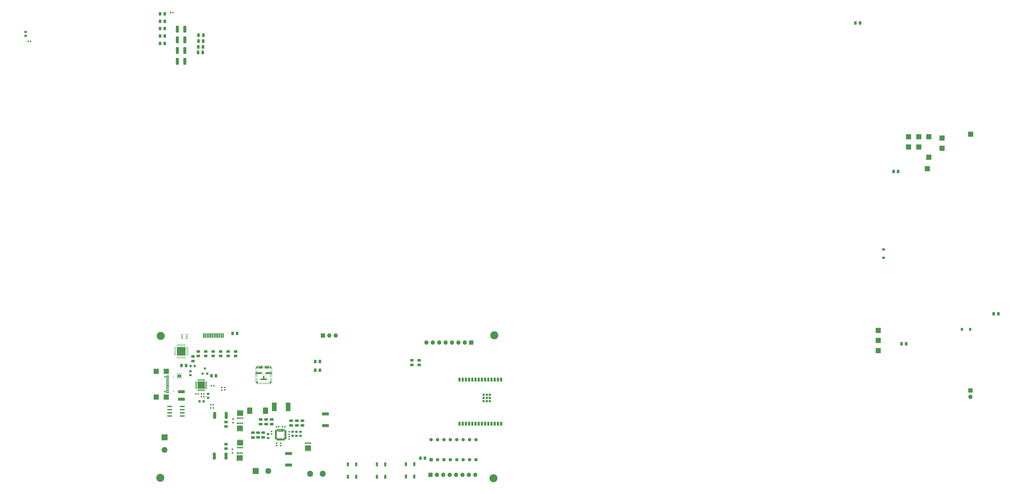
<source format=gts>
%TF.GenerationSoftware,KiCad,Pcbnew,8.0.6*%
%TF.CreationDate,2025-02-07T02:37:33-05:00*%
%TF.ProjectId,SCAN,5343414e-2e6b-4696-9361-645f70636258,v1.0*%
%TF.SameCoordinates,Original*%
%TF.FileFunction,Soldermask,Top*%
%TF.FilePolarity,Negative*%
%FSLAX46Y46*%
G04 Gerber Fmt 4.6, Leading zero omitted, Abs format (unit mm)*
G04 Created by KiCad (PCBNEW 8.0.6) date 2025-02-07 02:37:33*
%MOMM*%
%LPD*%
G01*
G04 APERTURE LIST*
G04 Aperture macros list*
%AMRoundRect*
0 Rectangle with rounded corners*
0 $1 Rounding radius*
0 $2 $3 $4 $5 $6 $7 $8 $9 X,Y pos of 4 corners*
0 Add a 4 corners polygon primitive as box body*
4,1,4,$2,$3,$4,$5,$6,$7,$8,$9,$2,$3,0*
0 Add four circle primitives for the rounded corners*
1,1,$1+$1,$2,$3*
1,1,$1+$1,$4,$5*
1,1,$1+$1,$6,$7*
1,1,$1+$1,$8,$9*
0 Add four rect primitives between the rounded corners*
20,1,$1+$1,$2,$3,$4,$5,0*
20,1,$1+$1,$4,$5,$6,$7,0*
20,1,$1+$1,$6,$7,$8,$9,0*
20,1,$1+$1,$8,$9,$2,$3,0*%
%AMFreePoly0*
4,1,17,1.371000,0.720000,0.950000,0.720000,0.950000,0.580000,1.370000,0.580000,1.370000,0.080000,0.950000,0.080000,0.950000,-0.080000,1.370000,-0.080000,1.370000,-0.580000,0.950000,-0.580000,0.950000,-0.720000,1.370000,-0.720000,1.370000,-1.225000,-0.950000,-1.225000,-0.950000,1.225000,1.371000,1.225000,1.371000,0.720000,1.371000,0.720000,$1*%
G04 Aperture macros list end*
%ADD10C,0.000000*%
%ADD11C,0.010000*%
%ADD12RoundRect,0.250000X-0.325000X-1.100000X0.325000X-1.100000X0.325000X1.100000X-0.325000X1.100000X0*%
%ADD13R,2.000000X2.000000*%
%ADD14RoundRect,0.135000X0.185000X-0.135000X0.185000X0.135000X-0.185000X0.135000X-0.185000X-0.135000X0*%
%ADD15RoundRect,0.090000X-0.360000X0.660000X-0.360000X-0.660000X0.360000X-0.660000X0.360000X0.660000X0*%
%ADD16RoundRect,0.250000X0.262500X0.450000X-0.262500X0.450000X-0.262500X-0.450000X0.262500X-0.450000X0*%
%ADD17RoundRect,0.250000X-0.475000X0.250000X-0.475000X-0.250000X0.475000X-0.250000X0.475000X0.250000X0*%
%ADD18RoundRect,0.140000X-0.170000X0.140000X-0.170000X-0.140000X0.170000X-0.140000X0.170000X0.140000X0*%
%ADD19RoundRect,0.140000X0.170000X-0.140000X0.170000X0.140000X-0.170000X0.140000X-0.170000X-0.140000X0*%
%ADD20RoundRect,0.140000X0.140000X0.170000X-0.140000X0.170000X-0.140000X-0.170000X0.140000X-0.170000X0*%
%ADD21RoundRect,0.250000X-0.262500X-0.450000X0.262500X-0.450000X0.262500X0.450000X-0.262500X0.450000X0*%
%ADD22R,1.700000X1.700000*%
%ADD23O,1.700000X1.700000*%
%ADD24R,1.981200X0.558800*%
%ADD25RoundRect,0.135000X-0.135000X-0.185000X0.135000X-0.185000X0.135000X0.185000X-0.135000X0.185000X0*%
%ADD26RoundRect,0.125000X-0.125000X0.190000X-0.125000X-0.190000X0.125000X-0.190000X0.125000X0.190000X0*%
%ADD27FreePoly0,270.000000*%
%ADD28C,3.200000*%
%ADD29RoundRect,0.225000X-0.250000X0.225000X-0.250000X-0.225000X0.250000X-0.225000X0.250000X0.225000X0*%
%ADD30RoundRect,0.125000X0.125000X-0.190000X0.125000X0.190000X-0.125000X0.190000X-0.125000X-0.190000X0*%
%ADD31FreePoly0,90.000000*%
%ADD32RoundRect,0.135000X0.135000X0.185000X-0.135000X0.185000X-0.135000X-0.185000X0.135000X-0.185000X0*%
%ADD33RoundRect,0.225000X0.250000X-0.225000X0.250000X0.225000X-0.250000X0.225000X-0.250000X-0.225000X0*%
%ADD34RoundRect,0.250000X-0.362500X-1.075000X0.362500X-1.075000X0.362500X1.075000X-0.362500X1.075000X0*%
%ADD35R,0.750000X0.300000*%
%ADD36R,0.300000X0.750000*%
%ADD37R,2.850000X2.850000*%
%ADD38RoundRect,0.250000X0.450000X-0.262500X0.450000X0.262500X-0.450000X0.262500X-0.450000X-0.262500X0*%
%ADD39RoundRect,0.250000X-0.250000X-0.475000X0.250000X-0.475000X0.250000X0.475000X-0.250000X0.475000X0*%
%ADD40RoundRect,0.090000X0.360000X-0.660000X0.360000X0.660000X-0.360000X0.660000X-0.360000X-0.660000X0*%
%ADD41R,0.889000X1.498600*%
%ADD42R,0.812800X0.812800*%
%ADD43RoundRect,0.250000X0.475000X-0.250000X0.475000X0.250000X-0.475000X0.250000X-0.475000X-0.250000X0*%
%ADD44RoundRect,0.101600X0.175000X-0.800000X0.175000X0.800000X-0.175000X0.800000X-0.175000X-0.800000X0*%
%ADD45RoundRect,0.140000X-0.140000X-0.170000X0.140000X-0.170000X0.140000X0.170000X-0.140000X0.170000X0*%
%ADD46RoundRect,0.225000X-0.225000X-0.375000X0.225000X-0.375000X0.225000X0.375000X-0.225000X0.375000X0*%
%ADD47RoundRect,0.250000X1.075000X-0.362500X1.075000X0.362500X-1.075000X0.362500X-1.075000X-0.362500X0*%
%ADD48C,0.565313*%
%ADD49R,0.249999X0.800001*%
%ADD50R,0.249999X0.700001*%
%ADD51R,1.200000X0.249999*%
%ADD52R,1.000000X0.249999*%
%ADD53C,0.643679*%
%ADD54RoundRect,0.225000X0.225000X0.250000X-0.225000X0.250000X-0.225000X-0.250000X0.225000X-0.250000X0*%
%ADD55RoundRect,0.102000X-1.050000X1.050000X-1.050000X-1.050000X1.050000X-1.050000X1.050000X1.050000X0*%
%ADD56C,2.304000*%
%ADD57RoundRect,0.102000X0.565000X-0.565000X0.565000X0.565000X-0.565000X0.565000X-0.565000X-0.565000X0*%
%ADD58C,1.334000*%
%ADD59RoundRect,0.250000X-1.075000X0.362500X-1.075000X-0.362500X1.075000X-0.362500X1.075000X0.362500X0*%
%ADD60RoundRect,0.102000X-1.050000X-1.050000X1.050000X-1.050000X1.050000X1.050000X-1.050000X1.050000X0*%
%ADD61C,2.400000*%
%ADD62RoundRect,0.250000X-0.787500X-1.025000X0.787500X-1.025000X0.787500X1.025000X-0.787500X1.025000X0*%
%ADD63R,0.812800X0.889000*%
%ADD64R,1.850000X3.400000*%
%ADD65R,0.304800X0.228600*%
%ADD66C,0.660400*%
%ADD67R,2.006600X2.159000*%
%ADD68R,1.143000X0.609600*%
%ADD69R,1.143000X0.304800*%
%ADD70RoundRect,0.150000X-0.200000X0.150000X-0.200000X-0.150000X0.200000X-0.150000X0.200000X0.150000X0*%
%ADD71RoundRect,0.062500X-0.337500X-0.062500X0.337500X-0.062500X0.337500X0.062500X-0.337500X0.062500X0*%
%ADD72RoundRect,0.062500X-0.062500X-0.337500X0.062500X-0.337500X0.062500X0.337500X-0.062500X0.337500X0*%
%ADD73R,3.350000X3.350000*%
%ADD74RoundRect,0.250000X-1.100000X0.325000X-1.100000X-0.325000X1.100000X-0.325000X1.100000X0.325000X0*%
%ADD75RoundRect,0.225000X0.375000X-0.225000X0.375000X0.225000X-0.375000X0.225000X-0.375000X-0.225000X0*%
%ADD76RoundRect,0.200000X-0.200000X-0.275000X0.200000X-0.275000X0.200000X0.275000X-0.200000X0.275000X0*%
%ADD77RoundRect,0.218750X-0.256250X0.218750X-0.256250X-0.218750X0.256250X-0.218750X0.256250X0.218750X0*%
%ADD78RoundRect,0.100000X-0.225000X-0.100000X0.225000X-0.100000X0.225000X0.100000X-0.225000X0.100000X0*%
%ADD79RoundRect,0.250000X-0.450000X0.262500X-0.450000X-0.262500X0.450000X-0.262500X0.450000X0.262500X0*%
%ADD80RoundRect,0.093750X-0.106250X0.093750X-0.106250X-0.093750X0.106250X-0.093750X0.106250X0.093750X0*%
%ADD81R,1.600000X1.000000*%
G04 APERTURE END LIST*
D10*
%TO.C,U9*%
G36*
X101049999Y-86125001D02*
G01*
X101050002Y-86775000D01*
X100999999Y-86824999D01*
X98400002Y-86824999D01*
X98349999Y-86775000D01*
X98349999Y-86625000D01*
X98399999Y-86575000D01*
X98650001Y-86575000D01*
X98700001Y-86525000D01*
X98699999Y-86375000D01*
X98650001Y-86325000D01*
X98400002Y-86325000D01*
X98349999Y-86275001D01*
X98349999Y-86125001D01*
X98399999Y-86075001D01*
X100999999Y-86075001D01*
X101049999Y-86125001D01*
G37*
G36*
X99424998Y-83550000D02*
G01*
X99425001Y-84625001D01*
X99374998Y-84674999D01*
X98399999Y-84675001D01*
X98349999Y-84625001D01*
X98349999Y-84474999D01*
X98399999Y-84424999D01*
X98675002Y-84425002D01*
X98775000Y-84324999D01*
X98775000Y-83975000D01*
X98825000Y-83925000D01*
X99075002Y-83925003D01*
X99174999Y-83825000D01*
X99174999Y-83550000D01*
X99225001Y-83500000D01*
X99375001Y-83500000D01*
X99424998Y-83550000D01*
G37*
G36*
X99425001Y-89774999D02*
G01*
X99424998Y-90850000D01*
X99375001Y-90900000D01*
X99225001Y-90900000D01*
X99174999Y-90850000D01*
X99174999Y-90575000D01*
X99074999Y-90475000D01*
X98825000Y-90475000D01*
X98775000Y-90425000D01*
X98775000Y-90075001D01*
X98675000Y-89975001D01*
X98399999Y-89975001D01*
X98349999Y-89925001D01*
X98349999Y-89774999D01*
X98399999Y-89724999D01*
X99375001Y-89724999D01*
X99425001Y-89774999D01*
G37*
G36*
X102099999Y-87549999D02*
G01*
X102099999Y-88600000D01*
X102149999Y-88650000D01*
X103050000Y-88650000D01*
X103100000Y-88700000D01*
X103100000Y-89199999D01*
X103050000Y-89249998D01*
X100550000Y-89249998D01*
X100500000Y-89200001D01*
X100500000Y-88700000D01*
X100550000Y-88650000D01*
X101450001Y-88650000D01*
X101500001Y-88600000D01*
X101500001Y-87549999D01*
X101550000Y-87499999D01*
X102050000Y-87499999D01*
X102099999Y-87549999D01*
G37*
G36*
X104425001Y-83550000D02*
G01*
X104425001Y-83825000D01*
X104524998Y-83925000D01*
X104775000Y-83925000D01*
X104825000Y-83975000D01*
X104825000Y-84324999D01*
X104924998Y-84425002D01*
X105200001Y-84424999D01*
X105250001Y-84474999D01*
X105250001Y-84625001D01*
X105200001Y-84675001D01*
X104225002Y-84674999D01*
X104174999Y-84625001D01*
X104175002Y-83550000D01*
X104224999Y-83500000D01*
X104375001Y-83500000D01*
X104425001Y-83550000D01*
G37*
G36*
X105250001Y-89774999D02*
G01*
X105250001Y-89925001D01*
X105200001Y-89975001D01*
X104925000Y-89974998D01*
X104825000Y-90075001D01*
X104825000Y-90425000D01*
X104775000Y-90475000D01*
X104525001Y-90475000D01*
X104425001Y-90575000D01*
X104425001Y-90850000D01*
X104375001Y-90900000D01*
X104224999Y-90900000D01*
X104175002Y-90850000D01*
X104174999Y-89774999D01*
X104225002Y-89725001D01*
X105200001Y-89724999D01*
X105250001Y-89774999D01*
G37*
G36*
X105250001Y-86125001D02*
G01*
X105250001Y-86275001D01*
X105199998Y-86325000D01*
X104949999Y-86325000D01*
X104900001Y-86375000D01*
X104899999Y-86525000D01*
X104949999Y-86575000D01*
X105200001Y-86575000D01*
X105250001Y-86625000D01*
X105250001Y-86775000D01*
X105199998Y-86825002D01*
X102600001Y-86825002D01*
X102550001Y-86775000D01*
X102549998Y-86125001D01*
X102600001Y-86075001D01*
X105200001Y-86075001D01*
X105250001Y-86125001D01*
G37*
G36*
X99925005Y-83550000D02*
G01*
X99925000Y-83799999D01*
X99975000Y-83849999D01*
X100125000Y-83850002D01*
X100175002Y-83799999D01*
X100174999Y-83550000D01*
X100224999Y-83500000D01*
X100374999Y-83500000D01*
X100424999Y-83550000D01*
X100425001Y-83799999D01*
X100474999Y-83849999D01*
X100625001Y-83849999D01*
X100675001Y-83799999D01*
X100675001Y-83550000D01*
X100724998Y-83500000D01*
X100875001Y-83500000D01*
X100925000Y-83550000D01*
X100925000Y-83799999D01*
X100975000Y-83849999D01*
X101125000Y-83849999D01*
X101175000Y-83799999D01*
X101175000Y-83550000D01*
X101225000Y-83500000D01*
X101375000Y-83500000D01*
X101424999Y-83550000D01*
X101424999Y-84625001D01*
X101375000Y-84675001D01*
X99725000Y-84674999D01*
X99675000Y-84625001D01*
X99675000Y-83550000D01*
X99725000Y-83500000D01*
X99875000Y-83500000D01*
X99925005Y-83550000D01*
G37*
G36*
X102425000Y-83550000D02*
G01*
X102425000Y-83799999D01*
X102475000Y-83849999D01*
X102625000Y-83849999D01*
X102675000Y-83799999D01*
X102675000Y-83550000D01*
X102724999Y-83500000D01*
X102874999Y-83500000D01*
X102924999Y-83550000D01*
X102924999Y-83799999D01*
X102975001Y-83849999D01*
X103125001Y-83849999D01*
X103175001Y-83799999D01*
X103175001Y-83550002D01*
X103225001Y-83500000D01*
X103374998Y-83500000D01*
X103425001Y-83550000D01*
X103424998Y-83799999D01*
X103475000Y-83849999D01*
X103625000Y-83849999D01*
X103675000Y-83799999D01*
X103674995Y-83550000D01*
X103725000Y-83500000D01*
X103875000Y-83500000D01*
X103925000Y-83550000D01*
X103925000Y-84625001D01*
X103875000Y-84674999D01*
X102225000Y-84675001D01*
X102175001Y-84625001D01*
X102174998Y-83550000D01*
X102225000Y-83500000D01*
X102374995Y-83500000D01*
X102425000Y-83550000D01*
G37*
D11*
%TO.C,U4*%
X106898001Y-109551000D02*
X106900001Y-109551000D01*
X106903001Y-109552000D01*
X106905001Y-109552000D01*
X106908001Y-109553000D01*
X106910001Y-109554000D01*
X106913001Y-109555000D01*
X106915001Y-109557000D01*
X106917001Y-109558000D01*
X106919001Y-109560000D01*
X106921001Y-109561000D01*
X106923001Y-109563000D01*
X106925001Y-109565000D01*
X106927001Y-109567000D01*
X106929001Y-109569000D01*
X106930001Y-109571000D01*
X106932001Y-109573000D01*
X106933001Y-109575000D01*
X106935001Y-109577000D01*
X106936001Y-109580000D01*
X106937001Y-109582000D01*
X106938001Y-109585000D01*
X106938001Y-109587000D01*
X106939001Y-109590000D01*
X106939001Y-109592000D01*
X106940001Y-109595000D01*
X106940001Y-109597000D01*
X106940001Y-109600000D01*
X106940001Y-109800000D01*
X106940001Y-109803000D01*
X106940001Y-109805000D01*
X106939001Y-109808000D01*
X106939001Y-109810000D01*
X106938001Y-109813000D01*
X106938001Y-109815000D01*
X106937001Y-109818000D01*
X106936001Y-109820000D01*
X106935001Y-109823000D01*
X106933001Y-109825000D01*
X106932001Y-109827000D01*
X106930001Y-109829000D01*
X106929001Y-109831000D01*
X106927001Y-109833000D01*
X106925001Y-109835000D01*
X106923001Y-109837000D01*
X106921001Y-109839000D01*
X106919001Y-109840000D01*
X106917001Y-109842000D01*
X106915001Y-109843000D01*
X106913001Y-109845000D01*
X106910001Y-109846000D01*
X106908001Y-109847000D01*
X106905001Y-109848000D01*
X106903001Y-109848000D01*
X106900001Y-109849000D01*
X106898001Y-109849000D01*
X106895001Y-109850000D01*
X106893001Y-109850000D01*
X106890001Y-109850000D01*
X106290001Y-109850000D01*
X106287001Y-109850000D01*
X106285001Y-109850000D01*
X106282001Y-109849000D01*
X106280001Y-109849000D01*
X106277001Y-109848000D01*
X106275001Y-109848000D01*
X106272001Y-109847000D01*
X106270001Y-109846000D01*
X106267001Y-109845000D01*
X106265001Y-109843000D01*
X106263001Y-109842000D01*
X106261001Y-109840000D01*
X106259001Y-109839000D01*
X106257001Y-109837000D01*
X106255001Y-109835000D01*
X106253001Y-109833000D01*
X106251001Y-109831000D01*
X106250001Y-109829000D01*
X106248001Y-109827000D01*
X106247001Y-109825000D01*
X106245001Y-109823000D01*
X106244001Y-109820000D01*
X106243001Y-109818000D01*
X106242001Y-109815000D01*
X106242001Y-109813000D01*
X106241001Y-109810000D01*
X106241001Y-109808000D01*
X106240001Y-109805000D01*
X106240001Y-109803000D01*
X106240001Y-109800000D01*
X106240001Y-109621000D01*
X106240001Y-109617000D01*
X106240001Y-109613000D01*
X106241001Y-109610000D01*
X106242001Y-109606000D01*
X106242001Y-109602000D01*
X106243001Y-109599000D01*
X106245001Y-109595000D01*
X106246001Y-109592000D01*
X106248001Y-109589000D01*
X106249001Y-109585000D01*
X106251001Y-109582000D01*
X106254001Y-109579000D01*
X106256001Y-109576000D01*
X106258001Y-109573000D01*
X106261001Y-109571000D01*
X106263001Y-109568000D01*
X106266001Y-109566000D01*
X106269001Y-109564000D01*
X106272001Y-109561000D01*
X106275001Y-109559000D01*
X106279001Y-109558000D01*
X106282001Y-109556000D01*
X106285001Y-109555000D01*
X106289001Y-109553000D01*
X106292001Y-109552000D01*
X106296001Y-109552000D01*
X106300001Y-109551000D01*
X106303001Y-109550000D01*
X106307001Y-109550000D01*
X106311001Y-109550000D01*
X106890001Y-109550000D01*
X106893001Y-109550000D01*
X106895001Y-109550000D01*
X106898001Y-109551000D01*
G36*
X106898001Y-109551000D02*
G01*
X106900001Y-109551000D01*
X106903001Y-109552000D01*
X106905001Y-109552000D01*
X106908001Y-109553000D01*
X106910001Y-109554000D01*
X106913001Y-109555000D01*
X106915001Y-109557000D01*
X106917001Y-109558000D01*
X106919001Y-109560000D01*
X106921001Y-109561000D01*
X106923001Y-109563000D01*
X106925001Y-109565000D01*
X106927001Y-109567000D01*
X106929001Y-109569000D01*
X106930001Y-109571000D01*
X106932001Y-109573000D01*
X106933001Y-109575000D01*
X106935001Y-109577000D01*
X106936001Y-109580000D01*
X106937001Y-109582000D01*
X106938001Y-109585000D01*
X106938001Y-109587000D01*
X106939001Y-109590000D01*
X106939001Y-109592000D01*
X106940001Y-109595000D01*
X106940001Y-109597000D01*
X106940001Y-109600000D01*
X106940001Y-109800000D01*
X106940001Y-109803000D01*
X106940001Y-109805000D01*
X106939001Y-109808000D01*
X106939001Y-109810000D01*
X106938001Y-109813000D01*
X106938001Y-109815000D01*
X106937001Y-109818000D01*
X106936001Y-109820000D01*
X106935001Y-109823000D01*
X106933001Y-109825000D01*
X106932001Y-109827000D01*
X106930001Y-109829000D01*
X106929001Y-109831000D01*
X106927001Y-109833000D01*
X106925001Y-109835000D01*
X106923001Y-109837000D01*
X106921001Y-109839000D01*
X106919001Y-109840000D01*
X106917001Y-109842000D01*
X106915001Y-109843000D01*
X106913001Y-109845000D01*
X106910001Y-109846000D01*
X106908001Y-109847000D01*
X106905001Y-109848000D01*
X106903001Y-109848000D01*
X106900001Y-109849000D01*
X106898001Y-109849000D01*
X106895001Y-109850000D01*
X106893001Y-109850000D01*
X106890001Y-109850000D01*
X106290001Y-109850000D01*
X106287001Y-109850000D01*
X106285001Y-109850000D01*
X106282001Y-109849000D01*
X106280001Y-109849000D01*
X106277001Y-109848000D01*
X106275001Y-109848000D01*
X106272001Y-109847000D01*
X106270001Y-109846000D01*
X106267001Y-109845000D01*
X106265001Y-109843000D01*
X106263001Y-109842000D01*
X106261001Y-109840000D01*
X106259001Y-109839000D01*
X106257001Y-109837000D01*
X106255001Y-109835000D01*
X106253001Y-109833000D01*
X106251001Y-109831000D01*
X106250001Y-109829000D01*
X106248001Y-109827000D01*
X106247001Y-109825000D01*
X106245001Y-109823000D01*
X106244001Y-109820000D01*
X106243001Y-109818000D01*
X106242001Y-109815000D01*
X106242001Y-109813000D01*
X106241001Y-109810000D01*
X106241001Y-109808000D01*
X106240001Y-109805000D01*
X106240001Y-109803000D01*
X106240001Y-109800000D01*
X106240001Y-109621000D01*
X106240001Y-109617000D01*
X106240001Y-109613000D01*
X106241001Y-109610000D01*
X106242001Y-109606000D01*
X106242001Y-109602000D01*
X106243001Y-109599000D01*
X106245001Y-109595000D01*
X106246001Y-109592000D01*
X106248001Y-109589000D01*
X106249001Y-109585000D01*
X106251001Y-109582000D01*
X106254001Y-109579000D01*
X106256001Y-109576000D01*
X106258001Y-109573000D01*
X106261001Y-109571000D01*
X106263001Y-109568000D01*
X106266001Y-109566000D01*
X106269001Y-109564000D01*
X106272001Y-109561000D01*
X106275001Y-109559000D01*
X106279001Y-109558000D01*
X106282001Y-109556000D01*
X106285001Y-109555000D01*
X106289001Y-109553000D01*
X106292001Y-109552000D01*
X106296001Y-109552000D01*
X106300001Y-109551000D01*
X106303001Y-109550000D01*
X106307001Y-109550000D01*
X106311001Y-109550000D01*
X106890001Y-109550000D01*
X106893001Y-109550000D01*
X106895001Y-109550000D01*
X106898001Y-109551000D01*
G37*
X106898001Y-109951000D02*
X106900001Y-109951000D01*
X106903001Y-109952000D01*
X106905001Y-109952000D01*
X106908001Y-109953000D01*
X106910001Y-109954000D01*
X106913001Y-109955000D01*
X106915001Y-109957000D01*
X106917001Y-109958000D01*
X106919001Y-109960000D01*
X106921001Y-109961000D01*
X106923001Y-109963000D01*
X106925001Y-109965000D01*
X106927001Y-109967000D01*
X106929001Y-109969000D01*
X106930001Y-109971000D01*
X106932001Y-109973000D01*
X106933001Y-109975000D01*
X106935001Y-109977000D01*
X106936001Y-109980000D01*
X106937001Y-109982000D01*
X106938001Y-109985000D01*
X106938001Y-109987000D01*
X106939001Y-109990000D01*
X106939001Y-109992000D01*
X106940001Y-109995000D01*
X106940001Y-109997000D01*
X106940001Y-110000000D01*
X106940001Y-110200000D01*
X106940001Y-110203000D01*
X106940001Y-110205000D01*
X106939001Y-110208000D01*
X106939001Y-110210000D01*
X106938001Y-110213000D01*
X106938001Y-110215000D01*
X106937001Y-110218000D01*
X106936001Y-110220000D01*
X106935001Y-110223000D01*
X106933001Y-110225000D01*
X106932001Y-110227000D01*
X106930001Y-110229000D01*
X106929001Y-110231000D01*
X106927001Y-110233000D01*
X106925001Y-110235000D01*
X106923001Y-110237000D01*
X106921001Y-110239000D01*
X106919001Y-110240000D01*
X106917001Y-110242000D01*
X106915001Y-110243000D01*
X106913001Y-110245000D01*
X106910001Y-110246000D01*
X106908001Y-110247000D01*
X106905001Y-110248000D01*
X106903001Y-110248000D01*
X106900001Y-110249000D01*
X106898001Y-110249000D01*
X106895001Y-110250000D01*
X106893001Y-110250000D01*
X106890001Y-110250000D01*
X106290001Y-110250000D01*
X106287001Y-110250000D01*
X106285001Y-110250000D01*
X106282001Y-110249000D01*
X106280001Y-110249000D01*
X106277001Y-110248000D01*
X106275001Y-110248000D01*
X106272001Y-110247000D01*
X106270001Y-110246000D01*
X106267001Y-110245000D01*
X106265001Y-110243000D01*
X106263001Y-110242000D01*
X106261001Y-110240000D01*
X106259001Y-110239000D01*
X106257001Y-110237000D01*
X106255001Y-110235000D01*
X106253001Y-110233000D01*
X106251001Y-110231000D01*
X106250001Y-110229000D01*
X106248001Y-110227000D01*
X106247001Y-110225000D01*
X106245001Y-110223000D01*
X106244001Y-110220000D01*
X106243001Y-110218000D01*
X106242001Y-110215000D01*
X106242001Y-110213000D01*
X106241001Y-110210000D01*
X106241001Y-110208000D01*
X106240001Y-110205000D01*
X106240001Y-110203000D01*
X106240001Y-110200000D01*
X106240001Y-110021000D01*
X106240001Y-110017000D01*
X106240001Y-110013000D01*
X106241001Y-110010000D01*
X106242001Y-110006000D01*
X106242001Y-110002000D01*
X106243001Y-109999000D01*
X106245001Y-109995000D01*
X106246001Y-109992000D01*
X106248001Y-109989000D01*
X106249001Y-109985000D01*
X106251001Y-109982000D01*
X106254001Y-109979000D01*
X106256001Y-109976000D01*
X106258001Y-109973000D01*
X106261001Y-109971000D01*
X106263001Y-109968000D01*
X106266001Y-109966000D01*
X106269001Y-109964000D01*
X106272001Y-109961000D01*
X106275001Y-109959000D01*
X106279001Y-109958000D01*
X106282001Y-109956000D01*
X106285001Y-109955000D01*
X106289001Y-109953000D01*
X106292001Y-109952000D01*
X106296001Y-109952000D01*
X106300001Y-109951000D01*
X106303001Y-109950000D01*
X106307001Y-109950000D01*
X106311001Y-109950000D01*
X106890001Y-109950000D01*
X106893001Y-109950000D01*
X106895001Y-109950000D01*
X106898001Y-109951000D01*
G36*
X106898001Y-109951000D02*
G01*
X106900001Y-109951000D01*
X106903001Y-109952000D01*
X106905001Y-109952000D01*
X106908001Y-109953000D01*
X106910001Y-109954000D01*
X106913001Y-109955000D01*
X106915001Y-109957000D01*
X106917001Y-109958000D01*
X106919001Y-109960000D01*
X106921001Y-109961000D01*
X106923001Y-109963000D01*
X106925001Y-109965000D01*
X106927001Y-109967000D01*
X106929001Y-109969000D01*
X106930001Y-109971000D01*
X106932001Y-109973000D01*
X106933001Y-109975000D01*
X106935001Y-109977000D01*
X106936001Y-109980000D01*
X106937001Y-109982000D01*
X106938001Y-109985000D01*
X106938001Y-109987000D01*
X106939001Y-109990000D01*
X106939001Y-109992000D01*
X106940001Y-109995000D01*
X106940001Y-109997000D01*
X106940001Y-110000000D01*
X106940001Y-110200000D01*
X106940001Y-110203000D01*
X106940001Y-110205000D01*
X106939001Y-110208000D01*
X106939001Y-110210000D01*
X106938001Y-110213000D01*
X106938001Y-110215000D01*
X106937001Y-110218000D01*
X106936001Y-110220000D01*
X106935001Y-110223000D01*
X106933001Y-110225000D01*
X106932001Y-110227000D01*
X106930001Y-110229000D01*
X106929001Y-110231000D01*
X106927001Y-110233000D01*
X106925001Y-110235000D01*
X106923001Y-110237000D01*
X106921001Y-110239000D01*
X106919001Y-110240000D01*
X106917001Y-110242000D01*
X106915001Y-110243000D01*
X106913001Y-110245000D01*
X106910001Y-110246000D01*
X106908001Y-110247000D01*
X106905001Y-110248000D01*
X106903001Y-110248000D01*
X106900001Y-110249000D01*
X106898001Y-110249000D01*
X106895001Y-110250000D01*
X106893001Y-110250000D01*
X106890001Y-110250000D01*
X106290001Y-110250000D01*
X106287001Y-110250000D01*
X106285001Y-110250000D01*
X106282001Y-110249000D01*
X106280001Y-110249000D01*
X106277001Y-110248000D01*
X106275001Y-110248000D01*
X106272001Y-110247000D01*
X106270001Y-110246000D01*
X106267001Y-110245000D01*
X106265001Y-110243000D01*
X106263001Y-110242000D01*
X106261001Y-110240000D01*
X106259001Y-110239000D01*
X106257001Y-110237000D01*
X106255001Y-110235000D01*
X106253001Y-110233000D01*
X106251001Y-110231000D01*
X106250001Y-110229000D01*
X106248001Y-110227000D01*
X106247001Y-110225000D01*
X106245001Y-110223000D01*
X106244001Y-110220000D01*
X106243001Y-110218000D01*
X106242001Y-110215000D01*
X106242001Y-110213000D01*
X106241001Y-110210000D01*
X106241001Y-110208000D01*
X106240001Y-110205000D01*
X106240001Y-110203000D01*
X106240001Y-110200000D01*
X106240001Y-110021000D01*
X106240001Y-110017000D01*
X106240001Y-110013000D01*
X106241001Y-110010000D01*
X106242001Y-110006000D01*
X106242001Y-110002000D01*
X106243001Y-109999000D01*
X106245001Y-109995000D01*
X106246001Y-109992000D01*
X106248001Y-109989000D01*
X106249001Y-109985000D01*
X106251001Y-109982000D01*
X106254001Y-109979000D01*
X106256001Y-109976000D01*
X106258001Y-109973000D01*
X106261001Y-109971000D01*
X106263001Y-109968000D01*
X106266001Y-109966000D01*
X106269001Y-109964000D01*
X106272001Y-109961000D01*
X106275001Y-109959000D01*
X106279001Y-109958000D01*
X106282001Y-109956000D01*
X106285001Y-109955000D01*
X106289001Y-109953000D01*
X106292001Y-109952000D01*
X106296001Y-109952000D01*
X106300001Y-109951000D01*
X106303001Y-109950000D01*
X106307001Y-109950000D01*
X106311001Y-109950000D01*
X106890001Y-109950000D01*
X106893001Y-109950000D01*
X106895001Y-109950000D01*
X106898001Y-109951000D01*
G37*
X106898001Y-110351000D02*
X106900001Y-110351000D01*
X106903001Y-110352000D01*
X106905001Y-110352000D01*
X106908001Y-110353000D01*
X106910001Y-110354000D01*
X106913001Y-110355000D01*
X106915001Y-110357000D01*
X106917001Y-110358000D01*
X106919001Y-110360000D01*
X106921001Y-110361000D01*
X106923001Y-110363000D01*
X106925001Y-110365000D01*
X106927001Y-110367000D01*
X106929001Y-110369000D01*
X106930001Y-110371000D01*
X106932001Y-110373000D01*
X106933001Y-110375000D01*
X106935001Y-110377000D01*
X106936001Y-110380000D01*
X106937001Y-110382000D01*
X106938001Y-110385000D01*
X106938001Y-110387000D01*
X106939001Y-110390000D01*
X106939001Y-110392000D01*
X106940001Y-110395000D01*
X106940001Y-110397000D01*
X106940001Y-110400000D01*
X106940001Y-110600000D01*
X106940001Y-110603000D01*
X106940001Y-110605000D01*
X106939001Y-110608000D01*
X106939001Y-110610000D01*
X106938001Y-110613000D01*
X106938001Y-110615000D01*
X106937001Y-110618000D01*
X106936001Y-110620000D01*
X106935001Y-110623000D01*
X106933001Y-110625000D01*
X106932001Y-110627000D01*
X106930001Y-110629000D01*
X106929001Y-110631000D01*
X106927001Y-110633000D01*
X106925001Y-110635000D01*
X106923001Y-110637000D01*
X106921001Y-110639000D01*
X106919001Y-110640000D01*
X106917001Y-110642000D01*
X106915001Y-110643000D01*
X106913001Y-110645000D01*
X106910001Y-110646000D01*
X106908001Y-110647000D01*
X106905001Y-110648000D01*
X106903001Y-110648000D01*
X106900001Y-110649000D01*
X106898001Y-110649000D01*
X106895001Y-110650000D01*
X106893001Y-110650000D01*
X106890001Y-110650000D01*
X106290001Y-110650000D01*
X106287001Y-110650000D01*
X106285001Y-110650000D01*
X106282001Y-110649000D01*
X106280001Y-110649000D01*
X106277001Y-110648000D01*
X106275001Y-110648000D01*
X106272001Y-110647000D01*
X106270001Y-110646000D01*
X106267001Y-110645000D01*
X106265001Y-110643000D01*
X106263001Y-110642000D01*
X106261001Y-110640000D01*
X106259001Y-110639000D01*
X106257001Y-110637000D01*
X106255001Y-110635000D01*
X106253001Y-110633000D01*
X106251001Y-110631000D01*
X106250001Y-110629000D01*
X106248001Y-110627000D01*
X106247001Y-110625000D01*
X106245001Y-110623000D01*
X106244001Y-110620000D01*
X106243001Y-110618000D01*
X106242001Y-110615000D01*
X106242001Y-110613000D01*
X106241001Y-110610000D01*
X106241001Y-110608000D01*
X106240001Y-110605000D01*
X106240001Y-110603000D01*
X106240001Y-110600000D01*
X106240001Y-110421000D01*
X106240001Y-110417000D01*
X106240001Y-110413000D01*
X106241001Y-110410000D01*
X106242001Y-110406000D01*
X106242001Y-110402000D01*
X106243001Y-110399000D01*
X106245001Y-110395000D01*
X106246001Y-110392000D01*
X106248001Y-110389000D01*
X106249001Y-110385000D01*
X106251001Y-110382000D01*
X106254001Y-110379000D01*
X106256001Y-110376000D01*
X106258001Y-110373000D01*
X106261001Y-110371000D01*
X106263001Y-110368000D01*
X106266001Y-110366000D01*
X106269001Y-110364000D01*
X106272001Y-110361000D01*
X106275001Y-110359000D01*
X106279001Y-110358000D01*
X106282001Y-110356000D01*
X106285001Y-110355000D01*
X106289001Y-110353000D01*
X106292001Y-110352000D01*
X106296001Y-110352000D01*
X106300001Y-110351000D01*
X106303001Y-110350000D01*
X106307001Y-110350000D01*
X106311001Y-110350000D01*
X106890001Y-110350000D01*
X106893001Y-110350000D01*
X106895001Y-110350000D01*
X106898001Y-110351000D01*
G36*
X106898001Y-110351000D02*
G01*
X106900001Y-110351000D01*
X106903001Y-110352000D01*
X106905001Y-110352000D01*
X106908001Y-110353000D01*
X106910001Y-110354000D01*
X106913001Y-110355000D01*
X106915001Y-110357000D01*
X106917001Y-110358000D01*
X106919001Y-110360000D01*
X106921001Y-110361000D01*
X106923001Y-110363000D01*
X106925001Y-110365000D01*
X106927001Y-110367000D01*
X106929001Y-110369000D01*
X106930001Y-110371000D01*
X106932001Y-110373000D01*
X106933001Y-110375000D01*
X106935001Y-110377000D01*
X106936001Y-110380000D01*
X106937001Y-110382000D01*
X106938001Y-110385000D01*
X106938001Y-110387000D01*
X106939001Y-110390000D01*
X106939001Y-110392000D01*
X106940001Y-110395000D01*
X106940001Y-110397000D01*
X106940001Y-110400000D01*
X106940001Y-110600000D01*
X106940001Y-110603000D01*
X106940001Y-110605000D01*
X106939001Y-110608000D01*
X106939001Y-110610000D01*
X106938001Y-110613000D01*
X106938001Y-110615000D01*
X106937001Y-110618000D01*
X106936001Y-110620000D01*
X106935001Y-110623000D01*
X106933001Y-110625000D01*
X106932001Y-110627000D01*
X106930001Y-110629000D01*
X106929001Y-110631000D01*
X106927001Y-110633000D01*
X106925001Y-110635000D01*
X106923001Y-110637000D01*
X106921001Y-110639000D01*
X106919001Y-110640000D01*
X106917001Y-110642000D01*
X106915001Y-110643000D01*
X106913001Y-110645000D01*
X106910001Y-110646000D01*
X106908001Y-110647000D01*
X106905001Y-110648000D01*
X106903001Y-110648000D01*
X106900001Y-110649000D01*
X106898001Y-110649000D01*
X106895001Y-110650000D01*
X106893001Y-110650000D01*
X106890001Y-110650000D01*
X106290001Y-110650000D01*
X106287001Y-110650000D01*
X106285001Y-110650000D01*
X106282001Y-110649000D01*
X106280001Y-110649000D01*
X106277001Y-110648000D01*
X106275001Y-110648000D01*
X106272001Y-110647000D01*
X106270001Y-110646000D01*
X106267001Y-110645000D01*
X106265001Y-110643000D01*
X106263001Y-110642000D01*
X106261001Y-110640000D01*
X106259001Y-110639000D01*
X106257001Y-110637000D01*
X106255001Y-110635000D01*
X106253001Y-110633000D01*
X106251001Y-110631000D01*
X106250001Y-110629000D01*
X106248001Y-110627000D01*
X106247001Y-110625000D01*
X106245001Y-110623000D01*
X106244001Y-110620000D01*
X106243001Y-110618000D01*
X106242001Y-110615000D01*
X106242001Y-110613000D01*
X106241001Y-110610000D01*
X106241001Y-110608000D01*
X106240001Y-110605000D01*
X106240001Y-110603000D01*
X106240001Y-110600000D01*
X106240001Y-110421000D01*
X106240001Y-110417000D01*
X106240001Y-110413000D01*
X106241001Y-110410000D01*
X106242001Y-110406000D01*
X106242001Y-110402000D01*
X106243001Y-110399000D01*
X106245001Y-110395000D01*
X106246001Y-110392000D01*
X106248001Y-110389000D01*
X106249001Y-110385000D01*
X106251001Y-110382000D01*
X106254001Y-110379000D01*
X106256001Y-110376000D01*
X106258001Y-110373000D01*
X106261001Y-110371000D01*
X106263001Y-110368000D01*
X106266001Y-110366000D01*
X106269001Y-110364000D01*
X106272001Y-110361000D01*
X106275001Y-110359000D01*
X106279001Y-110358000D01*
X106282001Y-110356000D01*
X106285001Y-110355000D01*
X106289001Y-110353000D01*
X106292001Y-110352000D01*
X106296001Y-110352000D01*
X106300001Y-110351000D01*
X106303001Y-110350000D01*
X106307001Y-110350000D01*
X106311001Y-110350000D01*
X106890001Y-110350000D01*
X106893001Y-110350000D01*
X106895001Y-110350000D01*
X106898001Y-110351000D01*
G37*
X106898001Y-110751000D02*
X106900001Y-110751000D01*
X106903001Y-110752000D01*
X106905001Y-110752000D01*
X106908001Y-110753000D01*
X106910001Y-110754000D01*
X106913001Y-110755000D01*
X106915001Y-110757000D01*
X106917001Y-110758000D01*
X106919001Y-110760000D01*
X106921001Y-110761000D01*
X106923001Y-110763000D01*
X106925001Y-110765000D01*
X106927001Y-110767000D01*
X106929001Y-110769000D01*
X106930001Y-110771000D01*
X106932001Y-110773000D01*
X106933001Y-110775000D01*
X106935001Y-110777000D01*
X106936001Y-110780000D01*
X106937001Y-110782000D01*
X106938001Y-110785000D01*
X106938001Y-110787000D01*
X106939001Y-110790000D01*
X106939001Y-110792000D01*
X106940001Y-110795000D01*
X106940001Y-110797000D01*
X106940001Y-110800000D01*
X106940001Y-111000000D01*
X106940001Y-111003000D01*
X106940001Y-111005000D01*
X106939001Y-111008000D01*
X106939001Y-111010000D01*
X106938001Y-111013000D01*
X106938001Y-111015000D01*
X106937001Y-111018000D01*
X106936001Y-111020000D01*
X106935001Y-111023000D01*
X106933001Y-111025000D01*
X106932001Y-111027000D01*
X106930001Y-111029000D01*
X106929001Y-111031000D01*
X106927001Y-111033000D01*
X106925001Y-111035000D01*
X106923001Y-111037000D01*
X106921001Y-111039000D01*
X106919001Y-111040000D01*
X106917001Y-111042000D01*
X106915001Y-111043000D01*
X106913001Y-111045000D01*
X106910001Y-111046000D01*
X106908001Y-111047000D01*
X106905001Y-111048000D01*
X106903001Y-111048000D01*
X106900001Y-111049000D01*
X106898001Y-111049000D01*
X106895001Y-111050000D01*
X106893001Y-111050000D01*
X106890001Y-111050000D01*
X106290001Y-111050000D01*
X106287001Y-111050000D01*
X106285001Y-111050000D01*
X106282001Y-111049000D01*
X106280001Y-111049000D01*
X106277001Y-111048000D01*
X106275001Y-111048000D01*
X106272001Y-111047000D01*
X106270001Y-111046000D01*
X106267001Y-111045000D01*
X106265001Y-111043000D01*
X106263001Y-111042000D01*
X106261001Y-111040000D01*
X106259001Y-111039000D01*
X106257001Y-111037000D01*
X106255001Y-111035000D01*
X106253001Y-111033000D01*
X106251001Y-111031000D01*
X106250001Y-111029000D01*
X106248001Y-111027000D01*
X106247001Y-111025000D01*
X106245001Y-111023000D01*
X106244001Y-111020000D01*
X106243001Y-111018000D01*
X106242001Y-111015000D01*
X106242001Y-111013000D01*
X106241001Y-111010000D01*
X106241001Y-111008000D01*
X106240001Y-111005000D01*
X106240001Y-111003000D01*
X106240001Y-111000000D01*
X106240001Y-110821000D01*
X106240001Y-110817000D01*
X106240001Y-110813000D01*
X106241001Y-110810000D01*
X106242001Y-110806000D01*
X106242001Y-110802000D01*
X106243001Y-110799000D01*
X106245001Y-110795000D01*
X106246001Y-110792000D01*
X106248001Y-110789000D01*
X106249001Y-110785000D01*
X106251001Y-110782000D01*
X106254001Y-110779000D01*
X106256001Y-110776000D01*
X106258001Y-110773000D01*
X106261001Y-110771000D01*
X106263001Y-110768000D01*
X106266001Y-110766000D01*
X106269001Y-110764000D01*
X106272001Y-110761000D01*
X106275001Y-110759000D01*
X106279001Y-110758000D01*
X106282001Y-110756000D01*
X106285001Y-110755000D01*
X106289001Y-110753000D01*
X106292001Y-110752000D01*
X106296001Y-110752000D01*
X106300001Y-110751000D01*
X106303001Y-110750000D01*
X106307001Y-110750000D01*
X106311001Y-110750000D01*
X106890001Y-110750000D01*
X106893001Y-110750000D01*
X106895001Y-110750000D01*
X106898001Y-110751000D01*
G36*
X106898001Y-110751000D02*
G01*
X106900001Y-110751000D01*
X106903001Y-110752000D01*
X106905001Y-110752000D01*
X106908001Y-110753000D01*
X106910001Y-110754000D01*
X106913001Y-110755000D01*
X106915001Y-110757000D01*
X106917001Y-110758000D01*
X106919001Y-110760000D01*
X106921001Y-110761000D01*
X106923001Y-110763000D01*
X106925001Y-110765000D01*
X106927001Y-110767000D01*
X106929001Y-110769000D01*
X106930001Y-110771000D01*
X106932001Y-110773000D01*
X106933001Y-110775000D01*
X106935001Y-110777000D01*
X106936001Y-110780000D01*
X106937001Y-110782000D01*
X106938001Y-110785000D01*
X106938001Y-110787000D01*
X106939001Y-110790000D01*
X106939001Y-110792000D01*
X106940001Y-110795000D01*
X106940001Y-110797000D01*
X106940001Y-110800000D01*
X106940001Y-111000000D01*
X106940001Y-111003000D01*
X106940001Y-111005000D01*
X106939001Y-111008000D01*
X106939001Y-111010000D01*
X106938001Y-111013000D01*
X106938001Y-111015000D01*
X106937001Y-111018000D01*
X106936001Y-111020000D01*
X106935001Y-111023000D01*
X106933001Y-111025000D01*
X106932001Y-111027000D01*
X106930001Y-111029000D01*
X106929001Y-111031000D01*
X106927001Y-111033000D01*
X106925001Y-111035000D01*
X106923001Y-111037000D01*
X106921001Y-111039000D01*
X106919001Y-111040000D01*
X106917001Y-111042000D01*
X106915001Y-111043000D01*
X106913001Y-111045000D01*
X106910001Y-111046000D01*
X106908001Y-111047000D01*
X106905001Y-111048000D01*
X106903001Y-111048000D01*
X106900001Y-111049000D01*
X106898001Y-111049000D01*
X106895001Y-111050000D01*
X106893001Y-111050000D01*
X106890001Y-111050000D01*
X106290001Y-111050000D01*
X106287001Y-111050000D01*
X106285001Y-111050000D01*
X106282001Y-111049000D01*
X106280001Y-111049000D01*
X106277001Y-111048000D01*
X106275001Y-111048000D01*
X106272001Y-111047000D01*
X106270001Y-111046000D01*
X106267001Y-111045000D01*
X106265001Y-111043000D01*
X106263001Y-111042000D01*
X106261001Y-111040000D01*
X106259001Y-111039000D01*
X106257001Y-111037000D01*
X106255001Y-111035000D01*
X106253001Y-111033000D01*
X106251001Y-111031000D01*
X106250001Y-111029000D01*
X106248001Y-111027000D01*
X106247001Y-111025000D01*
X106245001Y-111023000D01*
X106244001Y-111020000D01*
X106243001Y-111018000D01*
X106242001Y-111015000D01*
X106242001Y-111013000D01*
X106241001Y-111010000D01*
X106241001Y-111008000D01*
X106240001Y-111005000D01*
X106240001Y-111003000D01*
X106240001Y-111000000D01*
X106240001Y-110821000D01*
X106240001Y-110817000D01*
X106240001Y-110813000D01*
X106241001Y-110810000D01*
X106242001Y-110806000D01*
X106242001Y-110802000D01*
X106243001Y-110799000D01*
X106245001Y-110795000D01*
X106246001Y-110792000D01*
X106248001Y-110789000D01*
X106249001Y-110785000D01*
X106251001Y-110782000D01*
X106254001Y-110779000D01*
X106256001Y-110776000D01*
X106258001Y-110773000D01*
X106261001Y-110771000D01*
X106263001Y-110768000D01*
X106266001Y-110766000D01*
X106269001Y-110764000D01*
X106272001Y-110761000D01*
X106275001Y-110759000D01*
X106279001Y-110758000D01*
X106282001Y-110756000D01*
X106285001Y-110755000D01*
X106289001Y-110753000D01*
X106292001Y-110752000D01*
X106296001Y-110752000D01*
X106300001Y-110751000D01*
X106303001Y-110750000D01*
X106307001Y-110750000D01*
X106311001Y-110750000D01*
X106890001Y-110750000D01*
X106893001Y-110750000D01*
X106895001Y-110750000D01*
X106898001Y-110751000D01*
G37*
X106898001Y-111151000D02*
X106900001Y-111151000D01*
X106903001Y-111152000D01*
X106905001Y-111152000D01*
X106908001Y-111153000D01*
X106910001Y-111154000D01*
X106913001Y-111155000D01*
X106915001Y-111157000D01*
X106917001Y-111158000D01*
X106919001Y-111160000D01*
X106921001Y-111161000D01*
X106923001Y-111163000D01*
X106925001Y-111165000D01*
X106927001Y-111167000D01*
X106929001Y-111169000D01*
X106930001Y-111171000D01*
X106932001Y-111173000D01*
X106933001Y-111175000D01*
X106935001Y-111177000D01*
X106936001Y-111180000D01*
X106937001Y-111182000D01*
X106938001Y-111185000D01*
X106938001Y-111187000D01*
X106939001Y-111190000D01*
X106939001Y-111192000D01*
X106940001Y-111195000D01*
X106940001Y-111197000D01*
X106940001Y-111200000D01*
X106940001Y-111400000D01*
X106940001Y-111403000D01*
X106940001Y-111405000D01*
X106939001Y-111408000D01*
X106939001Y-111410000D01*
X106938001Y-111413000D01*
X106938001Y-111415000D01*
X106937001Y-111418000D01*
X106936001Y-111420000D01*
X106935001Y-111423000D01*
X106933001Y-111425000D01*
X106932001Y-111427000D01*
X106930001Y-111429000D01*
X106929001Y-111431000D01*
X106927001Y-111433000D01*
X106925001Y-111435000D01*
X106923001Y-111437000D01*
X106921001Y-111439000D01*
X106919001Y-111440000D01*
X106917001Y-111442000D01*
X106915001Y-111443000D01*
X106913001Y-111445000D01*
X106910001Y-111446000D01*
X106908001Y-111447000D01*
X106905001Y-111448000D01*
X106903001Y-111448000D01*
X106900001Y-111449000D01*
X106898001Y-111449000D01*
X106895001Y-111450000D01*
X106893001Y-111450000D01*
X106890001Y-111450000D01*
X106290001Y-111450000D01*
X106287001Y-111450000D01*
X106285001Y-111450000D01*
X106282001Y-111449000D01*
X106280001Y-111449000D01*
X106277001Y-111448000D01*
X106275001Y-111448000D01*
X106272001Y-111447000D01*
X106270001Y-111446000D01*
X106267001Y-111445000D01*
X106265001Y-111443000D01*
X106263001Y-111442000D01*
X106261001Y-111440000D01*
X106259001Y-111439000D01*
X106257001Y-111437000D01*
X106255001Y-111435000D01*
X106253001Y-111433000D01*
X106251001Y-111431000D01*
X106250001Y-111429000D01*
X106248001Y-111427000D01*
X106247001Y-111425000D01*
X106245001Y-111423000D01*
X106244001Y-111420000D01*
X106243001Y-111418000D01*
X106242001Y-111415000D01*
X106242001Y-111413000D01*
X106241001Y-111410000D01*
X106241001Y-111408000D01*
X106240001Y-111405000D01*
X106240001Y-111403000D01*
X106240001Y-111400000D01*
X106240001Y-111221000D01*
X106240001Y-111217000D01*
X106240001Y-111213000D01*
X106241001Y-111210000D01*
X106242001Y-111206000D01*
X106242001Y-111202000D01*
X106243001Y-111199000D01*
X106245001Y-111195000D01*
X106246001Y-111192000D01*
X106248001Y-111189000D01*
X106249001Y-111185000D01*
X106251001Y-111182000D01*
X106254001Y-111179000D01*
X106256001Y-111176000D01*
X106258001Y-111173000D01*
X106261001Y-111171000D01*
X106263001Y-111168000D01*
X106266001Y-111166000D01*
X106269001Y-111164000D01*
X106272001Y-111161000D01*
X106275001Y-111159000D01*
X106279001Y-111158000D01*
X106282001Y-111156000D01*
X106285001Y-111155000D01*
X106289001Y-111153000D01*
X106292001Y-111152000D01*
X106296001Y-111152000D01*
X106300001Y-111151000D01*
X106303001Y-111150000D01*
X106307001Y-111150000D01*
X106311001Y-111150000D01*
X106890001Y-111150000D01*
X106893001Y-111150000D01*
X106895001Y-111150000D01*
X106898001Y-111151000D01*
G36*
X106898001Y-111151000D02*
G01*
X106900001Y-111151000D01*
X106903001Y-111152000D01*
X106905001Y-111152000D01*
X106908001Y-111153000D01*
X106910001Y-111154000D01*
X106913001Y-111155000D01*
X106915001Y-111157000D01*
X106917001Y-111158000D01*
X106919001Y-111160000D01*
X106921001Y-111161000D01*
X106923001Y-111163000D01*
X106925001Y-111165000D01*
X106927001Y-111167000D01*
X106929001Y-111169000D01*
X106930001Y-111171000D01*
X106932001Y-111173000D01*
X106933001Y-111175000D01*
X106935001Y-111177000D01*
X106936001Y-111180000D01*
X106937001Y-111182000D01*
X106938001Y-111185000D01*
X106938001Y-111187000D01*
X106939001Y-111190000D01*
X106939001Y-111192000D01*
X106940001Y-111195000D01*
X106940001Y-111197000D01*
X106940001Y-111200000D01*
X106940001Y-111400000D01*
X106940001Y-111403000D01*
X106940001Y-111405000D01*
X106939001Y-111408000D01*
X106939001Y-111410000D01*
X106938001Y-111413000D01*
X106938001Y-111415000D01*
X106937001Y-111418000D01*
X106936001Y-111420000D01*
X106935001Y-111423000D01*
X106933001Y-111425000D01*
X106932001Y-111427000D01*
X106930001Y-111429000D01*
X106929001Y-111431000D01*
X106927001Y-111433000D01*
X106925001Y-111435000D01*
X106923001Y-111437000D01*
X106921001Y-111439000D01*
X106919001Y-111440000D01*
X106917001Y-111442000D01*
X106915001Y-111443000D01*
X106913001Y-111445000D01*
X106910001Y-111446000D01*
X106908001Y-111447000D01*
X106905001Y-111448000D01*
X106903001Y-111448000D01*
X106900001Y-111449000D01*
X106898001Y-111449000D01*
X106895001Y-111450000D01*
X106893001Y-111450000D01*
X106890001Y-111450000D01*
X106290001Y-111450000D01*
X106287001Y-111450000D01*
X106285001Y-111450000D01*
X106282001Y-111449000D01*
X106280001Y-111449000D01*
X106277001Y-111448000D01*
X106275001Y-111448000D01*
X106272001Y-111447000D01*
X106270001Y-111446000D01*
X106267001Y-111445000D01*
X106265001Y-111443000D01*
X106263001Y-111442000D01*
X106261001Y-111440000D01*
X106259001Y-111439000D01*
X106257001Y-111437000D01*
X106255001Y-111435000D01*
X106253001Y-111433000D01*
X106251001Y-111431000D01*
X106250001Y-111429000D01*
X106248001Y-111427000D01*
X106247001Y-111425000D01*
X106245001Y-111423000D01*
X106244001Y-111420000D01*
X106243001Y-111418000D01*
X106242001Y-111415000D01*
X106242001Y-111413000D01*
X106241001Y-111410000D01*
X106241001Y-111408000D01*
X106240001Y-111405000D01*
X106240001Y-111403000D01*
X106240001Y-111400000D01*
X106240001Y-111221000D01*
X106240001Y-111217000D01*
X106240001Y-111213000D01*
X106241001Y-111210000D01*
X106242001Y-111206000D01*
X106242001Y-111202000D01*
X106243001Y-111199000D01*
X106245001Y-111195000D01*
X106246001Y-111192000D01*
X106248001Y-111189000D01*
X106249001Y-111185000D01*
X106251001Y-111182000D01*
X106254001Y-111179000D01*
X106256001Y-111176000D01*
X106258001Y-111173000D01*
X106261001Y-111171000D01*
X106263001Y-111168000D01*
X106266001Y-111166000D01*
X106269001Y-111164000D01*
X106272001Y-111161000D01*
X106275001Y-111159000D01*
X106279001Y-111158000D01*
X106282001Y-111156000D01*
X106285001Y-111155000D01*
X106289001Y-111153000D01*
X106292001Y-111152000D01*
X106296001Y-111152000D01*
X106300001Y-111151000D01*
X106303001Y-111150000D01*
X106307001Y-111150000D01*
X106311001Y-111150000D01*
X106890001Y-111150000D01*
X106893001Y-111150000D01*
X106895001Y-111150000D01*
X106898001Y-111151000D01*
G37*
X106898001Y-111551000D02*
X106900001Y-111551000D01*
X106903001Y-111552000D01*
X106905001Y-111552000D01*
X106908001Y-111553000D01*
X106910001Y-111554000D01*
X106913001Y-111555000D01*
X106915001Y-111557000D01*
X106917001Y-111558000D01*
X106919001Y-111560000D01*
X106921001Y-111561000D01*
X106923001Y-111563000D01*
X106925001Y-111565000D01*
X106927001Y-111567000D01*
X106929001Y-111569000D01*
X106930001Y-111571000D01*
X106932001Y-111573000D01*
X106933001Y-111575000D01*
X106935001Y-111577000D01*
X106936001Y-111580000D01*
X106937001Y-111582000D01*
X106938001Y-111585000D01*
X106938001Y-111587000D01*
X106939001Y-111590000D01*
X106939001Y-111592000D01*
X106940001Y-111595000D01*
X106940001Y-111597000D01*
X106940001Y-111600000D01*
X106940001Y-111800000D01*
X106940001Y-111803000D01*
X106940001Y-111805000D01*
X106939001Y-111808000D01*
X106939001Y-111810000D01*
X106938001Y-111813000D01*
X106938001Y-111815000D01*
X106937001Y-111818000D01*
X106936001Y-111820000D01*
X106935001Y-111823000D01*
X106933001Y-111825000D01*
X106932001Y-111827000D01*
X106930001Y-111829000D01*
X106929001Y-111831000D01*
X106927001Y-111833000D01*
X106925001Y-111835000D01*
X106923001Y-111837000D01*
X106921001Y-111839000D01*
X106919001Y-111840000D01*
X106917001Y-111842000D01*
X106915001Y-111843000D01*
X106913001Y-111845000D01*
X106910001Y-111846000D01*
X106908001Y-111847000D01*
X106905001Y-111848000D01*
X106903001Y-111848000D01*
X106900001Y-111849000D01*
X106898001Y-111849000D01*
X106895001Y-111850000D01*
X106893001Y-111850000D01*
X106890001Y-111850000D01*
X106290001Y-111850000D01*
X106287001Y-111850000D01*
X106285001Y-111850000D01*
X106282001Y-111849000D01*
X106280001Y-111849000D01*
X106277001Y-111848000D01*
X106275001Y-111848000D01*
X106272001Y-111847000D01*
X106270001Y-111846000D01*
X106267001Y-111845000D01*
X106265001Y-111843000D01*
X106263001Y-111842000D01*
X106261001Y-111840000D01*
X106259001Y-111839000D01*
X106257001Y-111837000D01*
X106255001Y-111835000D01*
X106253001Y-111833000D01*
X106251001Y-111831000D01*
X106250001Y-111829000D01*
X106248001Y-111827000D01*
X106247001Y-111825000D01*
X106245001Y-111823000D01*
X106244001Y-111820000D01*
X106243001Y-111818000D01*
X106242001Y-111815000D01*
X106242001Y-111813000D01*
X106241001Y-111810000D01*
X106241001Y-111808000D01*
X106240001Y-111805000D01*
X106240001Y-111803000D01*
X106240001Y-111800000D01*
X106240001Y-111621000D01*
X106240001Y-111617000D01*
X106240001Y-111613000D01*
X106241001Y-111610000D01*
X106242001Y-111606000D01*
X106242001Y-111602000D01*
X106243001Y-111599000D01*
X106245001Y-111595000D01*
X106246001Y-111592000D01*
X106248001Y-111589000D01*
X106249001Y-111585000D01*
X106251001Y-111582000D01*
X106254001Y-111579000D01*
X106256001Y-111576000D01*
X106258001Y-111573000D01*
X106261001Y-111571000D01*
X106263001Y-111568000D01*
X106266001Y-111566000D01*
X106269001Y-111564000D01*
X106272001Y-111561000D01*
X106275001Y-111559000D01*
X106279001Y-111558000D01*
X106282001Y-111556000D01*
X106285001Y-111555000D01*
X106289001Y-111553000D01*
X106292001Y-111552000D01*
X106296001Y-111552000D01*
X106300001Y-111551000D01*
X106303001Y-111550000D01*
X106307001Y-111550000D01*
X106311001Y-111550000D01*
X106890001Y-111550000D01*
X106893001Y-111550000D01*
X106895001Y-111550000D01*
X106898001Y-111551000D01*
G36*
X106898001Y-111551000D02*
G01*
X106900001Y-111551000D01*
X106903001Y-111552000D01*
X106905001Y-111552000D01*
X106908001Y-111553000D01*
X106910001Y-111554000D01*
X106913001Y-111555000D01*
X106915001Y-111557000D01*
X106917001Y-111558000D01*
X106919001Y-111560000D01*
X106921001Y-111561000D01*
X106923001Y-111563000D01*
X106925001Y-111565000D01*
X106927001Y-111567000D01*
X106929001Y-111569000D01*
X106930001Y-111571000D01*
X106932001Y-111573000D01*
X106933001Y-111575000D01*
X106935001Y-111577000D01*
X106936001Y-111580000D01*
X106937001Y-111582000D01*
X106938001Y-111585000D01*
X106938001Y-111587000D01*
X106939001Y-111590000D01*
X106939001Y-111592000D01*
X106940001Y-111595000D01*
X106940001Y-111597000D01*
X106940001Y-111600000D01*
X106940001Y-111800000D01*
X106940001Y-111803000D01*
X106940001Y-111805000D01*
X106939001Y-111808000D01*
X106939001Y-111810000D01*
X106938001Y-111813000D01*
X106938001Y-111815000D01*
X106937001Y-111818000D01*
X106936001Y-111820000D01*
X106935001Y-111823000D01*
X106933001Y-111825000D01*
X106932001Y-111827000D01*
X106930001Y-111829000D01*
X106929001Y-111831000D01*
X106927001Y-111833000D01*
X106925001Y-111835000D01*
X106923001Y-111837000D01*
X106921001Y-111839000D01*
X106919001Y-111840000D01*
X106917001Y-111842000D01*
X106915001Y-111843000D01*
X106913001Y-111845000D01*
X106910001Y-111846000D01*
X106908001Y-111847000D01*
X106905001Y-111848000D01*
X106903001Y-111848000D01*
X106900001Y-111849000D01*
X106898001Y-111849000D01*
X106895001Y-111850000D01*
X106893001Y-111850000D01*
X106890001Y-111850000D01*
X106290001Y-111850000D01*
X106287001Y-111850000D01*
X106285001Y-111850000D01*
X106282001Y-111849000D01*
X106280001Y-111849000D01*
X106277001Y-111848000D01*
X106275001Y-111848000D01*
X106272001Y-111847000D01*
X106270001Y-111846000D01*
X106267001Y-111845000D01*
X106265001Y-111843000D01*
X106263001Y-111842000D01*
X106261001Y-111840000D01*
X106259001Y-111839000D01*
X106257001Y-111837000D01*
X106255001Y-111835000D01*
X106253001Y-111833000D01*
X106251001Y-111831000D01*
X106250001Y-111829000D01*
X106248001Y-111827000D01*
X106247001Y-111825000D01*
X106245001Y-111823000D01*
X106244001Y-111820000D01*
X106243001Y-111818000D01*
X106242001Y-111815000D01*
X106242001Y-111813000D01*
X106241001Y-111810000D01*
X106241001Y-111808000D01*
X106240001Y-111805000D01*
X106240001Y-111803000D01*
X106240001Y-111800000D01*
X106240001Y-111621000D01*
X106240001Y-111617000D01*
X106240001Y-111613000D01*
X106241001Y-111610000D01*
X106242001Y-111606000D01*
X106242001Y-111602000D01*
X106243001Y-111599000D01*
X106245001Y-111595000D01*
X106246001Y-111592000D01*
X106248001Y-111589000D01*
X106249001Y-111585000D01*
X106251001Y-111582000D01*
X106254001Y-111579000D01*
X106256001Y-111576000D01*
X106258001Y-111573000D01*
X106261001Y-111571000D01*
X106263001Y-111568000D01*
X106266001Y-111566000D01*
X106269001Y-111564000D01*
X106272001Y-111561000D01*
X106275001Y-111559000D01*
X106279001Y-111558000D01*
X106282001Y-111556000D01*
X106285001Y-111555000D01*
X106289001Y-111553000D01*
X106292001Y-111552000D01*
X106296001Y-111552000D01*
X106300001Y-111551000D01*
X106303001Y-111550000D01*
X106307001Y-111550000D01*
X106311001Y-111550000D01*
X106890001Y-111550000D01*
X106893001Y-111550000D01*
X106895001Y-111550000D01*
X106898001Y-111551000D01*
G37*
X106898001Y-111951000D02*
X106900001Y-111951000D01*
X106903001Y-111952000D01*
X106905001Y-111952000D01*
X106908001Y-111953000D01*
X106910001Y-111954000D01*
X106913001Y-111955000D01*
X106915001Y-111957000D01*
X106917001Y-111958000D01*
X106919001Y-111960000D01*
X106921001Y-111961000D01*
X106923001Y-111963000D01*
X106925001Y-111965000D01*
X106927001Y-111967000D01*
X106929001Y-111969000D01*
X106930001Y-111971000D01*
X106932001Y-111973000D01*
X106933001Y-111975000D01*
X106935001Y-111977000D01*
X106936001Y-111980000D01*
X106937001Y-111982000D01*
X106938001Y-111985000D01*
X106938001Y-111987000D01*
X106939001Y-111990000D01*
X106939001Y-111992000D01*
X106940001Y-111995000D01*
X106940001Y-111997000D01*
X106940001Y-112000000D01*
X106940001Y-112200000D01*
X106940001Y-112203000D01*
X106940001Y-112205000D01*
X106939001Y-112208000D01*
X106939001Y-112210000D01*
X106938001Y-112213000D01*
X106938001Y-112215000D01*
X106937001Y-112218000D01*
X106936001Y-112220000D01*
X106935001Y-112223000D01*
X106933001Y-112225000D01*
X106932001Y-112227000D01*
X106930001Y-112229000D01*
X106929001Y-112231000D01*
X106927001Y-112233000D01*
X106925001Y-112235000D01*
X106923001Y-112237000D01*
X106921001Y-112239000D01*
X106919001Y-112240000D01*
X106917001Y-112242000D01*
X106915001Y-112243000D01*
X106913001Y-112245000D01*
X106910001Y-112246000D01*
X106908001Y-112247000D01*
X106905001Y-112248000D01*
X106903001Y-112248000D01*
X106900001Y-112249000D01*
X106898001Y-112249000D01*
X106895001Y-112250000D01*
X106893001Y-112250000D01*
X106890001Y-112250000D01*
X106290001Y-112250000D01*
X106287001Y-112250000D01*
X106285001Y-112250000D01*
X106282001Y-112249000D01*
X106280001Y-112249000D01*
X106277001Y-112248000D01*
X106275001Y-112248000D01*
X106272001Y-112247000D01*
X106270001Y-112246000D01*
X106267001Y-112245000D01*
X106265001Y-112243000D01*
X106263001Y-112242000D01*
X106261001Y-112240000D01*
X106259001Y-112239000D01*
X106257001Y-112237000D01*
X106255001Y-112235000D01*
X106253001Y-112233000D01*
X106251001Y-112231000D01*
X106250001Y-112229000D01*
X106248001Y-112227000D01*
X106247001Y-112225000D01*
X106245001Y-112223000D01*
X106244001Y-112220000D01*
X106243001Y-112218000D01*
X106242001Y-112215000D01*
X106242001Y-112213000D01*
X106241001Y-112210000D01*
X106241001Y-112208000D01*
X106240001Y-112205000D01*
X106240001Y-112203000D01*
X106240001Y-112200000D01*
X106240001Y-112021000D01*
X106240001Y-112017000D01*
X106240001Y-112013000D01*
X106241001Y-112010000D01*
X106242001Y-112006000D01*
X106242001Y-112002000D01*
X106243001Y-111999000D01*
X106245001Y-111995000D01*
X106246001Y-111992000D01*
X106248001Y-111989000D01*
X106249001Y-111985000D01*
X106251001Y-111982000D01*
X106254001Y-111979000D01*
X106256001Y-111976000D01*
X106258001Y-111973000D01*
X106261001Y-111971000D01*
X106263001Y-111968000D01*
X106266001Y-111966000D01*
X106269001Y-111964000D01*
X106272001Y-111961000D01*
X106275001Y-111959000D01*
X106279001Y-111958000D01*
X106282001Y-111956000D01*
X106285001Y-111955000D01*
X106289001Y-111953000D01*
X106292001Y-111952000D01*
X106296001Y-111952000D01*
X106300001Y-111951000D01*
X106303001Y-111950000D01*
X106307001Y-111950000D01*
X106311001Y-111950000D01*
X106890001Y-111950000D01*
X106893001Y-111950000D01*
X106895001Y-111950000D01*
X106898001Y-111951000D01*
G36*
X106898001Y-111951000D02*
G01*
X106900001Y-111951000D01*
X106903001Y-111952000D01*
X106905001Y-111952000D01*
X106908001Y-111953000D01*
X106910001Y-111954000D01*
X106913001Y-111955000D01*
X106915001Y-111957000D01*
X106917001Y-111958000D01*
X106919001Y-111960000D01*
X106921001Y-111961000D01*
X106923001Y-111963000D01*
X106925001Y-111965000D01*
X106927001Y-111967000D01*
X106929001Y-111969000D01*
X106930001Y-111971000D01*
X106932001Y-111973000D01*
X106933001Y-111975000D01*
X106935001Y-111977000D01*
X106936001Y-111980000D01*
X106937001Y-111982000D01*
X106938001Y-111985000D01*
X106938001Y-111987000D01*
X106939001Y-111990000D01*
X106939001Y-111992000D01*
X106940001Y-111995000D01*
X106940001Y-111997000D01*
X106940001Y-112000000D01*
X106940001Y-112200000D01*
X106940001Y-112203000D01*
X106940001Y-112205000D01*
X106939001Y-112208000D01*
X106939001Y-112210000D01*
X106938001Y-112213000D01*
X106938001Y-112215000D01*
X106937001Y-112218000D01*
X106936001Y-112220000D01*
X106935001Y-112223000D01*
X106933001Y-112225000D01*
X106932001Y-112227000D01*
X106930001Y-112229000D01*
X106929001Y-112231000D01*
X106927001Y-112233000D01*
X106925001Y-112235000D01*
X106923001Y-112237000D01*
X106921001Y-112239000D01*
X106919001Y-112240000D01*
X106917001Y-112242000D01*
X106915001Y-112243000D01*
X106913001Y-112245000D01*
X106910001Y-112246000D01*
X106908001Y-112247000D01*
X106905001Y-112248000D01*
X106903001Y-112248000D01*
X106900001Y-112249000D01*
X106898001Y-112249000D01*
X106895001Y-112250000D01*
X106893001Y-112250000D01*
X106890001Y-112250000D01*
X106290001Y-112250000D01*
X106287001Y-112250000D01*
X106285001Y-112250000D01*
X106282001Y-112249000D01*
X106280001Y-112249000D01*
X106277001Y-112248000D01*
X106275001Y-112248000D01*
X106272001Y-112247000D01*
X106270001Y-112246000D01*
X106267001Y-112245000D01*
X106265001Y-112243000D01*
X106263001Y-112242000D01*
X106261001Y-112240000D01*
X106259001Y-112239000D01*
X106257001Y-112237000D01*
X106255001Y-112235000D01*
X106253001Y-112233000D01*
X106251001Y-112231000D01*
X106250001Y-112229000D01*
X106248001Y-112227000D01*
X106247001Y-112225000D01*
X106245001Y-112223000D01*
X106244001Y-112220000D01*
X106243001Y-112218000D01*
X106242001Y-112215000D01*
X106242001Y-112213000D01*
X106241001Y-112210000D01*
X106241001Y-112208000D01*
X106240001Y-112205000D01*
X106240001Y-112203000D01*
X106240001Y-112200000D01*
X106240001Y-112021000D01*
X106240001Y-112017000D01*
X106240001Y-112013000D01*
X106241001Y-112010000D01*
X106242001Y-112006000D01*
X106242001Y-112002000D01*
X106243001Y-111999000D01*
X106245001Y-111995000D01*
X106246001Y-111992000D01*
X106248001Y-111989000D01*
X106249001Y-111985000D01*
X106251001Y-111982000D01*
X106254001Y-111979000D01*
X106256001Y-111976000D01*
X106258001Y-111973000D01*
X106261001Y-111971000D01*
X106263001Y-111968000D01*
X106266001Y-111966000D01*
X106269001Y-111964000D01*
X106272001Y-111961000D01*
X106275001Y-111959000D01*
X106279001Y-111958000D01*
X106282001Y-111956000D01*
X106285001Y-111955000D01*
X106289001Y-111953000D01*
X106292001Y-111952000D01*
X106296001Y-111952000D01*
X106300001Y-111951000D01*
X106303001Y-111950000D01*
X106307001Y-111950000D01*
X106311001Y-111950000D01*
X106890001Y-111950000D01*
X106893001Y-111950000D01*
X106895001Y-111950000D01*
X106898001Y-111951000D01*
G37*
X107598001Y-112451000D02*
X107600001Y-112451000D01*
X107603001Y-112452000D01*
X107605001Y-112452000D01*
X107608001Y-112453000D01*
X107610001Y-112454000D01*
X107613001Y-112455000D01*
X107615001Y-112457000D01*
X107617001Y-112458000D01*
X107619001Y-112460000D01*
X107621001Y-112461000D01*
X107623001Y-112463000D01*
X107625001Y-112465000D01*
X107627001Y-112467000D01*
X107629001Y-112469000D01*
X107630001Y-112471000D01*
X107632001Y-112473000D01*
X107633001Y-112475000D01*
X107635001Y-112477000D01*
X107636001Y-112480000D01*
X107637001Y-112482000D01*
X107638001Y-112485000D01*
X107638001Y-112487000D01*
X107639001Y-112490000D01*
X107639001Y-112492000D01*
X107640001Y-112495000D01*
X107640001Y-112497000D01*
X107640001Y-112500000D01*
X107640001Y-113100000D01*
X107640001Y-113103000D01*
X107640001Y-113105000D01*
X107639001Y-113108000D01*
X107639001Y-113110000D01*
X107638001Y-113113000D01*
X107638001Y-113115000D01*
X107637001Y-113118000D01*
X107636001Y-113120000D01*
X107635001Y-113123000D01*
X107633001Y-113125000D01*
X107632001Y-113127000D01*
X107630001Y-113129000D01*
X107629001Y-113131000D01*
X107627001Y-113133000D01*
X107625001Y-113135000D01*
X107623001Y-113137000D01*
X107621001Y-113139000D01*
X107619001Y-113140000D01*
X107617001Y-113142000D01*
X107615001Y-113143000D01*
X107613001Y-113145000D01*
X107610001Y-113146000D01*
X107608001Y-113147000D01*
X107605001Y-113148000D01*
X107603001Y-113148000D01*
X107600001Y-113149000D01*
X107598001Y-113149000D01*
X107595001Y-113150000D01*
X107593001Y-113150000D01*
X107590001Y-113150000D01*
X107411001Y-113150000D01*
X107407001Y-113150000D01*
X107403001Y-113150000D01*
X107400001Y-113149000D01*
X107396001Y-113148000D01*
X107392001Y-113148000D01*
X107389001Y-113147000D01*
X107385001Y-113145000D01*
X107382001Y-113144000D01*
X107379001Y-113142000D01*
X107375001Y-113141000D01*
X107372001Y-113139000D01*
X107369001Y-113136000D01*
X107366001Y-113134000D01*
X107363001Y-113132000D01*
X107361001Y-113129000D01*
X107358001Y-113127000D01*
X107356001Y-113124000D01*
X107354001Y-113121000D01*
X107351001Y-113118000D01*
X107349001Y-113115000D01*
X107348001Y-113111000D01*
X107346001Y-113108000D01*
X107345001Y-113105000D01*
X107343001Y-113101000D01*
X107342001Y-113098000D01*
X107342001Y-113094000D01*
X107341001Y-113090000D01*
X107340001Y-113087000D01*
X107340001Y-113083000D01*
X107340001Y-113079000D01*
X107340001Y-112500000D01*
X107340001Y-112497000D01*
X107340001Y-112495000D01*
X107341001Y-112492000D01*
X107341001Y-112490000D01*
X107342001Y-112487000D01*
X107342001Y-112485000D01*
X107343001Y-112482000D01*
X107344001Y-112480000D01*
X107345001Y-112477000D01*
X107347001Y-112475000D01*
X107348001Y-112473000D01*
X107350001Y-112471000D01*
X107351001Y-112469000D01*
X107353001Y-112467000D01*
X107355001Y-112465000D01*
X107357001Y-112463000D01*
X107359001Y-112461000D01*
X107361001Y-112460000D01*
X107363001Y-112458000D01*
X107365001Y-112457000D01*
X107367001Y-112455000D01*
X107370001Y-112454000D01*
X107372001Y-112453000D01*
X107375001Y-112452000D01*
X107377001Y-112452000D01*
X107380001Y-112451000D01*
X107382001Y-112451000D01*
X107385001Y-112450000D01*
X107387001Y-112450000D01*
X107390001Y-112450000D01*
X107590001Y-112450000D01*
X107593001Y-112450000D01*
X107595001Y-112450000D01*
X107598001Y-112451000D01*
G36*
X107598001Y-112451000D02*
G01*
X107600001Y-112451000D01*
X107603001Y-112452000D01*
X107605001Y-112452000D01*
X107608001Y-112453000D01*
X107610001Y-112454000D01*
X107613001Y-112455000D01*
X107615001Y-112457000D01*
X107617001Y-112458000D01*
X107619001Y-112460000D01*
X107621001Y-112461000D01*
X107623001Y-112463000D01*
X107625001Y-112465000D01*
X107627001Y-112467000D01*
X107629001Y-112469000D01*
X107630001Y-112471000D01*
X107632001Y-112473000D01*
X107633001Y-112475000D01*
X107635001Y-112477000D01*
X107636001Y-112480000D01*
X107637001Y-112482000D01*
X107638001Y-112485000D01*
X107638001Y-112487000D01*
X107639001Y-112490000D01*
X107639001Y-112492000D01*
X107640001Y-112495000D01*
X107640001Y-112497000D01*
X107640001Y-112500000D01*
X107640001Y-113100000D01*
X107640001Y-113103000D01*
X107640001Y-113105000D01*
X107639001Y-113108000D01*
X107639001Y-113110000D01*
X107638001Y-113113000D01*
X107638001Y-113115000D01*
X107637001Y-113118000D01*
X107636001Y-113120000D01*
X107635001Y-113123000D01*
X107633001Y-113125000D01*
X107632001Y-113127000D01*
X107630001Y-113129000D01*
X107629001Y-113131000D01*
X107627001Y-113133000D01*
X107625001Y-113135000D01*
X107623001Y-113137000D01*
X107621001Y-113139000D01*
X107619001Y-113140000D01*
X107617001Y-113142000D01*
X107615001Y-113143000D01*
X107613001Y-113145000D01*
X107610001Y-113146000D01*
X107608001Y-113147000D01*
X107605001Y-113148000D01*
X107603001Y-113148000D01*
X107600001Y-113149000D01*
X107598001Y-113149000D01*
X107595001Y-113150000D01*
X107593001Y-113150000D01*
X107590001Y-113150000D01*
X107411001Y-113150000D01*
X107407001Y-113150000D01*
X107403001Y-113150000D01*
X107400001Y-113149000D01*
X107396001Y-113148000D01*
X107392001Y-113148000D01*
X107389001Y-113147000D01*
X107385001Y-113145000D01*
X107382001Y-113144000D01*
X107379001Y-113142000D01*
X107375001Y-113141000D01*
X107372001Y-113139000D01*
X107369001Y-113136000D01*
X107366001Y-113134000D01*
X107363001Y-113132000D01*
X107361001Y-113129000D01*
X107358001Y-113127000D01*
X107356001Y-113124000D01*
X107354001Y-113121000D01*
X107351001Y-113118000D01*
X107349001Y-113115000D01*
X107348001Y-113111000D01*
X107346001Y-113108000D01*
X107345001Y-113105000D01*
X107343001Y-113101000D01*
X107342001Y-113098000D01*
X107342001Y-113094000D01*
X107341001Y-113090000D01*
X107340001Y-113087000D01*
X107340001Y-113083000D01*
X107340001Y-113079000D01*
X107340001Y-112500000D01*
X107340001Y-112497000D01*
X107340001Y-112495000D01*
X107341001Y-112492000D01*
X107341001Y-112490000D01*
X107342001Y-112487000D01*
X107342001Y-112485000D01*
X107343001Y-112482000D01*
X107344001Y-112480000D01*
X107345001Y-112477000D01*
X107347001Y-112475000D01*
X107348001Y-112473000D01*
X107350001Y-112471000D01*
X107351001Y-112469000D01*
X107353001Y-112467000D01*
X107355001Y-112465000D01*
X107357001Y-112463000D01*
X107359001Y-112461000D01*
X107361001Y-112460000D01*
X107363001Y-112458000D01*
X107365001Y-112457000D01*
X107367001Y-112455000D01*
X107370001Y-112454000D01*
X107372001Y-112453000D01*
X107375001Y-112452000D01*
X107377001Y-112452000D01*
X107380001Y-112451000D01*
X107382001Y-112451000D01*
X107385001Y-112450000D01*
X107387001Y-112450000D01*
X107390001Y-112450000D01*
X107590001Y-112450000D01*
X107593001Y-112450000D01*
X107595001Y-112450000D01*
X107598001Y-112451000D01*
G37*
X107698001Y-108651000D02*
X107700001Y-108651000D01*
X107703001Y-108652000D01*
X107705001Y-108652000D01*
X107708001Y-108653000D01*
X107710001Y-108654000D01*
X107713001Y-108655000D01*
X107715001Y-108657000D01*
X107717001Y-108658000D01*
X107719001Y-108660000D01*
X107721001Y-108661000D01*
X107723001Y-108663000D01*
X107725001Y-108665000D01*
X107727001Y-108667000D01*
X107729001Y-108669000D01*
X107730001Y-108671000D01*
X107732001Y-108673000D01*
X107733001Y-108675000D01*
X107735001Y-108677000D01*
X107736001Y-108680000D01*
X107737001Y-108682000D01*
X107738001Y-108685000D01*
X107738001Y-108687000D01*
X107739001Y-108690000D01*
X107739001Y-108692000D01*
X107740001Y-108695000D01*
X107740001Y-108697000D01*
X107740001Y-108700000D01*
X107740001Y-109650000D01*
X107740001Y-109653000D01*
X107740001Y-109655000D01*
X107739001Y-109658000D01*
X107739001Y-109660000D01*
X107738001Y-109663000D01*
X107738001Y-109665000D01*
X107737001Y-109668000D01*
X107736001Y-109670000D01*
X107735001Y-109673000D01*
X107733001Y-109675000D01*
X107732001Y-109677000D01*
X107730001Y-109679000D01*
X107729001Y-109681000D01*
X107727001Y-109683000D01*
X107725001Y-109685000D01*
X107723001Y-109687000D01*
X107721001Y-109689000D01*
X107719001Y-109690000D01*
X107717001Y-109692000D01*
X107715001Y-109693000D01*
X107713001Y-109695000D01*
X107710001Y-109696000D01*
X107708001Y-109697000D01*
X107705001Y-109698000D01*
X107703001Y-109698000D01*
X107700001Y-109699000D01*
X107698001Y-109699000D01*
X107695001Y-109700000D01*
X107693001Y-109700000D01*
X107690001Y-109700000D01*
X107490001Y-109700000D01*
X107487001Y-109700000D01*
X107485001Y-109700000D01*
X107482001Y-109699000D01*
X107480001Y-109699000D01*
X107477001Y-109698000D01*
X107475001Y-109698000D01*
X107472001Y-109697000D01*
X107470001Y-109696000D01*
X107467001Y-109695000D01*
X107465001Y-109693000D01*
X107463001Y-109692000D01*
X107461001Y-109690000D01*
X107459001Y-109689000D01*
X107457001Y-109687000D01*
X107455001Y-109685000D01*
X107453001Y-109683000D01*
X107451001Y-109681000D01*
X107450001Y-109679000D01*
X107448001Y-109677000D01*
X107447001Y-109675000D01*
X107445001Y-109673000D01*
X107444001Y-109670000D01*
X107443001Y-109668000D01*
X107442001Y-109665000D01*
X107442001Y-109663000D01*
X107441001Y-109660000D01*
X107441001Y-109658000D01*
X107440001Y-109655000D01*
X107440001Y-109653000D01*
X107440001Y-109650000D01*
X107440001Y-108700000D01*
X107440001Y-108697000D01*
X107440001Y-108695000D01*
X107441001Y-108692000D01*
X107441001Y-108690000D01*
X107442001Y-108687000D01*
X107442001Y-108685000D01*
X107443001Y-108682000D01*
X107444001Y-108680000D01*
X107445001Y-108677000D01*
X107447001Y-108675000D01*
X107448001Y-108673000D01*
X107450001Y-108671000D01*
X107451001Y-108669000D01*
X107453001Y-108667000D01*
X107455001Y-108665000D01*
X107457001Y-108663000D01*
X107459001Y-108661000D01*
X107461001Y-108660000D01*
X107463001Y-108658000D01*
X107465001Y-108657000D01*
X107467001Y-108655000D01*
X107470001Y-108654000D01*
X107472001Y-108653000D01*
X107475001Y-108652000D01*
X107477001Y-108652000D01*
X107480001Y-108651000D01*
X107482001Y-108651000D01*
X107485001Y-108650000D01*
X107487001Y-108650000D01*
X107490001Y-108650000D01*
X107690001Y-108650000D01*
X107693001Y-108650000D01*
X107695001Y-108650000D01*
X107698001Y-108651000D01*
G36*
X107698001Y-108651000D02*
G01*
X107700001Y-108651000D01*
X107703001Y-108652000D01*
X107705001Y-108652000D01*
X107708001Y-108653000D01*
X107710001Y-108654000D01*
X107713001Y-108655000D01*
X107715001Y-108657000D01*
X107717001Y-108658000D01*
X107719001Y-108660000D01*
X107721001Y-108661000D01*
X107723001Y-108663000D01*
X107725001Y-108665000D01*
X107727001Y-108667000D01*
X107729001Y-108669000D01*
X107730001Y-108671000D01*
X107732001Y-108673000D01*
X107733001Y-108675000D01*
X107735001Y-108677000D01*
X107736001Y-108680000D01*
X107737001Y-108682000D01*
X107738001Y-108685000D01*
X107738001Y-108687000D01*
X107739001Y-108690000D01*
X107739001Y-108692000D01*
X107740001Y-108695000D01*
X107740001Y-108697000D01*
X107740001Y-108700000D01*
X107740001Y-109650000D01*
X107740001Y-109653000D01*
X107740001Y-109655000D01*
X107739001Y-109658000D01*
X107739001Y-109660000D01*
X107738001Y-109663000D01*
X107738001Y-109665000D01*
X107737001Y-109668000D01*
X107736001Y-109670000D01*
X107735001Y-109673000D01*
X107733001Y-109675000D01*
X107732001Y-109677000D01*
X107730001Y-109679000D01*
X107729001Y-109681000D01*
X107727001Y-109683000D01*
X107725001Y-109685000D01*
X107723001Y-109687000D01*
X107721001Y-109689000D01*
X107719001Y-109690000D01*
X107717001Y-109692000D01*
X107715001Y-109693000D01*
X107713001Y-109695000D01*
X107710001Y-109696000D01*
X107708001Y-109697000D01*
X107705001Y-109698000D01*
X107703001Y-109698000D01*
X107700001Y-109699000D01*
X107698001Y-109699000D01*
X107695001Y-109700000D01*
X107693001Y-109700000D01*
X107690001Y-109700000D01*
X107490001Y-109700000D01*
X107487001Y-109700000D01*
X107485001Y-109700000D01*
X107482001Y-109699000D01*
X107480001Y-109699000D01*
X107477001Y-109698000D01*
X107475001Y-109698000D01*
X107472001Y-109697000D01*
X107470001Y-109696000D01*
X107467001Y-109695000D01*
X107465001Y-109693000D01*
X107463001Y-109692000D01*
X107461001Y-109690000D01*
X107459001Y-109689000D01*
X107457001Y-109687000D01*
X107455001Y-109685000D01*
X107453001Y-109683000D01*
X107451001Y-109681000D01*
X107450001Y-109679000D01*
X107448001Y-109677000D01*
X107447001Y-109675000D01*
X107445001Y-109673000D01*
X107444001Y-109670000D01*
X107443001Y-109668000D01*
X107442001Y-109665000D01*
X107442001Y-109663000D01*
X107441001Y-109660000D01*
X107441001Y-109658000D01*
X107440001Y-109655000D01*
X107440001Y-109653000D01*
X107440001Y-109650000D01*
X107440001Y-108700000D01*
X107440001Y-108697000D01*
X107440001Y-108695000D01*
X107441001Y-108692000D01*
X107441001Y-108690000D01*
X107442001Y-108687000D01*
X107442001Y-108685000D01*
X107443001Y-108682000D01*
X107444001Y-108680000D01*
X107445001Y-108677000D01*
X107447001Y-108675000D01*
X107448001Y-108673000D01*
X107450001Y-108671000D01*
X107451001Y-108669000D01*
X107453001Y-108667000D01*
X107455001Y-108665000D01*
X107457001Y-108663000D01*
X107459001Y-108661000D01*
X107461001Y-108660000D01*
X107463001Y-108658000D01*
X107465001Y-108657000D01*
X107467001Y-108655000D01*
X107470001Y-108654000D01*
X107472001Y-108653000D01*
X107475001Y-108652000D01*
X107477001Y-108652000D01*
X107480001Y-108651000D01*
X107482001Y-108651000D01*
X107485001Y-108650000D01*
X107487001Y-108650000D01*
X107490001Y-108650000D01*
X107690001Y-108650000D01*
X107693001Y-108650000D01*
X107695001Y-108650000D01*
X107698001Y-108651000D01*
G37*
X107998001Y-112451000D02*
X108000001Y-112451000D01*
X108003001Y-112452000D01*
X108005001Y-112452000D01*
X108008001Y-112453000D01*
X108010001Y-112454000D01*
X108013001Y-112455000D01*
X108015001Y-112457000D01*
X108017001Y-112458000D01*
X108019001Y-112460000D01*
X108021001Y-112461000D01*
X108023001Y-112463000D01*
X108025001Y-112465000D01*
X108027001Y-112467000D01*
X108029001Y-112469000D01*
X108030001Y-112471000D01*
X108032001Y-112473000D01*
X108033001Y-112475000D01*
X108035001Y-112477000D01*
X108036001Y-112480000D01*
X108037001Y-112482000D01*
X108038001Y-112485000D01*
X108038001Y-112487000D01*
X108039001Y-112490000D01*
X108039001Y-112492000D01*
X108040001Y-112495000D01*
X108040001Y-112497000D01*
X108040001Y-112500000D01*
X108040001Y-113100000D01*
X108040001Y-113103000D01*
X108040001Y-113105000D01*
X108039001Y-113108000D01*
X108039001Y-113110000D01*
X108038001Y-113113000D01*
X108038001Y-113115000D01*
X108037001Y-113118000D01*
X108036001Y-113120000D01*
X108035001Y-113123000D01*
X108033001Y-113125000D01*
X108032001Y-113127000D01*
X108030001Y-113129000D01*
X108029001Y-113131000D01*
X108027001Y-113133000D01*
X108025001Y-113135000D01*
X108023001Y-113137000D01*
X108021001Y-113139000D01*
X108019001Y-113140000D01*
X108017001Y-113142000D01*
X108015001Y-113143000D01*
X108013001Y-113145000D01*
X108010001Y-113146000D01*
X108008001Y-113147000D01*
X108005001Y-113148000D01*
X108003001Y-113148000D01*
X108000001Y-113149000D01*
X107998001Y-113149000D01*
X107995001Y-113150000D01*
X107993001Y-113150000D01*
X107990001Y-113150000D01*
X107811001Y-113150000D01*
X107807001Y-113150000D01*
X107803001Y-113150000D01*
X107800001Y-113149000D01*
X107796001Y-113148000D01*
X107792001Y-113148000D01*
X107789001Y-113147000D01*
X107785001Y-113145000D01*
X107782001Y-113144000D01*
X107779001Y-113142000D01*
X107775001Y-113141000D01*
X107772001Y-113139000D01*
X107769001Y-113136000D01*
X107766001Y-113134000D01*
X107763001Y-113132000D01*
X107761001Y-113129000D01*
X107758001Y-113127000D01*
X107756001Y-113124000D01*
X107754001Y-113121000D01*
X107751001Y-113118000D01*
X107749001Y-113115000D01*
X107748001Y-113111000D01*
X107746001Y-113108000D01*
X107745001Y-113105000D01*
X107743001Y-113101000D01*
X107742001Y-113098000D01*
X107742001Y-113094000D01*
X107741001Y-113090000D01*
X107740001Y-113087000D01*
X107740001Y-113083000D01*
X107740001Y-113079000D01*
X107740001Y-112500000D01*
X107740001Y-112497000D01*
X107740001Y-112495000D01*
X107741001Y-112492000D01*
X107741001Y-112490000D01*
X107742001Y-112487000D01*
X107742001Y-112485000D01*
X107743001Y-112482000D01*
X107744001Y-112480000D01*
X107745001Y-112477000D01*
X107747001Y-112475000D01*
X107748001Y-112473000D01*
X107750001Y-112471000D01*
X107751001Y-112469000D01*
X107753001Y-112467000D01*
X107755001Y-112465000D01*
X107757001Y-112463000D01*
X107759001Y-112461000D01*
X107761001Y-112460000D01*
X107763001Y-112458000D01*
X107765001Y-112457000D01*
X107767001Y-112455000D01*
X107770001Y-112454000D01*
X107772001Y-112453000D01*
X107775001Y-112452000D01*
X107777001Y-112452000D01*
X107780001Y-112451000D01*
X107782001Y-112451000D01*
X107785001Y-112450000D01*
X107787001Y-112450000D01*
X107790001Y-112450000D01*
X107990001Y-112450000D01*
X107993001Y-112450000D01*
X107995001Y-112450000D01*
X107998001Y-112451000D01*
G36*
X107998001Y-112451000D02*
G01*
X108000001Y-112451000D01*
X108003001Y-112452000D01*
X108005001Y-112452000D01*
X108008001Y-112453000D01*
X108010001Y-112454000D01*
X108013001Y-112455000D01*
X108015001Y-112457000D01*
X108017001Y-112458000D01*
X108019001Y-112460000D01*
X108021001Y-112461000D01*
X108023001Y-112463000D01*
X108025001Y-112465000D01*
X108027001Y-112467000D01*
X108029001Y-112469000D01*
X108030001Y-112471000D01*
X108032001Y-112473000D01*
X108033001Y-112475000D01*
X108035001Y-112477000D01*
X108036001Y-112480000D01*
X108037001Y-112482000D01*
X108038001Y-112485000D01*
X108038001Y-112487000D01*
X108039001Y-112490000D01*
X108039001Y-112492000D01*
X108040001Y-112495000D01*
X108040001Y-112497000D01*
X108040001Y-112500000D01*
X108040001Y-113100000D01*
X108040001Y-113103000D01*
X108040001Y-113105000D01*
X108039001Y-113108000D01*
X108039001Y-113110000D01*
X108038001Y-113113000D01*
X108038001Y-113115000D01*
X108037001Y-113118000D01*
X108036001Y-113120000D01*
X108035001Y-113123000D01*
X108033001Y-113125000D01*
X108032001Y-113127000D01*
X108030001Y-113129000D01*
X108029001Y-113131000D01*
X108027001Y-113133000D01*
X108025001Y-113135000D01*
X108023001Y-113137000D01*
X108021001Y-113139000D01*
X108019001Y-113140000D01*
X108017001Y-113142000D01*
X108015001Y-113143000D01*
X108013001Y-113145000D01*
X108010001Y-113146000D01*
X108008001Y-113147000D01*
X108005001Y-113148000D01*
X108003001Y-113148000D01*
X108000001Y-113149000D01*
X107998001Y-113149000D01*
X107995001Y-113150000D01*
X107993001Y-113150000D01*
X107990001Y-113150000D01*
X107811001Y-113150000D01*
X107807001Y-113150000D01*
X107803001Y-113150000D01*
X107800001Y-113149000D01*
X107796001Y-113148000D01*
X107792001Y-113148000D01*
X107789001Y-113147000D01*
X107785001Y-113145000D01*
X107782001Y-113144000D01*
X107779001Y-113142000D01*
X107775001Y-113141000D01*
X107772001Y-113139000D01*
X107769001Y-113136000D01*
X107766001Y-113134000D01*
X107763001Y-113132000D01*
X107761001Y-113129000D01*
X107758001Y-113127000D01*
X107756001Y-113124000D01*
X107754001Y-113121000D01*
X107751001Y-113118000D01*
X107749001Y-113115000D01*
X107748001Y-113111000D01*
X107746001Y-113108000D01*
X107745001Y-113105000D01*
X107743001Y-113101000D01*
X107742001Y-113098000D01*
X107742001Y-113094000D01*
X107741001Y-113090000D01*
X107740001Y-113087000D01*
X107740001Y-113083000D01*
X107740001Y-113079000D01*
X107740001Y-112500000D01*
X107740001Y-112497000D01*
X107740001Y-112495000D01*
X107741001Y-112492000D01*
X107741001Y-112490000D01*
X107742001Y-112487000D01*
X107742001Y-112485000D01*
X107743001Y-112482000D01*
X107744001Y-112480000D01*
X107745001Y-112477000D01*
X107747001Y-112475000D01*
X107748001Y-112473000D01*
X107750001Y-112471000D01*
X107751001Y-112469000D01*
X107753001Y-112467000D01*
X107755001Y-112465000D01*
X107757001Y-112463000D01*
X107759001Y-112461000D01*
X107761001Y-112460000D01*
X107763001Y-112458000D01*
X107765001Y-112457000D01*
X107767001Y-112455000D01*
X107770001Y-112454000D01*
X107772001Y-112453000D01*
X107775001Y-112452000D01*
X107777001Y-112452000D01*
X107780001Y-112451000D01*
X107782001Y-112451000D01*
X107785001Y-112450000D01*
X107787001Y-112450000D01*
X107790001Y-112450000D01*
X107990001Y-112450000D01*
X107993001Y-112450000D01*
X107995001Y-112450000D01*
X107998001Y-112451000D01*
G37*
X108148001Y-108651000D02*
X108150001Y-108651000D01*
X108153001Y-108652000D01*
X108155001Y-108652000D01*
X108158001Y-108653000D01*
X108160001Y-108654000D01*
X108163001Y-108655000D01*
X108165001Y-108657000D01*
X108167001Y-108658000D01*
X108169001Y-108660000D01*
X108171001Y-108661000D01*
X108173001Y-108663000D01*
X108175001Y-108665000D01*
X108177001Y-108667000D01*
X108179001Y-108669000D01*
X108180001Y-108671000D01*
X108182001Y-108673000D01*
X108183001Y-108675000D01*
X108185001Y-108677000D01*
X108186001Y-108680000D01*
X108187001Y-108682000D01*
X108188001Y-108685000D01*
X108188001Y-108687000D01*
X108189001Y-108690000D01*
X108189001Y-108692000D01*
X108190001Y-108695000D01*
X108190001Y-108697000D01*
X108190001Y-108700000D01*
X108190001Y-109700000D01*
X108190001Y-109703000D01*
X108190001Y-109705000D01*
X108189001Y-109708000D01*
X108189001Y-109710000D01*
X108188001Y-109713000D01*
X108188001Y-109715000D01*
X108187001Y-109718000D01*
X108186001Y-109720000D01*
X108185001Y-109723000D01*
X108183001Y-109725000D01*
X108182001Y-109727000D01*
X108180001Y-109729000D01*
X108179001Y-109731000D01*
X108177001Y-109733000D01*
X108175001Y-109735000D01*
X108173001Y-109737000D01*
X108171001Y-109739000D01*
X108169001Y-109740000D01*
X108167001Y-109742000D01*
X108165001Y-109743000D01*
X108163001Y-109745000D01*
X108160001Y-109746000D01*
X108158001Y-109747000D01*
X108155001Y-109748000D01*
X108153001Y-109748000D01*
X108150001Y-109749000D01*
X108148001Y-109749000D01*
X108145001Y-109750000D01*
X108143001Y-109750000D01*
X108140001Y-109750000D01*
X107940001Y-109750000D01*
X107937001Y-109750000D01*
X107935001Y-109750000D01*
X107932001Y-109749000D01*
X107930001Y-109749000D01*
X107927001Y-109748000D01*
X107925001Y-109748000D01*
X107922001Y-109747000D01*
X107920001Y-109746000D01*
X107917001Y-109745000D01*
X107915001Y-109743000D01*
X107913001Y-109742000D01*
X107911001Y-109740000D01*
X107909001Y-109739000D01*
X107907001Y-109737000D01*
X107905001Y-109735000D01*
X107903001Y-109733000D01*
X107901001Y-109731000D01*
X107900001Y-109729000D01*
X107898001Y-109727000D01*
X107897001Y-109725000D01*
X107895001Y-109723000D01*
X107894001Y-109720000D01*
X107893001Y-109718000D01*
X107892001Y-109715000D01*
X107892001Y-109713000D01*
X107891001Y-109710000D01*
X107891001Y-109708000D01*
X107890001Y-109705000D01*
X107890001Y-109703000D01*
X107890001Y-109700000D01*
X107890001Y-108700000D01*
X107890001Y-108697000D01*
X107890001Y-108695000D01*
X107891001Y-108692000D01*
X107891001Y-108690000D01*
X107892001Y-108687000D01*
X107892001Y-108685000D01*
X107893001Y-108682000D01*
X107894001Y-108680000D01*
X107895001Y-108677000D01*
X107897001Y-108675000D01*
X107898001Y-108673000D01*
X107900001Y-108671000D01*
X107901001Y-108669000D01*
X107903001Y-108667000D01*
X107905001Y-108665000D01*
X107907001Y-108663000D01*
X107909001Y-108661000D01*
X107911001Y-108660000D01*
X107913001Y-108658000D01*
X107915001Y-108657000D01*
X107917001Y-108655000D01*
X107920001Y-108654000D01*
X107922001Y-108653000D01*
X107925001Y-108652000D01*
X107927001Y-108652000D01*
X107930001Y-108651000D01*
X107932001Y-108651000D01*
X107935001Y-108650000D01*
X107937001Y-108650000D01*
X107940001Y-108650000D01*
X108140001Y-108650000D01*
X108143001Y-108650000D01*
X108145001Y-108650000D01*
X108148001Y-108651000D01*
G36*
X108148001Y-108651000D02*
G01*
X108150001Y-108651000D01*
X108153001Y-108652000D01*
X108155001Y-108652000D01*
X108158001Y-108653000D01*
X108160001Y-108654000D01*
X108163001Y-108655000D01*
X108165001Y-108657000D01*
X108167001Y-108658000D01*
X108169001Y-108660000D01*
X108171001Y-108661000D01*
X108173001Y-108663000D01*
X108175001Y-108665000D01*
X108177001Y-108667000D01*
X108179001Y-108669000D01*
X108180001Y-108671000D01*
X108182001Y-108673000D01*
X108183001Y-108675000D01*
X108185001Y-108677000D01*
X108186001Y-108680000D01*
X108187001Y-108682000D01*
X108188001Y-108685000D01*
X108188001Y-108687000D01*
X108189001Y-108690000D01*
X108189001Y-108692000D01*
X108190001Y-108695000D01*
X108190001Y-108697000D01*
X108190001Y-108700000D01*
X108190001Y-109700000D01*
X108190001Y-109703000D01*
X108190001Y-109705000D01*
X108189001Y-109708000D01*
X108189001Y-109710000D01*
X108188001Y-109713000D01*
X108188001Y-109715000D01*
X108187001Y-109718000D01*
X108186001Y-109720000D01*
X108185001Y-109723000D01*
X108183001Y-109725000D01*
X108182001Y-109727000D01*
X108180001Y-109729000D01*
X108179001Y-109731000D01*
X108177001Y-109733000D01*
X108175001Y-109735000D01*
X108173001Y-109737000D01*
X108171001Y-109739000D01*
X108169001Y-109740000D01*
X108167001Y-109742000D01*
X108165001Y-109743000D01*
X108163001Y-109745000D01*
X108160001Y-109746000D01*
X108158001Y-109747000D01*
X108155001Y-109748000D01*
X108153001Y-109748000D01*
X108150001Y-109749000D01*
X108148001Y-109749000D01*
X108145001Y-109750000D01*
X108143001Y-109750000D01*
X108140001Y-109750000D01*
X107940001Y-109750000D01*
X107937001Y-109750000D01*
X107935001Y-109750000D01*
X107932001Y-109749000D01*
X107930001Y-109749000D01*
X107927001Y-109748000D01*
X107925001Y-109748000D01*
X107922001Y-109747000D01*
X107920001Y-109746000D01*
X107917001Y-109745000D01*
X107915001Y-109743000D01*
X107913001Y-109742000D01*
X107911001Y-109740000D01*
X107909001Y-109739000D01*
X107907001Y-109737000D01*
X107905001Y-109735000D01*
X107903001Y-109733000D01*
X107901001Y-109731000D01*
X107900001Y-109729000D01*
X107898001Y-109727000D01*
X107897001Y-109725000D01*
X107895001Y-109723000D01*
X107894001Y-109720000D01*
X107893001Y-109718000D01*
X107892001Y-109715000D01*
X107892001Y-109713000D01*
X107891001Y-109710000D01*
X107891001Y-109708000D01*
X107890001Y-109705000D01*
X107890001Y-109703000D01*
X107890001Y-109700000D01*
X107890001Y-108700000D01*
X107890001Y-108697000D01*
X107890001Y-108695000D01*
X107891001Y-108692000D01*
X107891001Y-108690000D01*
X107892001Y-108687000D01*
X107892001Y-108685000D01*
X107893001Y-108682000D01*
X107894001Y-108680000D01*
X107895001Y-108677000D01*
X107897001Y-108675000D01*
X107898001Y-108673000D01*
X107900001Y-108671000D01*
X107901001Y-108669000D01*
X107903001Y-108667000D01*
X107905001Y-108665000D01*
X107907001Y-108663000D01*
X107909001Y-108661000D01*
X107911001Y-108660000D01*
X107913001Y-108658000D01*
X107915001Y-108657000D01*
X107917001Y-108655000D01*
X107920001Y-108654000D01*
X107922001Y-108653000D01*
X107925001Y-108652000D01*
X107927001Y-108652000D01*
X107930001Y-108651000D01*
X107932001Y-108651000D01*
X107935001Y-108650000D01*
X107937001Y-108650000D01*
X107940001Y-108650000D01*
X108140001Y-108650000D01*
X108143001Y-108650000D01*
X108145001Y-108650000D01*
X108148001Y-108651000D01*
G37*
X108398001Y-112451000D02*
X108400001Y-112451000D01*
X108403001Y-112452000D01*
X108405001Y-112452000D01*
X108408001Y-112453000D01*
X108410001Y-112454000D01*
X108413001Y-112455000D01*
X108415001Y-112457000D01*
X108417001Y-112458000D01*
X108419001Y-112460000D01*
X108421001Y-112461000D01*
X108423001Y-112463000D01*
X108425001Y-112465000D01*
X108427001Y-112467000D01*
X108429001Y-112469000D01*
X108430001Y-112471000D01*
X108432001Y-112473000D01*
X108433001Y-112475000D01*
X108435001Y-112477000D01*
X108436001Y-112480000D01*
X108437001Y-112482000D01*
X108438001Y-112485000D01*
X108438001Y-112487000D01*
X108439001Y-112490000D01*
X108439001Y-112492000D01*
X108440001Y-112495000D01*
X108440001Y-112497000D01*
X108440001Y-112500000D01*
X108440001Y-113100000D01*
X108440001Y-113103000D01*
X108440001Y-113105000D01*
X108439001Y-113108000D01*
X108439001Y-113110000D01*
X108438001Y-113113000D01*
X108438001Y-113115000D01*
X108437001Y-113118000D01*
X108436001Y-113120000D01*
X108435001Y-113123000D01*
X108433001Y-113125000D01*
X108432001Y-113127000D01*
X108430001Y-113129000D01*
X108429001Y-113131000D01*
X108427001Y-113133000D01*
X108425001Y-113135000D01*
X108423001Y-113137000D01*
X108421001Y-113139000D01*
X108419001Y-113140000D01*
X108417001Y-113142000D01*
X108415001Y-113143000D01*
X108413001Y-113145000D01*
X108410001Y-113146000D01*
X108408001Y-113147000D01*
X108405001Y-113148000D01*
X108403001Y-113148000D01*
X108400001Y-113149000D01*
X108398001Y-113149000D01*
X108395001Y-113150000D01*
X108393001Y-113150000D01*
X108390001Y-113150000D01*
X108211001Y-113150000D01*
X108207001Y-113150000D01*
X108203001Y-113150000D01*
X108200001Y-113149000D01*
X108196001Y-113148000D01*
X108192001Y-113148000D01*
X108189001Y-113147000D01*
X108185001Y-113145000D01*
X108182001Y-113144000D01*
X108179001Y-113142000D01*
X108175001Y-113141000D01*
X108172001Y-113139000D01*
X108169001Y-113136000D01*
X108166001Y-113134000D01*
X108163001Y-113132000D01*
X108161001Y-113129000D01*
X108158001Y-113127000D01*
X108156001Y-113124000D01*
X108154001Y-113121000D01*
X108151001Y-113118000D01*
X108149001Y-113115000D01*
X108148001Y-113111000D01*
X108146001Y-113108000D01*
X108145001Y-113105000D01*
X108143001Y-113101000D01*
X108142001Y-113098000D01*
X108142001Y-113094000D01*
X108141001Y-113090000D01*
X108140001Y-113087000D01*
X108140001Y-113083000D01*
X108140001Y-113079000D01*
X108140001Y-112500000D01*
X108140001Y-112497000D01*
X108140001Y-112495000D01*
X108141001Y-112492000D01*
X108141001Y-112490000D01*
X108142001Y-112487000D01*
X108142001Y-112485000D01*
X108143001Y-112482000D01*
X108144001Y-112480000D01*
X108145001Y-112477000D01*
X108147001Y-112475000D01*
X108148001Y-112473000D01*
X108150001Y-112471000D01*
X108151001Y-112469000D01*
X108153001Y-112467000D01*
X108155001Y-112465000D01*
X108157001Y-112463000D01*
X108159001Y-112461000D01*
X108161001Y-112460000D01*
X108163001Y-112458000D01*
X108165001Y-112457000D01*
X108167001Y-112455000D01*
X108170001Y-112454000D01*
X108172001Y-112453000D01*
X108175001Y-112452000D01*
X108177001Y-112452000D01*
X108180001Y-112451000D01*
X108182001Y-112451000D01*
X108185001Y-112450000D01*
X108187001Y-112450000D01*
X108190001Y-112450000D01*
X108390001Y-112450000D01*
X108393001Y-112450000D01*
X108395001Y-112450000D01*
X108398001Y-112451000D01*
G36*
X108398001Y-112451000D02*
G01*
X108400001Y-112451000D01*
X108403001Y-112452000D01*
X108405001Y-112452000D01*
X108408001Y-112453000D01*
X108410001Y-112454000D01*
X108413001Y-112455000D01*
X108415001Y-112457000D01*
X108417001Y-112458000D01*
X108419001Y-112460000D01*
X108421001Y-112461000D01*
X108423001Y-112463000D01*
X108425001Y-112465000D01*
X108427001Y-112467000D01*
X108429001Y-112469000D01*
X108430001Y-112471000D01*
X108432001Y-112473000D01*
X108433001Y-112475000D01*
X108435001Y-112477000D01*
X108436001Y-112480000D01*
X108437001Y-112482000D01*
X108438001Y-112485000D01*
X108438001Y-112487000D01*
X108439001Y-112490000D01*
X108439001Y-112492000D01*
X108440001Y-112495000D01*
X108440001Y-112497000D01*
X108440001Y-112500000D01*
X108440001Y-113100000D01*
X108440001Y-113103000D01*
X108440001Y-113105000D01*
X108439001Y-113108000D01*
X108439001Y-113110000D01*
X108438001Y-113113000D01*
X108438001Y-113115000D01*
X108437001Y-113118000D01*
X108436001Y-113120000D01*
X108435001Y-113123000D01*
X108433001Y-113125000D01*
X108432001Y-113127000D01*
X108430001Y-113129000D01*
X108429001Y-113131000D01*
X108427001Y-113133000D01*
X108425001Y-113135000D01*
X108423001Y-113137000D01*
X108421001Y-113139000D01*
X108419001Y-113140000D01*
X108417001Y-113142000D01*
X108415001Y-113143000D01*
X108413001Y-113145000D01*
X108410001Y-113146000D01*
X108408001Y-113147000D01*
X108405001Y-113148000D01*
X108403001Y-113148000D01*
X108400001Y-113149000D01*
X108398001Y-113149000D01*
X108395001Y-113150000D01*
X108393001Y-113150000D01*
X108390001Y-113150000D01*
X108211001Y-113150000D01*
X108207001Y-113150000D01*
X108203001Y-113150000D01*
X108200001Y-113149000D01*
X108196001Y-113148000D01*
X108192001Y-113148000D01*
X108189001Y-113147000D01*
X108185001Y-113145000D01*
X108182001Y-113144000D01*
X108179001Y-113142000D01*
X108175001Y-113141000D01*
X108172001Y-113139000D01*
X108169001Y-113136000D01*
X108166001Y-113134000D01*
X108163001Y-113132000D01*
X108161001Y-113129000D01*
X108158001Y-113127000D01*
X108156001Y-113124000D01*
X108154001Y-113121000D01*
X108151001Y-113118000D01*
X108149001Y-113115000D01*
X108148001Y-113111000D01*
X108146001Y-113108000D01*
X108145001Y-113105000D01*
X108143001Y-113101000D01*
X108142001Y-113098000D01*
X108142001Y-113094000D01*
X108141001Y-113090000D01*
X108140001Y-113087000D01*
X108140001Y-113083000D01*
X108140001Y-113079000D01*
X108140001Y-112500000D01*
X108140001Y-112497000D01*
X108140001Y-112495000D01*
X108141001Y-112492000D01*
X108141001Y-112490000D01*
X108142001Y-112487000D01*
X108142001Y-112485000D01*
X108143001Y-112482000D01*
X108144001Y-112480000D01*
X108145001Y-112477000D01*
X108147001Y-112475000D01*
X108148001Y-112473000D01*
X108150001Y-112471000D01*
X108151001Y-112469000D01*
X108153001Y-112467000D01*
X108155001Y-112465000D01*
X108157001Y-112463000D01*
X108159001Y-112461000D01*
X108161001Y-112460000D01*
X108163001Y-112458000D01*
X108165001Y-112457000D01*
X108167001Y-112455000D01*
X108170001Y-112454000D01*
X108172001Y-112453000D01*
X108175001Y-112452000D01*
X108177001Y-112452000D01*
X108180001Y-112451000D01*
X108182001Y-112451000D01*
X108185001Y-112450000D01*
X108187001Y-112450000D01*
X108190001Y-112450000D01*
X108390001Y-112450000D01*
X108393001Y-112450000D01*
X108395001Y-112450000D01*
X108398001Y-112451000D01*
G37*
X108798001Y-112451000D02*
X108800001Y-112451000D01*
X108803001Y-112452000D01*
X108805001Y-112452000D01*
X108808001Y-112453000D01*
X108810001Y-112454000D01*
X108813001Y-112455000D01*
X108815001Y-112457000D01*
X108817001Y-112458000D01*
X108819001Y-112460000D01*
X108821001Y-112461000D01*
X108823001Y-112463000D01*
X108825001Y-112465000D01*
X108827001Y-112467000D01*
X108829001Y-112469000D01*
X108830001Y-112471000D01*
X108832001Y-112473000D01*
X108833001Y-112475000D01*
X108835001Y-112477000D01*
X108836001Y-112480000D01*
X108837001Y-112482000D01*
X108838001Y-112485000D01*
X108838001Y-112487000D01*
X108839001Y-112490000D01*
X108839001Y-112492000D01*
X108840001Y-112495000D01*
X108840001Y-112497000D01*
X108840001Y-112500000D01*
X108840001Y-113100000D01*
X108840001Y-113103000D01*
X108840001Y-113105000D01*
X108839001Y-113108000D01*
X108839001Y-113110000D01*
X108838001Y-113113000D01*
X108838001Y-113115000D01*
X108837001Y-113118000D01*
X108836001Y-113120000D01*
X108835001Y-113123000D01*
X108833001Y-113125000D01*
X108832001Y-113127000D01*
X108830001Y-113129000D01*
X108829001Y-113131000D01*
X108827001Y-113133000D01*
X108825001Y-113135000D01*
X108823001Y-113137000D01*
X108821001Y-113139000D01*
X108819001Y-113140000D01*
X108817001Y-113142000D01*
X108815001Y-113143000D01*
X108813001Y-113145000D01*
X108810001Y-113146000D01*
X108808001Y-113147000D01*
X108805001Y-113148000D01*
X108803001Y-113148000D01*
X108800001Y-113149000D01*
X108798001Y-113149000D01*
X108795001Y-113150000D01*
X108793001Y-113150000D01*
X108790001Y-113150000D01*
X108611001Y-113150000D01*
X108607001Y-113150000D01*
X108603001Y-113150000D01*
X108600001Y-113149000D01*
X108596001Y-113148000D01*
X108592001Y-113148000D01*
X108589001Y-113147000D01*
X108585001Y-113145000D01*
X108582001Y-113144000D01*
X108579001Y-113142000D01*
X108575001Y-113141000D01*
X108572001Y-113139000D01*
X108569001Y-113136000D01*
X108566001Y-113134000D01*
X108563001Y-113132000D01*
X108561001Y-113129000D01*
X108558001Y-113127000D01*
X108556001Y-113124000D01*
X108554001Y-113121000D01*
X108551001Y-113118000D01*
X108549001Y-113115000D01*
X108548001Y-113111000D01*
X108546001Y-113108000D01*
X108545001Y-113105000D01*
X108543001Y-113101000D01*
X108542001Y-113098000D01*
X108542001Y-113094000D01*
X108541001Y-113090000D01*
X108540001Y-113087000D01*
X108540001Y-113083000D01*
X108540001Y-113079000D01*
X108540001Y-112500000D01*
X108540001Y-112497000D01*
X108540001Y-112495000D01*
X108541001Y-112492000D01*
X108541001Y-112490000D01*
X108542001Y-112487000D01*
X108542001Y-112485000D01*
X108543001Y-112482000D01*
X108544001Y-112480000D01*
X108545001Y-112477000D01*
X108547001Y-112475000D01*
X108548001Y-112473000D01*
X108550001Y-112471000D01*
X108551001Y-112469000D01*
X108553001Y-112467000D01*
X108555001Y-112465000D01*
X108557001Y-112463000D01*
X108559001Y-112461000D01*
X108561001Y-112460000D01*
X108563001Y-112458000D01*
X108565001Y-112457000D01*
X108567001Y-112455000D01*
X108570001Y-112454000D01*
X108572001Y-112453000D01*
X108575001Y-112452000D01*
X108577001Y-112452000D01*
X108580001Y-112451000D01*
X108582001Y-112451000D01*
X108585001Y-112450000D01*
X108587001Y-112450000D01*
X108590001Y-112450000D01*
X108790001Y-112450000D01*
X108793001Y-112450000D01*
X108795001Y-112450000D01*
X108798001Y-112451000D01*
G36*
X108798001Y-112451000D02*
G01*
X108800001Y-112451000D01*
X108803001Y-112452000D01*
X108805001Y-112452000D01*
X108808001Y-112453000D01*
X108810001Y-112454000D01*
X108813001Y-112455000D01*
X108815001Y-112457000D01*
X108817001Y-112458000D01*
X108819001Y-112460000D01*
X108821001Y-112461000D01*
X108823001Y-112463000D01*
X108825001Y-112465000D01*
X108827001Y-112467000D01*
X108829001Y-112469000D01*
X108830001Y-112471000D01*
X108832001Y-112473000D01*
X108833001Y-112475000D01*
X108835001Y-112477000D01*
X108836001Y-112480000D01*
X108837001Y-112482000D01*
X108838001Y-112485000D01*
X108838001Y-112487000D01*
X108839001Y-112490000D01*
X108839001Y-112492000D01*
X108840001Y-112495000D01*
X108840001Y-112497000D01*
X108840001Y-112500000D01*
X108840001Y-113100000D01*
X108840001Y-113103000D01*
X108840001Y-113105000D01*
X108839001Y-113108000D01*
X108839001Y-113110000D01*
X108838001Y-113113000D01*
X108838001Y-113115000D01*
X108837001Y-113118000D01*
X108836001Y-113120000D01*
X108835001Y-113123000D01*
X108833001Y-113125000D01*
X108832001Y-113127000D01*
X108830001Y-113129000D01*
X108829001Y-113131000D01*
X108827001Y-113133000D01*
X108825001Y-113135000D01*
X108823001Y-113137000D01*
X108821001Y-113139000D01*
X108819001Y-113140000D01*
X108817001Y-113142000D01*
X108815001Y-113143000D01*
X108813001Y-113145000D01*
X108810001Y-113146000D01*
X108808001Y-113147000D01*
X108805001Y-113148000D01*
X108803001Y-113148000D01*
X108800001Y-113149000D01*
X108798001Y-113149000D01*
X108795001Y-113150000D01*
X108793001Y-113150000D01*
X108790001Y-113150000D01*
X108611001Y-113150000D01*
X108607001Y-113150000D01*
X108603001Y-113150000D01*
X108600001Y-113149000D01*
X108596001Y-113148000D01*
X108592001Y-113148000D01*
X108589001Y-113147000D01*
X108585001Y-113145000D01*
X108582001Y-113144000D01*
X108579001Y-113142000D01*
X108575001Y-113141000D01*
X108572001Y-113139000D01*
X108569001Y-113136000D01*
X108566001Y-113134000D01*
X108563001Y-113132000D01*
X108561001Y-113129000D01*
X108558001Y-113127000D01*
X108556001Y-113124000D01*
X108554001Y-113121000D01*
X108551001Y-113118000D01*
X108549001Y-113115000D01*
X108548001Y-113111000D01*
X108546001Y-113108000D01*
X108545001Y-113105000D01*
X108543001Y-113101000D01*
X108542001Y-113098000D01*
X108542001Y-113094000D01*
X108541001Y-113090000D01*
X108540001Y-113087000D01*
X108540001Y-113083000D01*
X108540001Y-113079000D01*
X108540001Y-112500000D01*
X108540001Y-112497000D01*
X108540001Y-112495000D01*
X108541001Y-112492000D01*
X108541001Y-112490000D01*
X108542001Y-112487000D01*
X108542001Y-112485000D01*
X108543001Y-112482000D01*
X108544001Y-112480000D01*
X108545001Y-112477000D01*
X108547001Y-112475000D01*
X108548001Y-112473000D01*
X108550001Y-112471000D01*
X108551001Y-112469000D01*
X108553001Y-112467000D01*
X108555001Y-112465000D01*
X108557001Y-112463000D01*
X108559001Y-112461000D01*
X108561001Y-112460000D01*
X108563001Y-112458000D01*
X108565001Y-112457000D01*
X108567001Y-112455000D01*
X108570001Y-112454000D01*
X108572001Y-112453000D01*
X108575001Y-112452000D01*
X108577001Y-112452000D01*
X108580001Y-112451000D01*
X108582001Y-112451000D01*
X108585001Y-112450000D01*
X108587001Y-112450000D01*
X108590001Y-112450000D01*
X108790001Y-112450000D01*
X108793001Y-112450000D01*
X108795001Y-112450000D01*
X108798001Y-112451000D01*
G37*
X108598001Y-108651000D02*
X108600001Y-108651000D01*
X108603001Y-108652000D01*
X108605001Y-108652000D01*
X108608001Y-108653000D01*
X108610001Y-108654000D01*
X108613001Y-108655000D01*
X108615001Y-108657000D01*
X108617001Y-108658000D01*
X108619001Y-108660000D01*
X108621001Y-108661000D01*
X108623001Y-108663000D01*
X108625001Y-108665000D01*
X108627001Y-108667000D01*
X108629001Y-108669000D01*
X108630001Y-108671000D01*
X108632001Y-108673000D01*
X108633001Y-108675000D01*
X108635001Y-108677000D01*
X108636001Y-108680000D01*
X108637001Y-108682000D01*
X108638001Y-108685000D01*
X108638001Y-108687000D01*
X108639001Y-108690000D01*
X108639001Y-108692000D01*
X108640001Y-108695000D01*
X108640001Y-108697000D01*
X108640001Y-108700000D01*
X108640001Y-109700000D01*
X108640001Y-109703000D01*
X108640001Y-109705000D01*
X108639001Y-109708000D01*
X108639001Y-109710000D01*
X108638001Y-109713000D01*
X108638001Y-109715000D01*
X108637001Y-109718000D01*
X108636001Y-109720000D01*
X108635001Y-109723000D01*
X108633001Y-109725000D01*
X108632001Y-109727000D01*
X108630001Y-109729000D01*
X108629001Y-109731000D01*
X108627001Y-109733000D01*
X108625001Y-109735000D01*
X108623001Y-109737000D01*
X108621001Y-109739000D01*
X108619001Y-109740000D01*
X108617001Y-109742000D01*
X108615001Y-109743000D01*
X108613001Y-109745000D01*
X108610001Y-109746000D01*
X108608001Y-109747000D01*
X108605001Y-109748000D01*
X108603001Y-109748000D01*
X108600001Y-109749000D01*
X108598001Y-109749000D01*
X108595001Y-109750000D01*
X108593001Y-109750000D01*
X108590001Y-109750000D01*
X108390001Y-109750000D01*
X108387001Y-109750000D01*
X108385001Y-109750000D01*
X108382001Y-109749000D01*
X108380001Y-109749000D01*
X108377001Y-109748000D01*
X108375001Y-109748000D01*
X108372001Y-109747000D01*
X108370001Y-109746000D01*
X108367001Y-109745000D01*
X108365001Y-109743000D01*
X108363001Y-109742000D01*
X108361001Y-109740000D01*
X108359001Y-109739000D01*
X108357001Y-109737000D01*
X108355001Y-109735000D01*
X108353001Y-109733000D01*
X108351001Y-109731000D01*
X108350001Y-109729000D01*
X108348001Y-109727000D01*
X108347001Y-109725000D01*
X108345001Y-109723000D01*
X108344001Y-109720000D01*
X108343001Y-109718000D01*
X108342001Y-109715000D01*
X108342001Y-109713000D01*
X108341001Y-109710000D01*
X108341001Y-109708000D01*
X108340001Y-109705000D01*
X108340001Y-109703000D01*
X108340001Y-109700000D01*
X108340001Y-108700000D01*
X108340001Y-108697000D01*
X108340001Y-108695000D01*
X108341001Y-108692000D01*
X108341001Y-108690000D01*
X108342001Y-108687000D01*
X108342001Y-108685000D01*
X108343001Y-108682000D01*
X108344001Y-108680000D01*
X108345001Y-108677000D01*
X108347001Y-108675000D01*
X108348001Y-108673000D01*
X108350001Y-108671000D01*
X108351001Y-108669000D01*
X108353001Y-108667000D01*
X108355001Y-108665000D01*
X108357001Y-108663000D01*
X108359001Y-108661000D01*
X108361001Y-108660000D01*
X108363001Y-108658000D01*
X108365001Y-108657000D01*
X108367001Y-108655000D01*
X108370001Y-108654000D01*
X108372001Y-108653000D01*
X108375001Y-108652000D01*
X108377001Y-108652000D01*
X108380001Y-108651000D01*
X108382001Y-108651000D01*
X108385001Y-108650000D01*
X108387001Y-108650000D01*
X108390001Y-108650000D01*
X108590001Y-108650000D01*
X108593001Y-108650000D01*
X108595001Y-108650000D01*
X108598001Y-108651000D01*
G36*
X108598001Y-108651000D02*
G01*
X108600001Y-108651000D01*
X108603001Y-108652000D01*
X108605001Y-108652000D01*
X108608001Y-108653000D01*
X108610001Y-108654000D01*
X108613001Y-108655000D01*
X108615001Y-108657000D01*
X108617001Y-108658000D01*
X108619001Y-108660000D01*
X108621001Y-108661000D01*
X108623001Y-108663000D01*
X108625001Y-108665000D01*
X108627001Y-108667000D01*
X108629001Y-108669000D01*
X108630001Y-108671000D01*
X108632001Y-108673000D01*
X108633001Y-108675000D01*
X108635001Y-108677000D01*
X108636001Y-108680000D01*
X108637001Y-108682000D01*
X108638001Y-108685000D01*
X108638001Y-108687000D01*
X108639001Y-108690000D01*
X108639001Y-108692000D01*
X108640001Y-108695000D01*
X108640001Y-108697000D01*
X108640001Y-108700000D01*
X108640001Y-109700000D01*
X108640001Y-109703000D01*
X108640001Y-109705000D01*
X108639001Y-109708000D01*
X108639001Y-109710000D01*
X108638001Y-109713000D01*
X108638001Y-109715000D01*
X108637001Y-109718000D01*
X108636001Y-109720000D01*
X108635001Y-109723000D01*
X108633001Y-109725000D01*
X108632001Y-109727000D01*
X108630001Y-109729000D01*
X108629001Y-109731000D01*
X108627001Y-109733000D01*
X108625001Y-109735000D01*
X108623001Y-109737000D01*
X108621001Y-109739000D01*
X108619001Y-109740000D01*
X108617001Y-109742000D01*
X108615001Y-109743000D01*
X108613001Y-109745000D01*
X108610001Y-109746000D01*
X108608001Y-109747000D01*
X108605001Y-109748000D01*
X108603001Y-109748000D01*
X108600001Y-109749000D01*
X108598001Y-109749000D01*
X108595001Y-109750000D01*
X108593001Y-109750000D01*
X108590001Y-109750000D01*
X108390001Y-109750000D01*
X108387001Y-109750000D01*
X108385001Y-109750000D01*
X108382001Y-109749000D01*
X108380001Y-109749000D01*
X108377001Y-109748000D01*
X108375001Y-109748000D01*
X108372001Y-109747000D01*
X108370001Y-109746000D01*
X108367001Y-109745000D01*
X108365001Y-109743000D01*
X108363001Y-109742000D01*
X108361001Y-109740000D01*
X108359001Y-109739000D01*
X108357001Y-109737000D01*
X108355001Y-109735000D01*
X108353001Y-109733000D01*
X108351001Y-109731000D01*
X108350001Y-109729000D01*
X108348001Y-109727000D01*
X108347001Y-109725000D01*
X108345001Y-109723000D01*
X108344001Y-109720000D01*
X108343001Y-109718000D01*
X108342001Y-109715000D01*
X108342001Y-109713000D01*
X108341001Y-109710000D01*
X108341001Y-109708000D01*
X108340001Y-109705000D01*
X108340001Y-109703000D01*
X108340001Y-109700000D01*
X108340001Y-108700000D01*
X108340001Y-108697000D01*
X108340001Y-108695000D01*
X108341001Y-108692000D01*
X108341001Y-108690000D01*
X108342001Y-108687000D01*
X108342001Y-108685000D01*
X108343001Y-108682000D01*
X108344001Y-108680000D01*
X108345001Y-108677000D01*
X108347001Y-108675000D01*
X108348001Y-108673000D01*
X108350001Y-108671000D01*
X108351001Y-108669000D01*
X108353001Y-108667000D01*
X108355001Y-108665000D01*
X108357001Y-108663000D01*
X108359001Y-108661000D01*
X108361001Y-108660000D01*
X108363001Y-108658000D01*
X108365001Y-108657000D01*
X108367001Y-108655000D01*
X108370001Y-108654000D01*
X108372001Y-108653000D01*
X108375001Y-108652000D01*
X108377001Y-108652000D01*
X108380001Y-108651000D01*
X108382001Y-108651000D01*
X108385001Y-108650000D01*
X108387001Y-108650000D01*
X108390001Y-108650000D01*
X108590001Y-108650000D01*
X108593001Y-108650000D01*
X108595001Y-108650000D01*
X108598001Y-108651000D01*
G37*
X109198001Y-112451000D02*
X109200001Y-112451000D01*
X109203001Y-112452000D01*
X109205001Y-112452000D01*
X109208001Y-112453000D01*
X109210001Y-112454000D01*
X109213001Y-112455000D01*
X109215001Y-112457000D01*
X109217001Y-112458000D01*
X109219001Y-112460000D01*
X109221001Y-112461000D01*
X109223001Y-112463000D01*
X109225001Y-112465000D01*
X109227001Y-112467000D01*
X109229001Y-112469000D01*
X109230001Y-112471000D01*
X109232001Y-112473000D01*
X109233001Y-112475000D01*
X109235001Y-112477000D01*
X109236001Y-112480000D01*
X109237001Y-112482000D01*
X109238001Y-112485000D01*
X109238001Y-112487000D01*
X109239001Y-112490000D01*
X109239001Y-112492000D01*
X109240001Y-112495000D01*
X109240001Y-112497000D01*
X109240001Y-112500000D01*
X109240001Y-113100000D01*
X109240001Y-113103000D01*
X109240001Y-113105000D01*
X109239001Y-113108000D01*
X109239001Y-113110000D01*
X109238001Y-113113000D01*
X109238001Y-113115000D01*
X109237001Y-113118000D01*
X109236001Y-113120000D01*
X109235001Y-113123000D01*
X109233001Y-113125000D01*
X109232001Y-113127000D01*
X109230001Y-113129000D01*
X109229001Y-113131000D01*
X109227001Y-113133000D01*
X109225001Y-113135000D01*
X109223001Y-113137000D01*
X109221001Y-113139000D01*
X109219001Y-113140000D01*
X109217001Y-113142000D01*
X109215001Y-113143000D01*
X109213001Y-113145000D01*
X109210001Y-113146000D01*
X109208001Y-113147000D01*
X109205001Y-113148000D01*
X109203001Y-113148000D01*
X109200001Y-113149000D01*
X109198001Y-113149000D01*
X109195001Y-113150000D01*
X109193001Y-113150000D01*
X109190001Y-113150000D01*
X109011001Y-113150000D01*
X109007001Y-113150000D01*
X109003001Y-113150000D01*
X109000001Y-113149000D01*
X108996001Y-113148000D01*
X108992001Y-113148000D01*
X108989001Y-113147000D01*
X108985001Y-113145000D01*
X108982001Y-113144000D01*
X108979001Y-113142000D01*
X108975001Y-113141000D01*
X108972001Y-113139000D01*
X108969001Y-113136000D01*
X108966001Y-113134000D01*
X108963001Y-113132000D01*
X108961001Y-113129000D01*
X108958001Y-113127000D01*
X108956001Y-113124000D01*
X108954001Y-113121000D01*
X108951001Y-113118000D01*
X108949001Y-113115000D01*
X108948001Y-113111000D01*
X108946001Y-113108000D01*
X108945001Y-113105000D01*
X108943001Y-113101000D01*
X108942001Y-113098000D01*
X108942001Y-113094000D01*
X108941001Y-113090000D01*
X108940001Y-113087000D01*
X108940001Y-113083000D01*
X108940001Y-113079000D01*
X108940001Y-112500000D01*
X108940001Y-112497000D01*
X108940001Y-112495000D01*
X108941001Y-112492000D01*
X108941001Y-112490000D01*
X108942001Y-112487000D01*
X108942001Y-112485000D01*
X108943001Y-112482000D01*
X108944001Y-112480000D01*
X108945001Y-112477000D01*
X108947001Y-112475000D01*
X108948001Y-112473000D01*
X108950001Y-112471000D01*
X108951001Y-112469000D01*
X108953001Y-112467000D01*
X108955001Y-112465000D01*
X108957001Y-112463000D01*
X108959001Y-112461000D01*
X108961001Y-112460000D01*
X108963001Y-112458000D01*
X108965001Y-112457000D01*
X108967001Y-112455000D01*
X108970001Y-112454000D01*
X108972001Y-112453000D01*
X108975001Y-112452000D01*
X108977001Y-112452000D01*
X108980001Y-112451000D01*
X108982001Y-112451000D01*
X108985001Y-112450000D01*
X108987001Y-112450000D01*
X108990001Y-112450000D01*
X109190001Y-112450000D01*
X109193001Y-112450000D01*
X109195001Y-112450000D01*
X109198001Y-112451000D01*
G36*
X109198001Y-112451000D02*
G01*
X109200001Y-112451000D01*
X109203001Y-112452000D01*
X109205001Y-112452000D01*
X109208001Y-112453000D01*
X109210001Y-112454000D01*
X109213001Y-112455000D01*
X109215001Y-112457000D01*
X109217001Y-112458000D01*
X109219001Y-112460000D01*
X109221001Y-112461000D01*
X109223001Y-112463000D01*
X109225001Y-112465000D01*
X109227001Y-112467000D01*
X109229001Y-112469000D01*
X109230001Y-112471000D01*
X109232001Y-112473000D01*
X109233001Y-112475000D01*
X109235001Y-112477000D01*
X109236001Y-112480000D01*
X109237001Y-112482000D01*
X109238001Y-112485000D01*
X109238001Y-112487000D01*
X109239001Y-112490000D01*
X109239001Y-112492000D01*
X109240001Y-112495000D01*
X109240001Y-112497000D01*
X109240001Y-112500000D01*
X109240001Y-113100000D01*
X109240001Y-113103000D01*
X109240001Y-113105000D01*
X109239001Y-113108000D01*
X109239001Y-113110000D01*
X109238001Y-113113000D01*
X109238001Y-113115000D01*
X109237001Y-113118000D01*
X109236001Y-113120000D01*
X109235001Y-113123000D01*
X109233001Y-113125000D01*
X109232001Y-113127000D01*
X109230001Y-113129000D01*
X109229001Y-113131000D01*
X109227001Y-113133000D01*
X109225001Y-113135000D01*
X109223001Y-113137000D01*
X109221001Y-113139000D01*
X109219001Y-113140000D01*
X109217001Y-113142000D01*
X109215001Y-113143000D01*
X109213001Y-113145000D01*
X109210001Y-113146000D01*
X109208001Y-113147000D01*
X109205001Y-113148000D01*
X109203001Y-113148000D01*
X109200001Y-113149000D01*
X109198001Y-113149000D01*
X109195001Y-113150000D01*
X109193001Y-113150000D01*
X109190001Y-113150000D01*
X109011001Y-113150000D01*
X109007001Y-113150000D01*
X109003001Y-113150000D01*
X109000001Y-113149000D01*
X108996001Y-113148000D01*
X108992001Y-113148000D01*
X108989001Y-113147000D01*
X108985001Y-113145000D01*
X108982001Y-113144000D01*
X108979001Y-113142000D01*
X108975001Y-113141000D01*
X108972001Y-113139000D01*
X108969001Y-113136000D01*
X108966001Y-113134000D01*
X108963001Y-113132000D01*
X108961001Y-113129000D01*
X108958001Y-113127000D01*
X108956001Y-113124000D01*
X108954001Y-113121000D01*
X108951001Y-113118000D01*
X108949001Y-113115000D01*
X108948001Y-113111000D01*
X108946001Y-113108000D01*
X108945001Y-113105000D01*
X108943001Y-113101000D01*
X108942001Y-113098000D01*
X108942001Y-113094000D01*
X108941001Y-113090000D01*
X108940001Y-113087000D01*
X108940001Y-113083000D01*
X108940001Y-113079000D01*
X108940001Y-112500000D01*
X108940001Y-112497000D01*
X108940001Y-112495000D01*
X108941001Y-112492000D01*
X108941001Y-112490000D01*
X108942001Y-112487000D01*
X108942001Y-112485000D01*
X108943001Y-112482000D01*
X108944001Y-112480000D01*
X108945001Y-112477000D01*
X108947001Y-112475000D01*
X108948001Y-112473000D01*
X108950001Y-112471000D01*
X108951001Y-112469000D01*
X108953001Y-112467000D01*
X108955001Y-112465000D01*
X108957001Y-112463000D01*
X108959001Y-112461000D01*
X108961001Y-112460000D01*
X108963001Y-112458000D01*
X108965001Y-112457000D01*
X108967001Y-112455000D01*
X108970001Y-112454000D01*
X108972001Y-112453000D01*
X108975001Y-112452000D01*
X108977001Y-112452000D01*
X108980001Y-112451000D01*
X108982001Y-112451000D01*
X108985001Y-112450000D01*
X108987001Y-112450000D01*
X108990001Y-112450000D01*
X109190001Y-112450000D01*
X109193001Y-112450000D01*
X109195001Y-112450000D01*
X109198001Y-112451000D01*
G37*
X109048001Y-108651000D02*
X109050001Y-108651000D01*
X109053001Y-108652000D01*
X109055001Y-108652000D01*
X109058001Y-108653000D01*
X109060001Y-108654000D01*
X109063001Y-108655000D01*
X109065001Y-108657000D01*
X109067001Y-108658000D01*
X109069001Y-108660000D01*
X109071001Y-108661000D01*
X109073001Y-108663000D01*
X109075001Y-108665000D01*
X109077001Y-108667000D01*
X109079001Y-108669000D01*
X109080001Y-108671000D01*
X109082001Y-108673000D01*
X109083001Y-108675000D01*
X109085001Y-108677000D01*
X109086001Y-108680000D01*
X109087001Y-108682000D01*
X109088001Y-108685000D01*
X109088001Y-108687000D01*
X109089001Y-108690000D01*
X109089001Y-108692000D01*
X109090001Y-108695000D01*
X109090001Y-108697000D01*
X109090001Y-108700000D01*
X109090001Y-109700000D01*
X109090001Y-109703000D01*
X109090001Y-109705000D01*
X109089001Y-109708000D01*
X109089001Y-109710000D01*
X109088001Y-109713000D01*
X109088001Y-109715000D01*
X109087001Y-109718000D01*
X109086001Y-109720000D01*
X109085001Y-109723000D01*
X109083001Y-109725000D01*
X109082001Y-109727000D01*
X109080001Y-109729000D01*
X109079001Y-109731000D01*
X109077001Y-109733000D01*
X109075001Y-109735000D01*
X109073001Y-109737000D01*
X109071001Y-109739000D01*
X109069001Y-109740000D01*
X109067001Y-109742000D01*
X109065001Y-109743000D01*
X109063001Y-109745000D01*
X109060001Y-109746000D01*
X109058001Y-109747000D01*
X109055001Y-109748000D01*
X109053001Y-109748000D01*
X109050001Y-109749000D01*
X109048001Y-109749000D01*
X109045001Y-109750000D01*
X109043001Y-109750000D01*
X109040001Y-109750000D01*
X108840001Y-109750000D01*
X108837001Y-109750000D01*
X108835001Y-109750000D01*
X108832001Y-109749000D01*
X108830001Y-109749000D01*
X108827001Y-109748000D01*
X108825001Y-109748000D01*
X108822001Y-109747000D01*
X108820001Y-109746000D01*
X108817001Y-109745000D01*
X108815001Y-109743000D01*
X108813001Y-109742000D01*
X108811001Y-109740000D01*
X108809001Y-109739000D01*
X108807001Y-109737000D01*
X108805001Y-109735000D01*
X108803001Y-109733000D01*
X108801001Y-109731000D01*
X108800001Y-109729000D01*
X108798001Y-109727000D01*
X108797001Y-109725000D01*
X108795001Y-109723000D01*
X108794001Y-109720000D01*
X108793001Y-109718000D01*
X108792001Y-109715000D01*
X108792001Y-109713000D01*
X108791001Y-109710000D01*
X108791001Y-109708000D01*
X108790001Y-109705000D01*
X108790001Y-109703000D01*
X108790001Y-109700000D01*
X108790001Y-108700000D01*
X108790001Y-108697000D01*
X108790001Y-108695000D01*
X108791001Y-108692000D01*
X108791001Y-108690000D01*
X108792001Y-108687000D01*
X108792001Y-108685000D01*
X108793001Y-108682000D01*
X108794001Y-108680000D01*
X108795001Y-108677000D01*
X108797001Y-108675000D01*
X108798001Y-108673000D01*
X108800001Y-108671000D01*
X108801001Y-108669000D01*
X108803001Y-108667000D01*
X108805001Y-108665000D01*
X108807001Y-108663000D01*
X108809001Y-108661000D01*
X108811001Y-108660000D01*
X108813001Y-108658000D01*
X108815001Y-108657000D01*
X108817001Y-108655000D01*
X108820001Y-108654000D01*
X108822001Y-108653000D01*
X108825001Y-108652000D01*
X108827001Y-108652000D01*
X108830001Y-108651000D01*
X108832001Y-108651000D01*
X108835001Y-108650000D01*
X108837001Y-108650000D01*
X108840001Y-108650000D01*
X109040001Y-108650000D01*
X109043001Y-108650000D01*
X109045001Y-108650000D01*
X109048001Y-108651000D01*
G36*
X109048001Y-108651000D02*
G01*
X109050001Y-108651000D01*
X109053001Y-108652000D01*
X109055001Y-108652000D01*
X109058001Y-108653000D01*
X109060001Y-108654000D01*
X109063001Y-108655000D01*
X109065001Y-108657000D01*
X109067001Y-108658000D01*
X109069001Y-108660000D01*
X109071001Y-108661000D01*
X109073001Y-108663000D01*
X109075001Y-108665000D01*
X109077001Y-108667000D01*
X109079001Y-108669000D01*
X109080001Y-108671000D01*
X109082001Y-108673000D01*
X109083001Y-108675000D01*
X109085001Y-108677000D01*
X109086001Y-108680000D01*
X109087001Y-108682000D01*
X109088001Y-108685000D01*
X109088001Y-108687000D01*
X109089001Y-108690000D01*
X109089001Y-108692000D01*
X109090001Y-108695000D01*
X109090001Y-108697000D01*
X109090001Y-108700000D01*
X109090001Y-109700000D01*
X109090001Y-109703000D01*
X109090001Y-109705000D01*
X109089001Y-109708000D01*
X109089001Y-109710000D01*
X109088001Y-109713000D01*
X109088001Y-109715000D01*
X109087001Y-109718000D01*
X109086001Y-109720000D01*
X109085001Y-109723000D01*
X109083001Y-109725000D01*
X109082001Y-109727000D01*
X109080001Y-109729000D01*
X109079001Y-109731000D01*
X109077001Y-109733000D01*
X109075001Y-109735000D01*
X109073001Y-109737000D01*
X109071001Y-109739000D01*
X109069001Y-109740000D01*
X109067001Y-109742000D01*
X109065001Y-109743000D01*
X109063001Y-109745000D01*
X109060001Y-109746000D01*
X109058001Y-109747000D01*
X109055001Y-109748000D01*
X109053001Y-109748000D01*
X109050001Y-109749000D01*
X109048001Y-109749000D01*
X109045001Y-109750000D01*
X109043001Y-109750000D01*
X109040001Y-109750000D01*
X108840001Y-109750000D01*
X108837001Y-109750000D01*
X108835001Y-109750000D01*
X108832001Y-109749000D01*
X108830001Y-109749000D01*
X108827001Y-109748000D01*
X108825001Y-109748000D01*
X108822001Y-109747000D01*
X108820001Y-109746000D01*
X108817001Y-109745000D01*
X108815001Y-109743000D01*
X108813001Y-109742000D01*
X108811001Y-109740000D01*
X108809001Y-109739000D01*
X108807001Y-109737000D01*
X108805001Y-109735000D01*
X108803001Y-109733000D01*
X108801001Y-109731000D01*
X108800001Y-109729000D01*
X108798001Y-109727000D01*
X108797001Y-109725000D01*
X108795001Y-109723000D01*
X108794001Y-109720000D01*
X108793001Y-109718000D01*
X108792001Y-109715000D01*
X108792001Y-109713000D01*
X108791001Y-109710000D01*
X108791001Y-109708000D01*
X108790001Y-109705000D01*
X108790001Y-109703000D01*
X108790001Y-109700000D01*
X108790001Y-108700000D01*
X108790001Y-108697000D01*
X108790001Y-108695000D01*
X108791001Y-108692000D01*
X108791001Y-108690000D01*
X108792001Y-108687000D01*
X108792001Y-108685000D01*
X108793001Y-108682000D01*
X108794001Y-108680000D01*
X108795001Y-108677000D01*
X108797001Y-108675000D01*
X108798001Y-108673000D01*
X108800001Y-108671000D01*
X108801001Y-108669000D01*
X108803001Y-108667000D01*
X108805001Y-108665000D01*
X108807001Y-108663000D01*
X108809001Y-108661000D01*
X108811001Y-108660000D01*
X108813001Y-108658000D01*
X108815001Y-108657000D01*
X108817001Y-108655000D01*
X108820001Y-108654000D01*
X108822001Y-108653000D01*
X108825001Y-108652000D01*
X108827001Y-108652000D01*
X108830001Y-108651000D01*
X108832001Y-108651000D01*
X108835001Y-108650000D01*
X108837001Y-108650000D01*
X108840001Y-108650000D01*
X109040001Y-108650000D01*
X109043001Y-108650000D01*
X109045001Y-108650000D01*
X109048001Y-108651000D01*
G37*
X109598001Y-112451000D02*
X109600001Y-112451000D01*
X109603001Y-112452000D01*
X109605001Y-112452000D01*
X109608001Y-112453000D01*
X109610001Y-112454000D01*
X109613001Y-112455000D01*
X109615001Y-112457000D01*
X109617001Y-112458000D01*
X109619001Y-112460000D01*
X109621001Y-112461000D01*
X109623001Y-112463000D01*
X109625001Y-112465000D01*
X109627001Y-112467000D01*
X109629001Y-112469000D01*
X109630001Y-112471000D01*
X109632001Y-112473000D01*
X109633001Y-112475000D01*
X109635001Y-112477000D01*
X109636001Y-112480000D01*
X109637001Y-112482000D01*
X109638001Y-112485000D01*
X109638001Y-112487000D01*
X109639001Y-112490000D01*
X109639001Y-112492000D01*
X109640001Y-112495000D01*
X109640001Y-112497000D01*
X109640001Y-112500000D01*
X109640001Y-113100000D01*
X109640001Y-113103000D01*
X109640001Y-113105000D01*
X109639001Y-113108000D01*
X109639001Y-113110000D01*
X109638001Y-113113000D01*
X109638001Y-113115000D01*
X109637001Y-113118000D01*
X109636001Y-113120000D01*
X109635001Y-113123000D01*
X109633001Y-113125000D01*
X109632001Y-113127000D01*
X109630001Y-113129000D01*
X109629001Y-113131000D01*
X109627001Y-113133000D01*
X109625001Y-113135000D01*
X109623001Y-113137000D01*
X109621001Y-113139000D01*
X109619001Y-113140000D01*
X109617001Y-113142000D01*
X109615001Y-113143000D01*
X109613001Y-113145000D01*
X109610001Y-113146000D01*
X109608001Y-113147000D01*
X109605001Y-113148000D01*
X109603001Y-113148000D01*
X109600001Y-113149000D01*
X109598001Y-113149000D01*
X109595001Y-113150000D01*
X109593001Y-113150000D01*
X109590001Y-113150000D01*
X109411001Y-113150000D01*
X109407001Y-113150000D01*
X109403001Y-113150000D01*
X109400001Y-113149000D01*
X109396001Y-113148000D01*
X109392001Y-113148000D01*
X109389001Y-113147000D01*
X109385001Y-113145000D01*
X109382001Y-113144000D01*
X109379001Y-113142000D01*
X109375001Y-113141000D01*
X109372001Y-113139000D01*
X109369001Y-113136000D01*
X109366001Y-113134000D01*
X109363001Y-113132000D01*
X109361001Y-113129000D01*
X109358001Y-113127000D01*
X109356001Y-113124000D01*
X109354001Y-113121000D01*
X109351001Y-113118000D01*
X109349001Y-113115000D01*
X109348001Y-113111000D01*
X109346001Y-113108000D01*
X109345001Y-113105000D01*
X109343001Y-113101000D01*
X109342001Y-113098000D01*
X109342001Y-113094000D01*
X109341001Y-113090000D01*
X109340001Y-113087000D01*
X109340001Y-113083000D01*
X109340001Y-113079000D01*
X109340001Y-112500000D01*
X109340001Y-112497000D01*
X109340001Y-112495000D01*
X109341001Y-112492000D01*
X109341001Y-112490000D01*
X109342001Y-112487000D01*
X109342001Y-112485000D01*
X109343001Y-112482000D01*
X109344001Y-112480000D01*
X109345001Y-112477000D01*
X109347001Y-112475000D01*
X109348001Y-112473000D01*
X109350001Y-112471000D01*
X109351001Y-112469000D01*
X109353001Y-112467000D01*
X109355001Y-112465000D01*
X109357001Y-112463000D01*
X109359001Y-112461000D01*
X109361001Y-112460000D01*
X109363001Y-112458000D01*
X109365001Y-112457000D01*
X109367001Y-112455000D01*
X109370001Y-112454000D01*
X109372001Y-112453000D01*
X109375001Y-112452000D01*
X109377001Y-112452000D01*
X109380001Y-112451000D01*
X109382001Y-112451000D01*
X109385001Y-112450000D01*
X109387001Y-112450000D01*
X109390001Y-112450000D01*
X109590001Y-112450000D01*
X109593001Y-112450000D01*
X109595001Y-112450000D01*
X109598001Y-112451000D01*
G36*
X109598001Y-112451000D02*
G01*
X109600001Y-112451000D01*
X109603001Y-112452000D01*
X109605001Y-112452000D01*
X109608001Y-112453000D01*
X109610001Y-112454000D01*
X109613001Y-112455000D01*
X109615001Y-112457000D01*
X109617001Y-112458000D01*
X109619001Y-112460000D01*
X109621001Y-112461000D01*
X109623001Y-112463000D01*
X109625001Y-112465000D01*
X109627001Y-112467000D01*
X109629001Y-112469000D01*
X109630001Y-112471000D01*
X109632001Y-112473000D01*
X109633001Y-112475000D01*
X109635001Y-112477000D01*
X109636001Y-112480000D01*
X109637001Y-112482000D01*
X109638001Y-112485000D01*
X109638001Y-112487000D01*
X109639001Y-112490000D01*
X109639001Y-112492000D01*
X109640001Y-112495000D01*
X109640001Y-112497000D01*
X109640001Y-112500000D01*
X109640001Y-113100000D01*
X109640001Y-113103000D01*
X109640001Y-113105000D01*
X109639001Y-113108000D01*
X109639001Y-113110000D01*
X109638001Y-113113000D01*
X109638001Y-113115000D01*
X109637001Y-113118000D01*
X109636001Y-113120000D01*
X109635001Y-113123000D01*
X109633001Y-113125000D01*
X109632001Y-113127000D01*
X109630001Y-113129000D01*
X109629001Y-113131000D01*
X109627001Y-113133000D01*
X109625001Y-113135000D01*
X109623001Y-113137000D01*
X109621001Y-113139000D01*
X109619001Y-113140000D01*
X109617001Y-113142000D01*
X109615001Y-113143000D01*
X109613001Y-113145000D01*
X109610001Y-113146000D01*
X109608001Y-113147000D01*
X109605001Y-113148000D01*
X109603001Y-113148000D01*
X109600001Y-113149000D01*
X109598001Y-113149000D01*
X109595001Y-113150000D01*
X109593001Y-113150000D01*
X109590001Y-113150000D01*
X109411001Y-113150000D01*
X109407001Y-113150000D01*
X109403001Y-113150000D01*
X109400001Y-113149000D01*
X109396001Y-113148000D01*
X109392001Y-113148000D01*
X109389001Y-113147000D01*
X109385001Y-113145000D01*
X109382001Y-113144000D01*
X109379001Y-113142000D01*
X109375001Y-113141000D01*
X109372001Y-113139000D01*
X109369001Y-113136000D01*
X109366001Y-113134000D01*
X109363001Y-113132000D01*
X109361001Y-113129000D01*
X109358001Y-113127000D01*
X109356001Y-113124000D01*
X109354001Y-113121000D01*
X109351001Y-113118000D01*
X109349001Y-113115000D01*
X109348001Y-113111000D01*
X109346001Y-113108000D01*
X109345001Y-113105000D01*
X109343001Y-113101000D01*
X109342001Y-113098000D01*
X109342001Y-113094000D01*
X109341001Y-113090000D01*
X109340001Y-113087000D01*
X109340001Y-113083000D01*
X109340001Y-113079000D01*
X109340001Y-112500000D01*
X109340001Y-112497000D01*
X109340001Y-112495000D01*
X109341001Y-112492000D01*
X109341001Y-112490000D01*
X109342001Y-112487000D01*
X109342001Y-112485000D01*
X109343001Y-112482000D01*
X109344001Y-112480000D01*
X109345001Y-112477000D01*
X109347001Y-112475000D01*
X109348001Y-112473000D01*
X109350001Y-112471000D01*
X109351001Y-112469000D01*
X109353001Y-112467000D01*
X109355001Y-112465000D01*
X109357001Y-112463000D01*
X109359001Y-112461000D01*
X109361001Y-112460000D01*
X109363001Y-112458000D01*
X109365001Y-112457000D01*
X109367001Y-112455000D01*
X109370001Y-112454000D01*
X109372001Y-112453000D01*
X109375001Y-112452000D01*
X109377001Y-112452000D01*
X109380001Y-112451000D01*
X109382001Y-112451000D01*
X109385001Y-112450000D01*
X109387001Y-112450000D01*
X109390001Y-112450000D01*
X109590001Y-112450000D01*
X109593001Y-112450000D01*
X109595001Y-112450000D01*
X109598001Y-112451000D01*
G37*
X109498001Y-108651000D02*
X109500001Y-108651000D01*
X109503001Y-108652000D01*
X109505001Y-108652000D01*
X109508001Y-108653000D01*
X109510001Y-108654000D01*
X109513001Y-108655000D01*
X109515001Y-108657000D01*
X109517001Y-108658000D01*
X109519001Y-108660000D01*
X109521001Y-108661000D01*
X109523001Y-108663000D01*
X109525001Y-108665000D01*
X109527001Y-108667000D01*
X109529001Y-108669000D01*
X109530001Y-108671000D01*
X109532001Y-108673000D01*
X109533001Y-108675000D01*
X109535001Y-108677000D01*
X109536001Y-108680000D01*
X109537001Y-108682000D01*
X109538001Y-108685000D01*
X109538001Y-108687000D01*
X109539001Y-108690000D01*
X109539001Y-108692000D01*
X109540001Y-108695000D01*
X109540001Y-108697000D01*
X109540001Y-108700000D01*
X109540001Y-109700000D01*
X109540001Y-109703000D01*
X109540001Y-109705000D01*
X109539001Y-109708000D01*
X109539001Y-109710000D01*
X109538001Y-109713000D01*
X109538001Y-109715000D01*
X109537001Y-109718000D01*
X109536001Y-109720000D01*
X109535001Y-109723000D01*
X109533001Y-109725000D01*
X109532001Y-109727000D01*
X109530001Y-109729000D01*
X109529001Y-109731000D01*
X109527001Y-109733000D01*
X109525001Y-109735000D01*
X109523001Y-109737000D01*
X109521001Y-109739000D01*
X109519001Y-109740000D01*
X109517001Y-109742000D01*
X109515001Y-109743000D01*
X109513001Y-109745000D01*
X109510001Y-109746000D01*
X109508001Y-109747000D01*
X109505001Y-109748000D01*
X109503001Y-109748000D01*
X109500001Y-109749000D01*
X109498001Y-109749000D01*
X109495001Y-109750000D01*
X109493001Y-109750000D01*
X109490001Y-109750000D01*
X109290001Y-109750000D01*
X109287001Y-109750000D01*
X109285001Y-109750000D01*
X109282001Y-109749000D01*
X109280001Y-109749000D01*
X109277001Y-109748000D01*
X109275001Y-109748000D01*
X109272001Y-109747000D01*
X109270001Y-109746000D01*
X109267001Y-109745000D01*
X109265001Y-109743000D01*
X109263001Y-109742000D01*
X109261001Y-109740000D01*
X109259001Y-109739000D01*
X109257001Y-109737000D01*
X109255001Y-109735000D01*
X109253001Y-109733000D01*
X109251001Y-109731000D01*
X109250001Y-109729000D01*
X109248001Y-109727000D01*
X109247001Y-109725000D01*
X109245001Y-109723000D01*
X109244001Y-109720000D01*
X109243001Y-109718000D01*
X109242001Y-109715000D01*
X109242001Y-109713000D01*
X109241001Y-109710000D01*
X109241001Y-109708000D01*
X109240001Y-109705000D01*
X109240001Y-109703000D01*
X109240001Y-109700000D01*
X109240001Y-108700000D01*
X109240001Y-108697000D01*
X109240001Y-108695000D01*
X109241001Y-108692000D01*
X109241001Y-108690000D01*
X109242001Y-108687000D01*
X109242001Y-108685000D01*
X109243001Y-108682000D01*
X109244001Y-108680000D01*
X109245001Y-108677000D01*
X109247001Y-108675000D01*
X109248001Y-108673000D01*
X109250001Y-108671000D01*
X109251001Y-108669000D01*
X109253001Y-108667000D01*
X109255001Y-108665000D01*
X109257001Y-108663000D01*
X109259001Y-108661000D01*
X109261001Y-108660000D01*
X109263001Y-108658000D01*
X109265001Y-108657000D01*
X109267001Y-108655000D01*
X109270001Y-108654000D01*
X109272001Y-108653000D01*
X109275001Y-108652000D01*
X109277001Y-108652000D01*
X109280001Y-108651000D01*
X109282001Y-108651000D01*
X109285001Y-108650000D01*
X109287001Y-108650000D01*
X109290001Y-108650000D01*
X109490001Y-108650000D01*
X109493001Y-108650000D01*
X109495001Y-108650000D01*
X109498001Y-108651000D01*
G36*
X109498001Y-108651000D02*
G01*
X109500001Y-108651000D01*
X109503001Y-108652000D01*
X109505001Y-108652000D01*
X109508001Y-108653000D01*
X109510001Y-108654000D01*
X109513001Y-108655000D01*
X109515001Y-108657000D01*
X109517001Y-108658000D01*
X109519001Y-108660000D01*
X109521001Y-108661000D01*
X109523001Y-108663000D01*
X109525001Y-108665000D01*
X109527001Y-108667000D01*
X109529001Y-108669000D01*
X109530001Y-108671000D01*
X109532001Y-108673000D01*
X109533001Y-108675000D01*
X109535001Y-108677000D01*
X109536001Y-108680000D01*
X109537001Y-108682000D01*
X109538001Y-108685000D01*
X109538001Y-108687000D01*
X109539001Y-108690000D01*
X109539001Y-108692000D01*
X109540001Y-108695000D01*
X109540001Y-108697000D01*
X109540001Y-108700000D01*
X109540001Y-109700000D01*
X109540001Y-109703000D01*
X109540001Y-109705000D01*
X109539001Y-109708000D01*
X109539001Y-109710000D01*
X109538001Y-109713000D01*
X109538001Y-109715000D01*
X109537001Y-109718000D01*
X109536001Y-109720000D01*
X109535001Y-109723000D01*
X109533001Y-109725000D01*
X109532001Y-109727000D01*
X109530001Y-109729000D01*
X109529001Y-109731000D01*
X109527001Y-109733000D01*
X109525001Y-109735000D01*
X109523001Y-109737000D01*
X109521001Y-109739000D01*
X109519001Y-109740000D01*
X109517001Y-109742000D01*
X109515001Y-109743000D01*
X109513001Y-109745000D01*
X109510001Y-109746000D01*
X109508001Y-109747000D01*
X109505001Y-109748000D01*
X109503001Y-109748000D01*
X109500001Y-109749000D01*
X109498001Y-109749000D01*
X109495001Y-109750000D01*
X109493001Y-109750000D01*
X109490001Y-109750000D01*
X109290001Y-109750000D01*
X109287001Y-109750000D01*
X109285001Y-109750000D01*
X109282001Y-109749000D01*
X109280001Y-109749000D01*
X109277001Y-109748000D01*
X109275001Y-109748000D01*
X109272001Y-109747000D01*
X109270001Y-109746000D01*
X109267001Y-109745000D01*
X109265001Y-109743000D01*
X109263001Y-109742000D01*
X109261001Y-109740000D01*
X109259001Y-109739000D01*
X109257001Y-109737000D01*
X109255001Y-109735000D01*
X109253001Y-109733000D01*
X109251001Y-109731000D01*
X109250001Y-109729000D01*
X109248001Y-109727000D01*
X109247001Y-109725000D01*
X109245001Y-109723000D01*
X109244001Y-109720000D01*
X109243001Y-109718000D01*
X109242001Y-109715000D01*
X109242001Y-109713000D01*
X109241001Y-109710000D01*
X109241001Y-109708000D01*
X109240001Y-109705000D01*
X109240001Y-109703000D01*
X109240001Y-109700000D01*
X109240001Y-108700000D01*
X109240001Y-108697000D01*
X109240001Y-108695000D01*
X109241001Y-108692000D01*
X109241001Y-108690000D01*
X109242001Y-108687000D01*
X109242001Y-108685000D01*
X109243001Y-108682000D01*
X109244001Y-108680000D01*
X109245001Y-108677000D01*
X109247001Y-108675000D01*
X109248001Y-108673000D01*
X109250001Y-108671000D01*
X109251001Y-108669000D01*
X109253001Y-108667000D01*
X109255001Y-108665000D01*
X109257001Y-108663000D01*
X109259001Y-108661000D01*
X109261001Y-108660000D01*
X109263001Y-108658000D01*
X109265001Y-108657000D01*
X109267001Y-108655000D01*
X109270001Y-108654000D01*
X109272001Y-108653000D01*
X109275001Y-108652000D01*
X109277001Y-108652000D01*
X109280001Y-108651000D01*
X109282001Y-108651000D01*
X109285001Y-108650000D01*
X109287001Y-108650000D01*
X109290001Y-108650000D01*
X109490001Y-108650000D01*
X109493001Y-108650000D01*
X109495001Y-108650000D01*
X109498001Y-108651000D01*
G37*
X110698001Y-111551000D02*
X110700001Y-111551000D01*
X110703001Y-111552000D01*
X110705001Y-111552000D01*
X110708001Y-111553000D01*
X110710001Y-111554000D01*
X110713001Y-111555000D01*
X110715001Y-111557000D01*
X110717001Y-111558000D01*
X110719001Y-111560000D01*
X110721001Y-111561000D01*
X110723001Y-111563000D01*
X110725001Y-111565000D01*
X110727001Y-111567000D01*
X110729001Y-111569000D01*
X110730001Y-111571000D01*
X110732001Y-111573000D01*
X110733001Y-111575000D01*
X110735001Y-111577000D01*
X110736001Y-111580000D01*
X110737001Y-111582000D01*
X110738001Y-111585000D01*
X110738001Y-111587000D01*
X110739001Y-111590000D01*
X110739001Y-111592000D01*
X110740001Y-111595000D01*
X110740001Y-111597000D01*
X110740001Y-111600000D01*
X110740001Y-111800000D01*
X110740001Y-111803000D01*
X110740001Y-111805000D01*
X110739001Y-111808000D01*
X110739001Y-111810000D01*
X110738001Y-111813000D01*
X110738001Y-111815000D01*
X110737001Y-111818000D01*
X110736001Y-111820000D01*
X110735001Y-111823000D01*
X110733001Y-111825000D01*
X110732001Y-111827000D01*
X110730001Y-111829000D01*
X110729001Y-111831000D01*
X110727001Y-111833000D01*
X110725001Y-111835000D01*
X110723001Y-111837000D01*
X110721001Y-111839000D01*
X110719001Y-111840000D01*
X110717001Y-111842000D01*
X110715001Y-111843000D01*
X110713001Y-111845000D01*
X110710001Y-111846000D01*
X110708001Y-111847000D01*
X110705001Y-111848000D01*
X110703001Y-111848000D01*
X110700001Y-111849000D01*
X110698001Y-111849000D01*
X110695001Y-111850000D01*
X110693001Y-111850000D01*
X110690001Y-111850000D01*
X110040001Y-111850000D01*
X110037001Y-111850000D01*
X110035001Y-111850000D01*
X110032001Y-111849000D01*
X110030001Y-111849000D01*
X110027001Y-111848000D01*
X110025001Y-111848000D01*
X110022001Y-111847000D01*
X110020001Y-111846000D01*
X110017001Y-111845000D01*
X110015001Y-111843000D01*
X110013001Y-111842000D01*
X110011001Y-111840000D01*
X110009001Y-111839000D01*
X110007001Y-111837000D01*
X110005001Y-111835000D01*
X110003001Y-111833000D01*
X110001001Y-111831000D01*
X110000001Y-111829000D01*
X109998001Y-111827000D01*
X109997001Y-111825000D01*
X109995001Y-111823000D01*
X109994001Y-111820000D01*
X109993001Y-111818000D01*
X109992001Y-111815000D01*
X109992001Y-111813000D01*
X109991001Y-111810000D01*
X109991001Y-111808000D01*
X109990001Y-111805000D01*
X109990001Y-111803000D01*
X109990001Y-111800000D01*
X109990001Y-111600000D01*
X109990001Y-111597000D01*
X109990001Y-111595000D01*
X109991001Y-111592000D01*
X109991001Y-111590000D01*
X109992001Y-111587000D01*
X109992001Y-111585000D01*
X109993001Y-111582000D01*
X109994001Y-111580000D01*
X109995001Y-111577000D01*
X109997001Y-111575000D01*
X109998001Y-111573000D01*
X110000001Y-111571000D01*
X110001001Y-111569000D01*
X110003001Y-111567000D01*
X110005001Y-111565000D01*
X110007001Y-111563000D01*
X110009001Y-111561000D01*
X110011001Y-111560000D01*
X110013001Y-111558000D01*
X110015001Y-111557000D01*
X110017001Y-111555000D01*
X110020001Y-111554000D01*
X110022001Y-111553000D01*
X110025001Y-111552000D01*
X110027001Y-111552000D01*
X110030001Y-111551000D01*
X110032001Y-111551000D01*
X110035001Y-111550000D01*
X110037001Y-111550000D01*
X110040001Y-111550000D01*
X110690001Y-111550000D01*
X110693001Y-111550000D01*
X110695001Y-111550000D01*
X110698001Y-111551000D01*
G36*
X110698001Y-111551000D02*
G01*
X110700001Y-111551000D01*
X110703001Y-111552000D01*
X110705001Y-111552000D01*
X110708001Y-111553000D01*
X110710001Y-111554000D01*
X110713001Y-111555000D01*
X110715001Y-111557000D01*
X110717001Y-111558000D01*
X110719001Y-111560000D01*
X110721001Y-111561000D01*
X110723001Y-111563000D01*
X110725001Y-111565000D01*
X110727001Y-111567000D01*
X110729001Y-111569000D01*
X110730001Y-111571000D01*
X110732001Y-111573000D01*
X110733001Y-111575000D01*
X110735001Y-111577000D01*
X110736001Y-111580000D01*
X110737001Y-111582000D01*
X110738001Y-111585000D01*
X110738001Y-111587000D01*
X110739001Y-111590000D01*
X110739001Y-111592000D01*
X110740001Y-111595000D01*
X110740001Y-111597000D01*
X110740001Y-111600000D01*
X110740001Y-111800000D01*
X110740001Y-111803000D01*
X110740001Y-111805000D01*
X110739001Y-111808000D01*
X110739001Y-111810000D01*
X110738001Y-111813000D01*
X110738001Y-111815000D01*
X110737001Y-111818000D01*
X110736001Y-111820000D01*
X110735001Y-111823000D01*
X110733001Y-111825000D01*
X110732001Y-111827000D01*
X110730001Y-111829000D01*
X110729001Y-111831000D01*
X110727001Y-111833000D01*
X110725001Y-111835000D01*
X110723001Y-111837000D01*
X110721001Y-111839000D01*
X110719001Y-111840000D01*
X110717001Y-111842000D01*
X110715001Y-111843000D01*
X110713001Y-111845000D01*
X110710001Y-111846000D01*
X110708001Y-111847000D01*
X110705001Y-111848000D01*
X110703001Y-111848000D01*
X110700001Y-111849000D01*
X110698001Y-111849000D01*
X110695001Y-111850000D01*
X110693001Y-111850000D01*
X110690001Y-111850000D01*
X110040001Y-111850000D01*
X110037001Y-111850000D01*
X110035001Y-111850000D01*
X110032001Y-111849000D01*
X110030001Y-111849000D01*
X110027001Y-111848000D01*
X110025001Y-111848000D01*
X110022001Y-111847000D01*
X110020001Y-111846000D01*
X110017001Y-111845000D01*
X110015001Y-111843000D01*
X110013001Y-111842000D01*
X110011001Y-111840000D01*
X110009001Y-111839000D01*
X110007001Y-111837000D01*
X110005001Y-111835000D01*
X110003001Y-111833000D01*
X110001001Y-111831000D01*
X110000001Y-111829000D01*
X109998001Y-111827000D01*
X109997001Y-111825000D01*
X109995001Y-111823000D01*
X109994001Y-111820000D01*
X109993001Y-111818000D01*
X109992001Y-111815000D01*
X109992001Y-111813000D01*
X109991001Y-111810000D01*
X109991001Y-111808000D01*
X109990001Y-111805000D01*
X109990001Y-111803000D01*
X109990001Y-111800000D01*
X109990001Y-111600000D01*
X109990001Y-111597000D01*
X109990001Y-111595000D01*
X109991001Y-111592000D01*
X109991001Y-111590000D01*
X109992001Y-111587000D01*
X109992001Y-111585000D01*
X109993001Y-111582000D01*
X109994001Y-111580000D01*
X109995001Y-111577000D01*
X109997001Y-111575000D01*
X109998001Y-111573000D01*
X110000001Y-111571000D01*
X110001001Y-111569000D01*
X110003001Y-111567000D01*
X110005001Y-111565000D01*
X110007001Y-111563000D01*
X110009001Y-111561000D01*
X110011001Y-111560000D01*
X110013001Y-111558000D01*
X110015001Y-111557000D01*
X110017001Y-111555000D01*
X110020001Y-111554000D01*
X110022001Y-111553000D01*
X110025001Y-111552000D01*
X110027001Y-111552000D01*
X110030001Y-111551000D01*
X110032001Y-111551000D01*
X110035001Y-111550000D01*
X110037001Y-111550000D01*
X110040001Y-111550000D01*
X110690001Y-111550000D01*
X110693001Y-111550000D01*
X110695001Y-111550000D01*
X110698001Y-111551000D01*
G37*
X110698001Y-109551000D02*
X110700001Y-109551000D01*
X110703001Y-109552000D01*
X110705001Y-109552000D01*
X110708001Y-109553000D01*
X110710001Y-109554000D01*
X110713001Y-109555000D01*
X110715001Y-109557000D01*
X110717001Y-109558000D01*
X110719001Y-109560000D01*
X110721001Y-109561000D01*
X110723001Y-109563000D01*
X110725001Y-109565000D01*
X110727001Y-109567000D01*
X110729001Y-109569000D01*
X110730001Y-109571000D01*
X110732001Y-109573000D01*
X110733001Y-109575000D01*
X110735001Y-109577000D01*
X110736001Y-109580000D01*
X110737001Y-109582000D01*
X110738001Y-109585000D01*
X110738001Y-109587000D01*
X110739001Y-109590000D01*
X110739001Y-109592000D01*
X110740001Y-109595000D01*
X110740001Y-109597000D01*
X110740001Y-109600000D01*
X110740001Y-109800000D01*
X110740001Y-109803000D01*
X110740001Y-109805000D01*
X110739001Y-109808000D01*
X110739001Y-109810000D01*
X110738001Y-109813000D01*
X110738001Y-109815000D01*
X110737001Y-109818000D01*
X110736001Y-109820000D01*
X110735001Y-109823000D01*
X110733001Y-109825000D01*
X110732001Y-109827000D01*
X110730001Y-109829000D01*
X110729001Y-109831000D01*
X110727001Y-109833000D01*
X110725001Y-109835000D01*
X110723001Y-109837000D01*
X110721001Y-109839000D01*
X110719001Y-109840000D01*
X110717001Y-109842000D01*
X110715001Y-109843000D01*
X110713001Y-109845000D01*
X110710001Y-109846000D01*
X110708001Y-109847000D01*
X110705001Y-109848000D01*
X110703001Y-109848000D01*
X110700001Y-109849000D01*
X110698001Y-109849000D01*
X110695001Y-109850000D01*
X110693001Y-109850000D01*
X110690001Y-109850000D01*
X110090001Y-109850000D01*
X110087001Y-109850000D01*
X110085001Y-109850000D01*
X110082001Y-109849000D01*
X110080001Y-109849000D01*
X110077001Y-109848000D01*
X110075001Y-109848000D01*
X110072001Y-109847000D01*
X110070001Y-109846000D01*
X110067001Y-109845000D01*
X110065001Y-109843000D01*
X110063001Y-109842000D01*
X110061001Y-109840000D01*
X110059001Y-109839000D01*
X110057001Y-109837000D01*
X110055001Y-109835000D01*
X110053001Y-109833000D01*
X110051001Y-109831000D01*
X110050001Y-109829000D01*
X110048001Y-109827000D01*
X110047001Y-109825000D01*
X110045001Y-109823000D01*
X110044001Y-109820000D01*
X110043001Y-109818000D01*
X110042001Y-109815000D01*
X110042001Y-109813000D01*
X110041001Y-109810000D01*
X110041001Y-109808000D01*
X110040001Y-109805000D01*
X110040001Y-109803000D01*
X110040001Y-109800000D01*
X110040001Y-109621000D01*
X110040001Y-109617000D01*
X110040001Y-109613000D01*
X110041001Y-109610000D01*
X110042001Y-109606000D01*
X110042001Y-109602000D01*
X110043001Y-109599000D01*
X110045001Y-109595000D01*
X110046001Y-109592000D01*
X110048001Y-109589000D01*
X110049001Y-109585000D01*
X110051001Y-109582000D01*
X110054001Y-109579000D01*
X110056001Y-109576000D01*
X110058001Y-109573000D01*
X110061001Y-109571000D01*
X110063001Y-109568000D01*
X110066001Y-109566000D01*
X110069001Y-109564000D01*
X110072001Y-109561000D01*
X110075001Y-109559000D01*
X110079001Y-109558000D01*
X110082001Y-109556000D01*
X110085001Y-109555000D01*
X110089001Y-109553000D01*
X110092001Y-109552000D01*
X110096001Y-109552000D01*
X110100001Y-109551000D01*
X110103001Y-109550000D01*
X110107001Y-109550000D01*
X110111001Y-109550000D01*
X110690001Y-109550000D01*
X110693001Y-109550000D01*
X110695001Y-109550000D01*
X110698001Y-109551000D01*
G36*
X110698001Y-109551000D02*
G01*
X110700001Y-109551000D01*
X110703001Y-109552000D01*
X110705001Y-109552000D01*
X110708001Y-109553000D01*
X110710001Y-109554000D01*
X110713001Y-109555000D01*
X110715001Y-109557000D01*
X110717001Y-109558000D01*
X110719001Y-109560000D01*
X110721001Y-109561000D01*
X110723001Y-109563000D01*
X110725001Y-109565000D01*
X110727001Y-109567000D01*
X110729001Y-109569000D01*
X110730001Y-109571000D01*
X110732001Y-109573000D01*
X110733001Y-109575000D01*
X110735001Y-109577000D01*
X110736001Y-109580000D01*
X110737001Y-109582000D01*
X110738001Y-109585000D01*
X110738001Y-109587000D01*
X110739001Y-109590000D01*
X110739001Y-109592000D01*
X110740001Y-109595000D01*
X110740001Y-109597000D01*
X110740001Y-109600000D01*
X110740001Y-109800000D01*
X110740001Y-109803000D01*
X110740001Y-109805000D01*
X110739001Y-109808000D01*
X110739001Y-109810000D01*
X110738001Y-109813000D01*
X110738001Y-109815000D01*
X110737001Y-109818000D01*
X110736001Y-109820000D01*
X110735001Y-109823000D01*
X110733001Y-109825000D01*
X110732001Y-109827000D01*
X110730001Y-109829000D01*
X110729001Y-109831000D01*
X110727001Y-109833000D01*
X110725001Y-109835000D01*
X110723001Y-109837000D01*
X110721001Y-109839000D01*
X110719001Y-109840000D01*
X110717001Y-109842000D01*
X110715001Y-109843000D01*
X110713001Y-109845000D01*
X110710001Y-109846000D01*
X110708001Y-109847000D01*
X110705001Y-109848000D01*
X110703001Y-109848000D01*
X110700001Y-109849000D01*
X110698001Y-109849000D01*
X110695001Y-109850000D01*
X110693001Y-109850000D01*
X110690001Y-109850000D01*
X110090001Y-109850000D01*
X110087001Y-109850000D01*
X110085001Y-109850000D01*
X110082001Y-109849000D01*
X110080001Y-109849000D01*
X110077001Y-109848000D01*
X110075001Y-109848000D01*
X110072001Y-109847000D01*
X110070001Y-109846000D01*
X110067001Y-109845000D01*
X110065001Y-109843000D01*
X110063001Y-109842000D01*
X110061001Y-109840000D01*
X110059001Y-109839000D01*
X110057001Y-109837000D01*
X110055001Y-109835000D01*
X110053001Y-109833000D01*
X110051001Y-109831000D01*
X110050001Y-109829000D01*
X110048001Y-109827000D01*
X110047001Y-109825000D01*
X110045001Y-109823000D01*
X110044001Y-109820000D01*
X110043001Y-109818000D01*
X110042001Y-109815000D01*
X110042001Y-109813000D01*
X110041001Y-109810000D01*
X110041001Y-109808000D01*
X110040001Y-109805000D01*
X110040001Y-109803000D01*
X110040001Y-109800000D01*
X110040001Y-109621000D01*
X110040001Y-109617000D01*
X110040001Y-109613000D01*
X110041001Y-109610000D01*
X110042001Y-109606000D01*
X110042001Y-109602000D01*
X110043001Y-109599000D01*
X110045001Y-109595000D01*
X110046001Y-109592000D01*
X110048001Y-109589000D01*
X110049001Y-109585000D01*
X110051001Y-109582000D01*
X110054001Y-109579000D01*
X110056001Y-109576000D01*
X110058001Y-109573000D01*
X110061001Y-109571000D01*
X110063001Y-109568000D01*
X110066001Y-109566000D01*
X110069001Y-109564000D01*
X110072001Y-109561000D01*
X110075001Y-109559000D01*
X110079001Y-109558000D01*
X110082001Y-109556000D01*
X110085001Y-109555000D01*
X110089001Y-109553000D01*
X110092001Y-109552000D01*
X110096001Y-109552000D01*
X110100001Y-109551000D01*
X110103001Y-109550000D01*
X110107001Y-109550000D01*
X110111001Y-109550000D01*
X110690001Y-109550000D01*
X110693001Y-109550000D01*
X110695001Y-109550000D01*
X110698001Y-109551000D01*
G37*
X110698001Y-109951000D02*
X110700001Y-109951000D01*
X110703001Y-109952000D01*
X110705001Y-109952000D01*
X110708001Y-109953000D01*
X110710001Y-109954000D01*
X110713001Y-109955000D01*
X110715001Y-109957000D01*
X110717001Y-109958000D01*
X110719001Y-109960000D01*
X110721001Y-109961000D01*
X110723001Y-109963000D01*
X110725001Y-109965000D01*
X110727001Y-109967000D01*
X110729001Y-109969000D01*
X110730001Y-109971000D01*
X110732001Y-109973000D01*
X110733001Y-109975000D01*
X110735001Y-109977000D01*
X110736001Y-109980000D01*
X110737001Y-109982000D01*
X110738001Y-109985000D01*
X110738001Y-109987000D01*
X110739001Y-109990000D01*
X110739001Y-109992000D01*
X110740001Y-109995000D01*
X110740001Y-109997000D01*
X110740001Y-110000000D01*
X110740001Y-110200000D01*
X110740001Y-110203000D01*
X110740001Y-110205000D01*
X110739001Y-110208000D01*
X110739001Y-110210000D01*
X110738001Y-110213000D01*
X110738001Y-110215000D01*
X110737001Y-110218000D01*
X110736001Y-110220000D01*
X110735001Y-110223000D01*
X110733001Y-110225000D01*
X110732001Y-110227000D01*
X110730001Y-110229000D01*
X110729001Y-110231000D01*
X110727001Y-110233000D01*
X110725001Y-110235000D01*
X110723001Y-110237000D01*
X110721001Y-110239000D01*
X110719001Y-110240000D01*
X110717001Y-110242000D01*
X110715001Y-110243000D01*
X110713001Y-110245000D01*
X110710001Y-110246000D01*
X110708001Y-110247000D01*
X110705001Y-110248000D01*
X110703001Y-110248000D01*
X110700001Y-110249000D01*
X110698001Y-110249000D01*
X110695001Y-110250000D01*
X110693001Y-110250000D01*
X110690001Y-110250000D01*
X110090001Y-110250000D01*
X110087001Y-110250000D01*
X110085001Y-110250000D01*
X110082001Y-110249000D01*
X110080001Y-110249000D01*
X110077001Y-110248000D01*
X110075001Y-110248000D01*
X110072001Y-110247000D01*
X110070001Y-110246000D01*
X110067001Y-110245000D01*
X110065001Y-110243000D01*
X110063001Y-110242000D01*
X110061001Y-110240000D01*
X110059001Y-110239000D01*
X110057001Y-110237000D01*
X110055001Y-110235000D01*
X110053001Y-110233000D01*
X110051001Y-110231000D01*
X110050001Y-110229000D01*
X110048001Y-110227000D01*
X110047001Y-110225000D01*
X110045001Y-110223000D01*
X110044001Y-110220000D01*
X110043001Y-110218000D01*
X110042001Y-110215000D01*
X110042001Y-110213000D01*
X110041001Y-110210000D01*
X110041001Y-110208000D01*
X110040001Y-110205000D01*
X110040001Y-110203000D01*
X110040001Y-110200000D01*
X110040001Y-110021000D01*
X110040001Y-110017000D01*
X110040001Y-110013000D01*
X110041001Y-110010000D01*
X110042001Y-110006000D01*
X110042001Y-110002000D01*
X110043001Y-109999000D01*
X110045001Y-109995000D01*
X110046001Y-109992000D01*
X110048001Y-109989000D01*
X110049001Y-109985000D01*
X110051001Y-109982000D01*
X110054001Y-109979000D01*
X110056001Y-109976000D01*
X110058001Y-109973000D01*
X110061001Y-109971000D01*
X110063001Y-109968000D01*
X110066001Y-109966000D01*
X110069001Y-109964000D01*
X110072001Y-109961000D01*
X110075001Y-109959000D01*
X110079001Y-109958000D01*
X110082001Y-109956000D01*
X110085001Y-109955000D01*
X110089001Y-109953000D01*
X110092001Y-109952000D01*
X110096001Y-109952000D01*
X110100001Y-109951000D01*
X110103001Y-109950000D01*
X110107001Y-109950000D01*
X110111001Y-109950000D01*
X110690001Y-109950000D01*
X110693001Y-109950000D01*
X110695001Y-109950000D01*
X110698001Y-109951000D01*
G36*
X110698001Y-109951000D02*
G01*
X110700001Y-109951000D01*
X110703001Y-109952000D01*
X110705001Y-109952000D01*
X110708001Y-109953000D01*
X110710001Y-109954000D01*
X110713001Y-109955000D01*
X110715001Y-109957000D01*
X110717001Y-109958000D01*
X110719001Y-109960000D01*
X110721001Y-109961000D01*
X110723001Y-109963000D01*
X110725001Y-109965000D01*
X110727001Y-109967000D01*
X110729001Y-109969000D01*
X110730001Y-109971000D01*
X110732001Y-109973000D01*
X110733001Y-109975000D01*
X110735001Y-109977000D01*
X110736001Y-109980000D01*
X110737001Y-109982000D01*
X110738001Y-109985000D01*
X110738001Y-109987000D01*
X110739001Y-109990000D01*
X110739001Y-109992000D01*
X110740001Y-109995000D01*
X110740001Y-109997000D01*
X110740001Y-110000000D01*
X110740001Y-110200000D01*
X110740001Y-110203000D01*
X110740001Y-110205000D01*
X110739001Y-110208000D01*
X110739001Y-110210000D01*
X110738001Y-110213000D01*
X110738001Y-110215000D01*
X110737001Y-110218000D01*
X110736001Y-110220000D01*
X110735001Y-110223000D01*
X110733001Y-110225000D01*
X110732001Y-110227000D01*
X110730001Y-110229000D01*
X110729001Y-110231000D01*
X110727001Y-110233000D01*
X110725001Y-110235000D01*
X110723001Y-110237000D01*
X110721001Y-110239000D01*
X110719001Y-110240000D01*
X110717001Y-110242000D01*
X110715001Y-110243000D01*
X110713001Y-110245000D01*
X110710001Y-110246000D01*
X110708001Y-110247000D01*
X110705001Y-110248000D01*
X110703001Y-110248000D01*
X110700001Y-110249000D01*
X110698001Y-110249000D01*
X110695001Y-110250000D01*
X110693001Y-110250000D01*
X110690001Y-110250000D01*
X110090001Y-110250000D01*
X110087001Y-110250000D01*
X110085001Y-110250000D01*
X110082001Y-110249000D01*
X110080001Y-110249000D01*
X110077001Y-110248000D01*
X110075001Y-110248000D01*
X110072001Y-110247000D01*
X110070001Y-110246000D01*
X110067001Y-110245000D01*
X110065001Y-110243000D01*
X110063001Y-110242000D01*
X110061001Y-110240000D01*
X110059001Y-110239000D01*
X110057001Y-110237000D01*
X110055001Y-110235000D01*
X110053001Y-110233000D01*
X110051001Y-110231000D01*
X110050001Y-110229000D01*
X110048001Y-110227000D01*
X110047001Y-110225000D01*
X110045001Y-110223000D01*
X110044001Y-110220000D01*
X110043001Y-110218000D01*
X110042001Y-110215000D01*
X110042001Y-110213000D01*
X110041001Y-110210000D01*
X110041001Y-110208000D01*
X110040001Y-110205000D01*
X110040001Y-110203000D01*
X110040001Y-110200000D01*
X110040001Y-110021000D01*
X110040001Y-110017000D01*
X110040001Y-110013000D01*
X110041001Y-110010000D01*
X110042001Y-110006000D01*
X110042001Y-110002000D01*
X110043001Y-109999000D01*
X110045001Y-109995000D01*
X110046001Y-109992000D01*
X110048001Y-109989000D01*
X110049001Y-109985000D01*
X110051001Y-109982000D01*
X110054001Y-109979000D01*
X110056001Y-109976000D01*
X110058001Y-109973000D01*
X110061001Y-109971000D01*
X110063001Y-109968000D01*
X110066001Y-109966000D01*
X110069001Y-109964000D01*
X110072001Y-109961000D01*
X110075001Y-109959000D01*
X110079001Y-109958000D01*
X110082001Y-109956000D01*
X110085001Y-109955000D01*
X110089001Y-109953000D01*
X110092001Y-109952000D01*
X110096001Y-109952000D01*
X110100001Y-109951000D01*
X110103001Y-109950000D01*
X110107001Y-109950000D01*
X110111001Y-109950000D01*
X110690001Y-109950000D01*
X110693001Y-109950000D01*
X110695001Y-109950000D01*
X110698001Y-109951000D01*
G37*
X110698001Y-110351000D02*
X110700001Y-110351000D01*
X110703001Y-110352000D01*
X110705001Y-110352000D01*
X110708001Y-110353000D01*
X110710001Y-110354000D01*
X110713001Y-110355000D01*
X110715001Y-110357000D01*
X110717001Y-110358000D01*
X110719001Y-110360000D01*
X110721001Y-110361000D01*
X110723001Y-110363000D01*
X110725001Y-110365000D01*
X110727001Y-110367000D01*
X110729001Y-110369000D01*
X110730001Y-110371000D01*
X110732001Y-110373000D01*
X110733001Y-110375000D01*
X110735001Y-110377000D01*
X110736001Y-110380000D01*
X110737001Y-110382000D01*
X110738001Y-110385000D01*
X110738001Y-110387000D01*
X110739001Y-110390000D01*
X110739001Y-110392000D01*
X110740001Y-110395000D01*
X110740001Y-110397000D01*
X110740001Y-110400000D01*
X110740001Y-110600000D01*
X110740001Y-110603000D01*
X110740001Y-110605000D01*
X110739001Y-110608000D01*
X110739001Y-110610000D01*
X110738001Y-110613000D01*
X110738001Y-110615000D01*
X110737001Y-110618000D01*
X110736001Y-110620000D01*
X110735001Y-110623000D01*
X110733001Y-110625000D01*
X110732001Y-110627000D01*
X110730001Y-110629000D01*
X110729001Y-110631000D01*
X110727001Y-110633000D01*
X110725001Y-110635000D01*
X110723001Y-110637000D01*
X110721001Y-110639000D01*
X110719001Y-110640000D01*
X110717001Y-110642000D01*
X110715001Y-110643000D01*
X110713001Y-110645000D01*
X110710001Y-110646000D01*
X110708001Y-110647000D01*
X110705001Y-110648000D01*
X110703001Y-110648000D01*
X110700001Y-110649000D01*
X110698001Y-110649000D01*
X110695001Y-110650000D01*
X110693001Y-110650000D01*
X110690001Y-110650000D01*
X110090001Y-110650000D01*
X110087001Y-110650000D01*
X110085001Y-110650000D01*
X110082001Y-110649000D01*
X110080001Y-110649000D01*
X110077001Y-110648000D01*
X110075001Y-110648000D01*
X110072001Y-110647000D01*
X110070001Y-110646000D01*
X110067001Y-110645000D01*
X110065001Y-110643000D01*
X110063001Y-110642000D01*
X110061001Y-110640000D01*
X110059001Y-110639000D01*
X110057001Y-110637000D01*
X110055001Y-110635000D01*
X110053001Y-110633000D01*
X110051001Y-110631000D01*
X110050001Y-110629000D01*
X110048001Y-110627000D01*
X110047001Y-110625000D01*
X110045001Y-110623000D01*
X110044001Y-110620000D01*
X110043001Y-110618000D01*
X110042001Y-110615000D01*
X110042001Y-110613000D01*
X110041001Y-110610000D01*
X110041001Y-110608000D01*
X110040001Y-110605000D01*
X110040001Y-110603000D01*
X110040001Y-110600000D01*
X110040001Y-110421000D01*
X110040001Y-110417000D01*
X110040001Y-110413000D01*
X110041001Y-110410000D01*
X110042001Y-110406000D01*
X110042001Y-110402000D01*
X110043001Y-110399000D01*
X110045001Y-110395000D01*
X110046001Y-110392000D01*
X110048001Y-110389000D01*
X110049001Y-110385000D01*
X110051001Y-110382000D01*
X110054001Y-110379000D01*
X110056001Y-110376000D01*
X110058001Y-110373000D01*
X110061001Y-110371000D01*
X110063001Y-110368000D01*
X110066001Y-110366000D01*
X110069001Y-110364000D01*
X110072001Y-110361000D01*
X110075001Y-110359000D01*
X110079001Y-110358000D01*
X110082001Y-110356000D01*
X110085001Y-110355000D01*
X110089001Y-110353000D01*
X110092001Y-110352000D01*
X110096001Y-110352000D01*
X110100001Y-110351000D01*
X110103001Y-110350000D01*
X110107001Y-110350000D01*
X110111001Y-110350000D01*
X110690001Y-110350000D01*
X110693001Y-110350000D01*
X110695001Y-110350000D01*
X110698001Y-110351000D01*
G36*
X110698001Y-110351000D02*
G01*
X110700001Y-110351000D01*
X110703001Y-110352000D01*
X110705001Y-110352000D01*
X110708001Y-110353000D01*
X110710001Y-110354000D01*
X110713001Y-110355000D01*
X110715001Y-110357000D01*
X110717001Y-110358000D01*
X110719001Y-110360000D01*
X110721001Y-110361000D01*
X110723001Y-110363000D01*
X110725001Y-110365000D01*
X110727001Y-110367000D01*
X110729001Y-110369000D01*
X110730001Y-110371000D01*
X110732001Y-110373000D01*
X110733001Y-110375000D01*
X110735001Y-110377000D01*
X110736001Y-110380000D01*
X110737001Y-110382000D01*
X110738001Y-110385000D01*
X110738001Y-110387000D01*
X110739001Y-110390000D01*
X110739001Y-110392000D01*
X110740001Y-110395000D01*
X110740001Y-110397000D01*
X110740001Y-110400000D01*
X110740001Y-110600000D01*
X110740001Y-110603000D01*
X110740001Y-110605000D01*
X110739001Y-110608000D01*
X110739001Y-110610000D01*
X110738001Y-110613000D01*
X110738001Y-110615000D01*
X110737001Y-110618000D01*
X110736001Y-110620000D01*
X110735001Y-110623000D01*
X110733001Y-110625000D01*
X110732001Y-110627000D01*
X110730001Y-110629000D01*
X110729001Y-110631000D01*
X110727001Y-110633000D01*
X110725001Y-110635000D01*
X110723001Y-110637000D01*
X110721001Y-110639000D01*
X110719001Y-110640000D01*
X110717001Y-110642000D01*
X110715001Y-110643000D01*
X110713001Y-110645000D01*
X110710001Y-110646000D01*
X110708001Y-110647000D01*
X110705001Y-110648000D01*
X110703001Y-110648000D01*
X110700001Y-110649000D01*
X110698001Y-110649000D01*
X110695001Y-110650000D01*
X110693001Y-110650000D01*
X110690001Y-110650000D01*
X110090001Y-110650000D01*
X110087001Y-110650000D01*
X110085001Y-110650000D01*
X110082001Y-110649000D01*
X110080001Y-110649000D01*
X110077001Y-110648000D01*
X110075001Y-110648000D01*
X110072001Y-110647000D01*
X110070001Y-110646000D01*
X110067001Y-110645000D01*
X110065001Y-110643000D01*
X110063001Y-110642000D01*
X110061001Y-110640000D01*
X110059001Y-110639000D01*
X110057001Y-110637000D01*
X110055001Y-110635000D01*
X110053001Y-110633000D01*
X110051001Y-110631000D01*
X110050001Y-110629000D01*
X110048001Y-110627000D01*
X110047001Y-110625000D01*
X110045001Y-110623000D01*
X110044001Y-110620000D01*
X110043001Y-110618000D01*
X110042001Y-110615000D01*
X110042001Y-110613000D01*
X110041001Y-110610000D01*
X110041001Y-110608000D01*
X110040001Y-110605000D01*
X110040001Y-110603000D01*
X110040001Y-110600000D01*
X110040001Y-110421000D01*
X110040001Y-110417000D01*
X110040001Y-110413000D01*
X110041001Y-110410000D01*
X110042001Y-110406000D01*
X110042001Y-110402000D01*
X110043001Y-110399000D01*
X110045001Y-110395000D01*
X110046001Y-110392000D01*
X110048001Y-110389000D01*
X110049001Y-110385000D01*
X110051001Y-110382000D01*
X110054001Y-110379000D01*
X110056001Y-110376000D01*
X110058001Y-110373000D01*
X110061001Y-110371000D01*
X110063001Y-110368000D01*
X110066001Y-110366000D01*
X110069001Y-110364000D01*
X110072001Y-110361000D01*
X110075001Y-110359000D01*
X110079001Y-110358000D01*
X110082001Y-110356000D01*
X110085001Y-110355000D01*
X110089001Y-110353000D01*
X110092001Y-110352000D01*
X110096001Y-110352000D01*
X110100001Y-110351000D01*
X110103001Y-110350000D01*
X110107001Y-110350000D01*
X110111001Y-110350000D01*
X110690001Y-110350000D01*
X110693001Y-110350000D01*
X110695001Y-110350000D01*
X110698001Y-110351000D01*
G37*
X110698001Y-110751000D02*
X110700001Y-110751000D01*
X110703001Y-110752000D01*
X110705001Y-110752000D01*
X110708001Y-110753000D01*
X110710001Y-110754000D01*
X110713001Y-110755000D01*
X110715001Y-110757000D01*
X110717001Y-110758000D01*
X110719001Y-110760000D01*
X110721001Y-110761000D01*
X110723001Y-110763000D01*
X110725001Y-110765000D01*
X110727001Y-110767000D01*
X110729001Y-110769000D01*
X110730001Y-110771000D01*
X110732001Y-110773000D01*
X110733001Y-110775000D01*
X110735001Y-110777000D01*
X110736001Y-110780000D01*
X110737001Y-110782000D01*
X110738001Y-110785000D01*
X110738001Y-110787000D01*
X110739001Y-110790000D01*
X110739001Y-110792000D01*
X110740001Y-110795000D01*
X110740001Y-110797000D01*
X110740001Y-110800000D01*
X110740001Y-111000000D01*
X110740001Y-111003000D01*
X110740001Y-111005000D01*
X110739001Y-111008000D01*
X110739001Y-111010000D01*
X110738001Y-111013000D01*
X110738001Y-111015000D01*
X110737001Y-111018000D01*
X110736001Y-111020000D01*
X110735001Y-111023000D01*
X110733001Y-111025000D01*
X110732001Y-111027000D01*
X110730001Y-111029000D01*
X110729001Y-111031000D01*
X110727001Y-111033000D01*
X110725001Y-111035000D01*
X110723001Y-111037000D01*
X110721001Y-111039000D01*
X110719001Y-111040000D01*
X110717001Y-111042000D01*
X110715001Y-111043000D01*
X110713001Y-111045000D01*
X110710001Y-111046000D01*
X110708001Y-111047000D01*
X110705001Y-111048000D01*
X110703001Y-111048000D01*
X110700001Y-111049000D01*
X110698001Y-111049000D01*
X110695001Y-111050000D01*
X110693001Y-111050000D01*
X110690001Y-111050000D01*
X110090001Y-111050000D01*
X110087001Y-111050000D01*
X110085001Y-111050000D01*
X110082001Y-111049000D01*
X110080001Y-111049000D01*
X110077001Y-111048000D01*
X110075001Y-111048000D01*
X110072001Y-111047000D01*
X110070001Y-111046000D01*
X110067001Y-111045000D01*
X110065001Y-111043000D01*
X110063001Y-111042000D01*
X110061001Y-111040000D01*
X110059001Y-111039000D01*
X110057001Y-111037000D01*
X110055001Y-111035000D01*
X110053001Y-111033000D01*
X110051001Y-111031000D01*
X110050001Y-111029000D01*
X110048001Y-111027000D01*
X110047001Y-111025000D01*
X110045001Y-111023000D01*
X110044001Y-111020000D01*
X110043001Y-111018000D01*
X110042001Y-111015000D01*
X110042001Y-111013000D01*
X110041001Y-111010000D01*
X110041001Y-111008000D01*
X110040001Y-111005000D01*
X110040001Y-111003000D01*
X110040001Y-111000000D01*
X110040001Y-110821000D01*
X110040001Y-110817000D01*
X110040001Y-110813000D01*
X110041001Y-110810000D01*
X110042001Y-110806000D01*
X110042001Y-110802000D01*
X110043001Y-110799000D01*
X110045001Y-110795000D01*
X110046001Y-110792000D01*
X110048001Y-110789000D01*
X110049001Y-110785000D01*
X110051001Y-110782000D01*
X110054001Y-110779000D01*
X110056001Y-110776000D01*
X110058001Y-110773000D01*
X110061001Y-110771000D01*
X110063001Y-110768000D01*
X110066001Y-110766000D01*
X110069001Y-110764000D01*
X110072001Y-110761000D01*
X110075001Y-110759000D01*
X110079001Y-110758000D01*
X110082001Y-110756000D01*
X110085001Y-110755000D01*
X110089001Y-110753000D01*
X110092001Y-110752000D01*
X110096001Y-110752000D01*
X110100001Y-110751000D01*
X110103001Y-110750000D01*
X110107001Y-110750000D01*
X110111001Y-110750000D01*
X110690001Y-110750000D01*
X110693001Y-110750000D01*
X110695001Y-110750000D01*
X110698001Y-110751000D01*
G36*
X110698001Y-110751000D02*
G01*
X110700001Y-110751000D01*
X110703001Y-110752000D01*
X110705001Y-110752000D01*
X110708001Y-110753000D01*
X110710001Y-110754000D01*
X110713001Y-110755000D01*
X110715001Y-110757000D01*
X110717001Y-110758000D01*
X110719001Y-110760000D01*
X110721001Y-110761000D01*
X110723001Y-110763000D01*
X110725001Y-110765000D01*
X110727001Y-110767000D01*
X110729001Y-110769000D01*
X110730001Y-110771000D01*
X110732001Y-110773000D01*
X110733001Y-110775000D01*
X110735001Y-110777000D01*
X110736001Y-110780000D01*
X110737001Y-110782000D01*
X110738001Y-110785000D01*
X110738001Y-110787000D01*
X110739001Y-110790000D01*
X110739001Y-110792000D01*
X110740001Y-110795000D01*
X110740001Y-110797000D01*
X110740001Y-110800000D01*
X110740001Y-111000000D01*
X110740001Y-111003000D01*
X110740001Y-111005000D01*
X110739001Y-111008000D01*
X110739001Y-111010000D01*
X110738001Y-111013000D01*
X110738001Y-111015000D01*
X110737001Y-111018000D01*
X110736001Y-111020000D01*
X110735001Y-111023000D01*
X110733001Y-111025000D01*
X110732001Y-111027000D01*
X110730001Y-111029000D01*
X110729001Y-111031000D01*
X110727001Y-111033000D01*
X110725001Y-111035000D01*
X110723001Y-111037000D01*
X110721001Y-111039000D01*
X110719001Y-111040000D01*
X110717001Y-111042000D01*
X110715001Y-111043000D01*
X110713001Y-111045000D01*
X110710001Y-111046000D01*
X110708001Y-111047000D01*
X110705001Y-111048000D01*
X110703001Y-111048000D01*
X110700001Y-111049000D01*
X110698001Y-111049000D01*
X110695001Y-111050000D01*
X110693001Y-111050000D01*
X110690001Y-111050000D01*
X110090001Y-111050000D01*
X110087001Y-111050000D01*
X110085001Y-111050000D01*
X110082001Y-111049000D01*
X110080001Y-111049000D01*
X110077001Y-111048000D01*
X110075001Y-111048000D01*
X110072001Y-111047000D01*
X110070001Y-111046000D01*
X110067001Y-111045000D01*
X110065001Y-111043000D01*
X110063001Y-111042000D01*
X110061001Y-111040000D01*
X110059001Y-111039000D01*
X110057001Y-111037000D01*
X110055001Y-111035000D01*
X110053001Y-111033000D01*
X110051001Y-111031000D01*
X110050001Y-111029000D01*
X110048001Y-111027000D01*
X110047001Y-111025000D01*
X110045001Y-111023000D01*
X110044001Y-111020000D01*
X110043001Y-111018000D01*
X110042001Y-111015000D01*
X110042001Y-111013000D01*
X110041001Y-111010000D01*
X110041001Y-111008000D01*
X110040001Y-111005000D01*
X110040001Y-111003000D01*
X110040001Y-111000000D01*
X110040001Y-110821000D01*
X110040001Y-110817000D01*
X110040001Y-110813000D01*
X110041001Y-110810000D01*
X110042001Y-110806000D01*
X110042001Y-110802000D01*
X110043001Y-110799000D01*
X110045001Y-110795000D01*
X110046001Y-110792000D01*
X110048001Y-110789000D01*
X110049001Y-110785000D01*
X110051001Y-110782000D01*
X110054001Y-110779000D01*
X110056001Y-110776000D01*
X110058001Y-110773000D01*
X110061001Y-110771000D01*
X110063001Y-110768000D01*
X110066001Y-110766000D01*
X110069001Y-110764000D01*
X110072001Y-110761000D01*
X110075001Y-110759000D01*
X110079001Y-110758000D01*
X110082001Y-110756000D01*
X110085001Y-110755000D01*
X110089001Y-110753000D01*
X110092001Y-110752000D01*
X110096001Y-110752000D01*
X110100001Y-110751000D01*
X110103001Y-110750000D01*
X110107001Y-110750000D01*
X110111001Y-110750000D01*
X110690001Y-110750000D01*
X110693001Y-110750000D01*
X110695001Y-110750000D01*
X110698001Y-110751000D01*
G37*
X110698001Y-111951000D02*
X110700001Y-111951000D01*
X110703001Y-111952000D01*
X110705001Y-111952000D01*
X110708001Y-111953000D01*
X110710001Y-111954000D01*
X110713001Y-111955000D01*
X110715001Y-111957000D01*
X110717001Y-111958000D01*
X110719001Y-111960000D01*
X110721001Y-111961000D01*
X110723001Y-111963000D01*
X110725001Y-111965000D01*
X110727001Y-111967000D01*
X110729001Y-111969000D01*
X110730001Y-111971000D01*
X110732001Y-111973000D01*
X110733001Y-111975000D01*
X110735001Y-111977000D01*
X110736001Y-111980000D01*
X110737001Y-111982000D01*
X110738001Y-111985000D01*
X110738001Y-111987000D01*
X110739001Y-111990000D01*
X110739001Y-111992000D01*
X110740001Y-111995000D01*
X110740001Y-111997000D01*
X110740001Y-112000000D01*
X110740001Y-112200000D01*
X110740001Y-112203000D01*
X110740001Y-112205000D01*
X110739001Y-112208000D01*
X110739001Y-112210000D01*
X110738001Y-112213000D01*
X110738001Y-112215000D01*
X110737001Y-112218000D01*
X110736001Y-112220000D01*
X110735001Y-112223000D01*
X110733001Y-112225000D01*
X110732001Y-112227000D01*
X110730001Y-112229000D01*
X110729001Y-112231000D01*
X110727001Y-112233000D01*
X110725001Y-112235000D01*
X110723001Y-112237000D01*
X110721001Y-112239000D01*
X110719001Y-112240000D01*
X110717001Y-112242000D01*
X110715001Y-112243000D01*
X110713001Y-112245000D01*
X110710001Y-112246000D01*
X110708001Y-112247000D01*
X110705001Y-112248000D01*
X110703001Y-112248000D01*
X110700001Y-112249000D01*
X110698001Y-112249000D01*
X110695001Y-112250000D01*
X110693001Y-112250000D01*
X110690001Y-112250000D01*
X109990001Y-112250000D01*
X109987001Y-112250000D01*
X109985001Y-112250000D01*
X109982001Y-112249000D01*
X109980001Y-112249000D01*
X109977001Y-112248000D01*
X109975001Y-112248000D01*
X109972001Y-112247000D01*
X109970001Y-112246000D01*
X109967001Y-112245000D01*
X109965001Y-112243000D01*
X109963001Y-112242000D01*
X109961001Y-112240000D01*
X109959001Y-112239000D01*
X109957001Y-112237000D01*
X109955001Y-112235000D01*
X109953001Y-112233000D01*
X109951001Y-112231000D01*
X109950001Y-112229000D01*
X109948001Y-112227000D01*
X109947001Y-112225000D01*
X109945001Y-112223000D01*
X109944001Y-112220000D01*
X109943001Y-112218000D01*
X109942001Y-112215000D01*
X109942001Y-112213000D01*
X109941001Y-112210000D01*
X109941001Y-112208000D01*
X109940001Y-112205000D01*
X109940001Y-112203000D01*
X109940001Y-112200000D01*
X109940001Y-112000000D01*
X109940001Y-111997000D01*
X109940001Y-111995000D01*
X109941001Y-111992000D01*
X109941001Y-111990000D01*
X109942001Y-111987000D01*
X109942001Y-111985000D01*
X109943001Y-111982000D01*
X109944001Y-111980000D01*
X109945001Y-111977000D01*
X109947001Y-111975000D01*
X109948001Y-111973000D01*
X109950001Y-111971000D01*
X109951001Y-111969000D01*
X109953001Y-111967000D01*
X109955001Y-111965000D01*
X109957001Y-111963000D01*
X109959001Y-111961000D01*
X109961001Y-111960000D01*
X109963001Y-111958000D01*
X109965001Y-111957000D01*
X109967001Y-111955000D01*
X109970001Y-111954000D01*
X109972001Y-111953000D01*
X109975001Y-111952000D01*
X109977001Y-111952000D01*
X109980001Y-111951000D01*
X109982001Y-111951000D01*
X109985001Y-111950000D01*
X109987001Y-111950000D01*
X109990001Y-111950000D01*
X110690001Y-111950000D01*
X110693001Y-111950000D01*
X110695001Y-111950000D01*
X110698001Y-111951000D01*
G36*
X110698001Y-111951000D02*
G01*
X110700001Y-111951000D01*
X110703001Y-111952000D01*
X110705001Y-111952000D01*
X110708001Y-111953000D01*
X110710001Y-111954000D01*
X110713001Y-111955000D01*
X110715001Y-111957000D01*
X110717001Y-111958000D01*
X110719001Y-111960000D01*
X110721001Y-111961000D01*
X110723001Y-111963000D01*
X110725001Y-111965000D01*
X110727001Y-111967000D01*
X110729001Y-111969000D01*
X110730001Y-111971000D01*
X110732001Y-111973000D01*
X110733001Y-111975000D01*
X110735001Y-111977000D01*
X110736001Y-111980000D01*
X110737001Y-111982000D01*
X110738001Y-111985000D01*
X110738001Y-111987000D01*
X110739001Y-111990000D01*
X110739001Y-111992000D01*
X110740001Y-111995000D01*
X110740001Y-111997000D01*
X110740001Y-112000000D01*
X110740001Y-112200000D01*
X110740001Y-112203000D01*
X110740001Y-112205000D01*
X110739001Y-112208000D01*
X110739001Y-112210000D01*
X110738001Y-112213000D01*
X110738001Y-112215000D01*
X110737001Y-112218000D01*
X110736001Y-112220000D01*
X110735001Y-112223000D01*
X110733001Y-112225000D01*
X110732001Y-112227000D01*
X110730001Y-112229000D01*
X110729001Y-112231000D01*
X110727001Y-112233000D01*
X110725001Y-112235000D01*
X110723001Y-112237000D01*
X110721001Y-112239000D01*
X110719001Y-112240000D01*
X110717001Y-112242000D01*
X110715001Y-112243000D01*
X110713001Y-112245000D01*
X110710001Y-112246000D01*
X110708001Y-112247000D01*
X110705001Y-112248000D01*
X110703001Y-112248000D01*
X110700001Y-112249000D01*
X110698001Y-112249000D01*
X110695001Y-112250000D01*
X110693001Y-112250000D01*
X110690001Y-112250000D01*
X109990001Y-112250000D01*
X109987001Y-112250000D01*
X109985001Y-112250000D01*
X109982001Y-112249000D01*
X109980001Y-112249000D01*
X109977001Y-112248000D01*
X109975001Y-112248000D01*
X109972001Y-112247000D01*
X109970001Y-112246000D01*
X109967001Y-112245000D01*
X109965001Y-112243000D01*
X109963001Y-112242000D01*
X109961001Y-112240000D01*
X109959001Y-112239000D01*
X109957001Y-112237000D01*
X109955001Y-112235000D01*
X109953001Y-112233000D01*
X109951001Y-112231000D01*
X109950001Y-112229000D01*
X109948001Y-112227000D01*
X109947001Y-112225000D01*
X109945001Y-112223000D01*
X109944001Y-112220000D01*
X109943001Y-112218000D01*
X109942001Y-112215000D01*
X109942001Y-112213000D01*
X109941001Y-112210000D01*
X109941001Y-112208000D01*
X109940001Y-112205000D01*
X109940001Y-112203000D01*
X109940001Y-112200000D01*
X109940001Y-112000000D01*
X109940001Y-111997000D01*
X109940001Y-111995000D01*
X109941001Y-111992000D01*
X109941001Y-111990000D01*
X109942001Y-111987000D01*
X109942001Y-111985000D01*
X109943001Y-111982000D01*
X109944001Y-111980000D01*
X109945001Y-111977000D01*
X109947001Y-111975000D01*
X109948001Y-111973000D01*
X109950001Y-111971000D01*
X109951001Y-111969000D01*
X109953001Y-111967000D01*
X109955001Y-111965000D01*
X109957001Y-111963000D01*
X109959001Y-111961000D01*
X109961001Y-111960000D01*
X109963001Y-111958000D01*
X109965001Y-111957000D01*
X109967001Y-111955000D01*
X109970001Y-111954000D01*
X109972001Y-111953000D01*
X109975001Y-111952000D01*
X109977001Y-111952000D01*
X109980001Y-111951000D01*
X109982001Y-111951000D01*
X109985001Y-111950000D01*
X109987001Y-111950000D01*
X109990001Y-111950000D01*
X110690001Y-111950000D01*
X110693001Y-111950000D01*
X110695001Y-111950000D01*
X110698001Y-111951000D01*
G37*
X110700001Y-111151000D02*
X110703001Y-111151000D01*
X110705001Y-111152000D01*
X110708001Y-111152000D01*
X110710001Y-111153000D01*
X110713001Y-111154000D01*
X110715001Y-111155000D01*
X110718001Y-111157000D01*
X110720001Y-111158000D01*
X110722001Y-111160000D01*
X110724001Y-111161000D01*
X110726001Y-111163000D01*
X110728001Y-111165000D01*
X110730001Y-111167000D01*
X110731001Y-111169000D01*
X110733001Y-111171000D01*
X110734001Y-111173000D01*
X110736001Y-111175000D01*
X110737001Y-111177000D01*
X110738001Y-111180000D01*
X110739001Y-111182000D01*
X110740001Y-111185000D01*
X110741001Y-111187000D01*
X110741001Y-111190000D01*
X110742001Y-111192000D01*
X110742001Y-111195000D01*
X110742001Y-111197000D01*
X110742001Y-111200000D01*
X110742501Y-111200000D01*
X110742001Y-111400000D01*
X110742001Y-111403000D01*
X110742001Y-111405000D01*
X110742001Y-111408000D01*
X110741001Y-111410000D01*
X110741001Y-111413000D01*
X110740001Y-111415000D01*
X110739001Y-111418000D01*
X110738001Y-111420000D01*
X110737001Y-111423000D01*
X110736001Y-111425000D01*
X110734001Y-111427000D01*
X110733001Y-111429000D01*
X110731001Y-111431000D01*
X110730001Y-111433000D01*
X110728001Y-111435000D01*
X110726001Y-111437000D01*
X110724001Y-111439000D01*
X110722001Y-111440000D01*
X110720001Y-111442000D01*
X110718001Y-111443000D01*
X110715001Y-111445000D01*
X110713001Y-111446000D01*
X110710001Y-111447000D01*
X110708001Y-111448000D01*
X110705001Y-111448000D01*
X110703001Y-111449000D01*
X110700001Y-111449000D01*
X110698001Y-111450000D01*
X110695001Y-111450000D01*
X110693001Y-111450000D01*
X110012001Y-111450000D01*
X110010001Y-111450000D01*
X110007001Y-111450000D01*
X110005001Y-111449000D01*
X110002001Y-111449000D01*
X110000001Y-111448000D01*
X109997001Y-111448000D01*
X109995001Y-111447000D01*
X109992001Y-111446000D01*
X109990001Y-111445000D01*
X109988001Y-111443000D01*
X109985001Y-111442000D01*
X109983001Y-111440000D01*
X109981001Y-111439000D01*
X109979001Y-111437000D01*
X109977001Y-111435000D01*
X109975001Y-111433000D01*
X109974001Y-111431000D01*
X109972001Y-111429000D01*
X109971001Y-111427000D01*
X109969001Y-111425000D01*
X109968001Y-111423000D01*
X109967001Y-111420000D01*
X109966001Y-111418000D01*
X109965001Y-111415000D01*
X109964001Y-111413000D01*
X109964001Y-111410000D01*
X109963001Y-111408000D01*
X109963001Y-111405000D01*
X109963001Y-111403000D01*
X109962001Y-111400000D01*
X109962001Y-111200000D01*
X109963001Y-111197000D01*
X109963001Y-111195000D01*
X109963001Y-111192000D01*
X109964001Y-111190000D01*
X109964001Y-111187000D01*
X109965001Y-111185000D01*
X109966001Y-111182000D01*
X109967001Y-111180000D01*
X109968001Y-111177000D01*
X109969001Y-111175000D01*
X109971001Y-111173000D01*
X109972001Y-111171000D01*
X109974001Y-111169000D01*
X109975001Y-111167000D01*
X109977001Y-111165000D01*
X109979001Y-111163000D01*
X109981001Y-111161000D01*
X109983001Y-111160000D01*
X109985001Y-111158000D01*
X109988001Y-111157000D01*
X109990001Y-111155000D01*
X109992001Y-111154000D01*
X109995001Y-111153000D01*
X109997001Y-111152000D01*
X110000001Y-111152000D01*
X110002001Y-111151000D01*
X110005001Y-111151000D01*
X110007001Y-111150000D01*
X110010001Y-111150000D01*
X110012001Y-111150000D01*
X110693001Y-111150000D01*
X110695001Y-111150000D01*
X110698001Y-111150000D01*
X110700001Y-111151000D01*
G36*
X110700001Y-111151000D02*
G01*
X110703001Y-111151000D01*
X110705001Y-111152000D01*
X110708001Y-111152000D01*
X110710001Y-111153000D01*
X110713001Y-111154000D01*
X110715001Y-111155000D01*
X110718001Y-111157000D01*
X110720001Y-111158000D01*
X110722001Y-111160000D01*
X110724001Y-111161000D01*
X110726001Y-111163000D01*
X110728001Y-111165000D01*
X110730001Y-111167000D01*
X110731001Y-111169000D01*
X110733001Y-111171000D01*
X110734001Y-111173000D01*
X110736001Y-111175000D01*
X110737001Y-111177000D01*
X110738001Y-111180000D01*
X110739001Y-111182000D01*
X110740001Y-111185000D01*
X110741001Y-111187000D01*
X110741001Y-111190000D01*
X110742001Y-111192000D01*
X110742001Y-111195000D01*
X110742001Y-111197000D01*
X110742001Y-111200000D01*
X110742501Y-111200000D01*
X110742001Y-111400000D01*
X110742001Y-111403000D01*
X110742001Y-111405000D01*
X110742001Y-111408000D01*
X110741001Y-111410000D01*
X110741001Y-111413000D01*
X110740001Y-111415000D01*
X110739001Y-111418000D01*
X110738001Y-111420000D01*
X110737001Y-111423000D01*
X110736001Y-111425000D01*
X110734001Y-111427000D01*
X110733001Y-111429000D01*
X110731001Y-111431000D01*
X110730001Y-111433000D01*
X110728001Y-111435000D01*
X110726001Y-111437000D01*
X110724001Y-111439000D01*
X110722001Y-111440000D01*
X110720001Y-111442000D01*
X110718001Y-111443000D01*
X110715001Y-111445000D01*
X110713001Y-111446000D01*
X110710001Y-111447000D01*
X110708001Y-111448000D01*
X110705001Y-111448000D01*
X110703001Y-111449000D01*
X110700001Y-111449000D01*
X110698001Y-111450000D01*
X110695001Y-111450000D01*
X110693001Y-111450000D01*
X110012001Y-111450000D01*
X110010001Y-111450000D01*
X110007001Y-111450000D01*
X110005001Y-111449000D01*
X110002001Y-111449000D01*
X110000001Y-111448000D01*
X109997001Y-111448000D01*
X109995001Y-111447000D01*
X109992001Y-111446000D01*
X109990001Y-111445000D01*
X109988001Y-111443000D01*
X109985001Y-111442000D01*
X109983001Y-111440000D01*
X109981001Y-111439000D01*
X109979001Y-111437000D01*
X109977001Y-111435000D01*
X109975001Y-111433000D01*
X109974001Y-111431000D01*
X109972001Y-111429000D01*
X109971001Y-111427000D01*
X109969001Y-111425000D01*
X109968001Y-111423000D01*
X109967001Y-111420000D01*
X109966001Y-111418000D01*
X109965001Y-111415000D01*
X109964001Y-111413000D01*
X109964001Y-111410000D01*
X109963001Y-111408000D01*
X109963001Y-111405000D01*
X109963001Y-111403000D01*
X109962001Y-111400000D01*
X109962001Y-111200000D01*
X109963001Y-111197000D01*
X109963001Y-111195000D01*
X109963001Y-111192000D01*
X109964001Y-111190000D01*
X109964001Y-111187000D01*
X109965001Y-111185000D01*
X109966001Y-111182000D01*
X109967001Y-111180000D01*
X109968001Y-111177000D01*
X109969001Y-111175000D01*
X109971001Y-111173000D01*
X109972001Y-111171000D01*
X109974001Y-111169000D01*
X109975001Y-111167000D01*
X109977001Y-111165000D01*
X109979001Y-111163000D01*
X109981001Y-111161000D01*
X109983001Y-111160000D01*
X109985001Y-111158000D01*
X109988001Y-111157000D01*
X109990001Y-111155000D01*
X109992001Y-111154000D01*
X109995001Y-111153000D01*
X109997001Y-111152000D01*
X110000001Y-111152000D01*
X110002001Y-111151000D01*
X110005001Y-111151000D01*
X110007001Y-111150000D01*
X110010001Y-111150000D01*
X110012001Y-111150000D01*
X110693001Y-111150000D01*
X110695001Y-111150000D01*
X110698001Y-111150000D01*
X110700001Y-111151000D01*
G37*
X107198001Y-112351000D02*
X107200001Y-112351000D01*
X107203001Y-112352000D01*
X107205001Y-112352000D01*
X107208001Y-112353000D01*
X107210001Y-112354000D01*
X107213001Y-112355000D01*
X107215001Y-112357000D01*
X107217001Y-112358000D01*
X107219001Y-112360000D01*
X107221001Y-112361000D01*
X107223001Y-112363000D01*
X107225001Y-112365000D01*
X107227001Y-112367000D01*
X107229001Y-112369000D01*
X107230001Y-112371000D01*
X107232001Y-112373000D01*
X107233001Y-112375000D01*
X107235001Y-112377000D01*
X107236001Y-112380000D01*
X107237001Y-112382000D01*
X107238001Y-112385000D01*
X107238001Y-112387000D01*
X107239001Y-112390000D01*
X107239001Y-112392000D01*
X107240001Y-112395000D01*
X107240001Y-112397000D01*
X107240001Y-112400000D01*
X107240001Y-113100000D01*
X107240001Y-113103000D01*
X107240001Y-113105000D01*
X107239001Y-113108000D01*
X107239001Y-113110000D01*
X107238001Y-113113000D01*
X107238001Y-113115000D01*
X107237001Y-113118000D01*
X107236001Y-113120000D01*
X107235001Y-113123000D01*
X107233001Y-113125000D01*
X107232001Y-113127000D01*
X107230001Y-113129000D01*
X107229001Y-113131000D01*
X107227001Y-113133000D01*
X107225001Y-113135000D01*
X107223001Y-113137000D01*
X107221001Y-113139000D01*
X107219001Y-113140000D01*
X107217001Y-113142000D01*
X107215001Y-113143000D01*
X107213001Y-113145000D01*
X107210001Y-113146000D01*
X107208001Y-113147000D01*
X107205001Y-113148000D01*
X107203001Y-113148000D01*
X107200001Y-113149000D01*
X107198001Y-113149000D01*
X107195001Y-113150000D01*
X107193001Y-113150000D01*
X107190001Y-113150000D01*
X106990001Y-113150000D01*
X106987001Y-113150000D01*
X106985001Y-113150000D01*
X106982001Y-113149000D01*
X106980001Y-113149000D01*
X106977001Y-113148000D01*
X106975001Y-113148000D01*
X106972001Y-113147000D01*
X106970001Y-113146000D01*
X106967001Y-113145000D01*
X106965001Y-113143000D01*
X106963001Y-113142000D01*
X106961001Y-113140000D01*
X106959001Y-113139000D01*
X106957001Y-113137000D01*
X106955001Y-113135000D01*
X106953001Y-113133000D01*
X106951001Y-113131000D01*
X106950001Y-113129000D01*
X106948001Y-113127000D01*
X106947001Y-113125000D01*
X106945001Y-113123000D01*
X106944001Y-113120000D01*
X106943001Y-113118000D01*
X106942001Y-113115000D01*
X106942001Y-113113000D01*
X106941001Y-113110000D01*
X106941001Y-113108000D01*
X106940001Y-113105000D01*
X106940001Y-113103000D01*
X106940001Y-113100000D01*
X106940001Y-112650000D01*
X106290001Y-112650000D01*
X106287001Y-112650000D01*
X106285001Y-112650000D01*
X106282001Y-112649000D01*
X106280001Y-112649000D01*
X106277001Y-112648000D01*
X106275001Y-112648000D01*
X106272001Y-112647000D01*
X106270001Y-112646000D01*
X106267001Y-112645000D01*
X106265001Y-112643000D01*
X106263001Y-112642000D01*
X106261001Y-112640000D01*
X106259001Y-112639000D01*
X106257001Y-112637000D01*
X106255001Y-112635000D01*
X106253001Y-112633000D01*
X106251001Y-112631000D01*
X106250001Y-112629000D01*
X106248001Y-112627000D01*
X106247001Y-112625000D01*
X106245001Y-112623000D01*
X106244001Y-112620000D01*
X106243001Y-112618000D01*
X106242001Y-112615000D01*
X106242001Y-112613000D01*
X106241001Y-112610000D01*
X106241001Y-112608000D01*
X106240001Y-112605000D01*
X106240001Y-112603000D01*
X106240001Y-112600000D01*
X106240001Y-112400000D01*
X106240001Y-112397000D01*
X106240001Y-112395000D01*
X106241001Y-112392000D01*
X106241001Y-112390000D01*
X106242001Y-112387000D01*
X106242001Y-112385000D01*
X106243001Y-112382000D01*
X106244001Y-112380000D01*
X106245001Y-112377000D01*
X106247001Y-112375000D01*
X106248001Y-112373000D01*
X106250001Y-112371000D01*
X106251001Y-112369000D01*
X106253001Y-112367000D01*
X106255001Y-112365000D01*
X106257001Y-112363000D01*
X106259001Y-112361000D01*
X106261001Y-112360000D01*
X106263001Y-112358000D01*
X106265001Y-112357000D01*
X106267001Y-112355000D01*
X106270001Y-112354000D01*
X106272001Y-112353000D01*
X106275001Y-112352000D01*
X106277001Y-112352000D01*
X106280001Y-112351000D01*
X106282001Y-112351000D01*
X106285001Y-112350000D01*
X106287001Y-112350000D01*
X106290001Y-112350000D01*
X107190001Y-112350000D01*
X107193001Y-112350000D01*
X107195001Y-112350000D01*
X107198001Y-112351000D01*
G36*
X107198001Y-112351000D02*
G01*
X107200001Y-112351000D01*
X107203001Y-112352000D01*
X107205001Y-112352000D01*
X107208001Y-112353000D01*
X107210001Y-112354000D01*
X107213001Y-112355000D01*
X107215001Y-112357000D01*
X107217001Y-112358000D01*
X107219001Y-112360000D01*
X107221001Y-112361000D01*
X107223001Y-112363000D01*
X107225001Y-112365000D01*
X107227001Y-112367000D01*
X107229001Y-112369000D01*
X107230001Y-112371000D01*
X107232001Y-112373000D01*
X107233001Y-112375000D01*
X107235001Y-112377000D01*
X107236001Y-112380000D01*
X107237001Y-112382000D01*
X107238001Y-112385000D01*
X107238001Y-112387000D01*
X107239001Y-112390000D01*
X107239001Y-112392000D01*
X107240001Y-112395000D01*
X107240001Y-112397000D01*
X107240001Y-112400000D01*
X107240001Y-113100000D01*
X107240001Y-113103000D01*
X107240001Y-113105000D01*
X107239001Y-113108000D01*
X107239001Y-113110000D01*
X107238001Y-113113000D01*
X107238001Y-113115000D01*
X107237001Y-113118000D01*
X107236001Y-113120000D01*
X107235001Y-113123000D01*
X107233001Y-113125000D01*
X107232001Y-113127000D01*
X107230001Y-113129000D01*
X107229001Y-113131000D01*
X107227001Y-113133000D01*
X107225001Y-113135000D01*
X107223001Y-113137000D01*
X107221001Y-113139000D01*
X107219001Y-113140000D01*
X107217001Y-113142000D01*
X107215001Y-113143000D01*
X107213001Y-113145000D01*
X107210001Y-113146000D01*
X107208001Y-113147000D01*
X107205001Y-113148000D01*
X107203001Y-113148000D01*
X107200001Y-113149000D01*
X107198001Y-113149000D01*
X107195001Y-113150000D01*
X107193001Y-113150000D01*
X107190001Y-113150000D01*
X106990001Y-113150000D01*
X106987001Y-113150000D01*
X106985001Y-113150000D01*
X106982001Y-113149000D01*
X106980001Y-113149000D01*
X106977001Y-113148000D01*
X106975001Y-113148000D01*
X106972001Y-113147000D01*
X106970001Y-113146000D01*
X106967001Y-113145000D01*
X106965001Y-113143000D01*
X106963001Y-113142000D01*
X106961001Y-113140000D01*
X106959001Y-113139000D01*
X106957001Y-113137000D01*
X106955001Y-113135000D01*
X106953001Y-113133000D01*
X106951001Y-113131000D01*
X106950001Y-113129000D01*
X106948001Y-113127000D01*
X106947001Y-113125000D01*
X106945001Y-113123000D01*
X106944001Y-113120000D01*
X106943001Y-113118000D01*
X106942001Y-113115000D01*
X106942001Y-113113000D01*
X106941001Y-113110000D01*
X106941001Y-113108000D01*
X106940001Y-113105000D01*
X106940001Y-113103000D01*
X106940001Y-113100000D01*
X106940001Y-112650000D01*
X106290001Y-112650000D01*
X106287001Y-112650000D01*
X106285001Y-112650000D01*
X106282001Y-112649000D01*
X106280001Y-112649000D01*
X106277001Y-112648000D01*
X106275001Y-112648000D01*
X106272001Y-112647000D01*
X106270001Y-112646000D01*
X106267001Y-112645000D01*
X106265001Y-112643000D01*
X106263001Y-112642000D01*
X106261001Y-112640000D01*
X106259001Y-112639000D01*
X106257001Y-112637000D01*
X106255001Y-112635000D01*
X106253001Y-112633000D01*
X106251001Y-112631000D01*
X106250001Y-112629000D01*
X106248001Y-112627000D01*
X106247001Y-112625000D01*
X106245001Y-112623000D01*
X106244001Y-112620000D01*
X106243001Y-112618000D01*
X106242001Y-112615000D01*
X106242001Y-112613000D01*
X106241001Y-112610000D01*
X106241001Y-112608000D01*
X106240001Y-112605000D01*
X106240001Y-112603000D01*
X106240001Y-112600000D01*
X106240001Y-112400000D01*
X106240001Y-112397000D01*
X106240001Y-112395000D01*
X106241001Y-112392000D01*
X106241001Y-112390000D01*
X106242001Y-112387000D01*
X106242001Y-112385000D01*
X106243001Y-112382000D01*
X106244001Y-112380000D01*
X106245001Y-112377000D01*
X106247001Y-112375000D01*
X106248001Y-112373000D01*
X106250001Y-112371000D01*
X106251001Y-112369000D01*
X106253001Y-112367000D01*
X106255001Y-112365000D01*
X106257001Y-112363000D01*
X106259001Y-112361000D01*
X106261001Y-112360000D01*
X106263001Y-112358000D01*
X106265001Y-112357000D01*
X106267001Y-112355000D01*
X106270001Y-112354000D01*
X106272001Y-112353000D01*
X106275001Y-112352000D01*
X106277001Y-112352000D01*
X106280001Y-112351000D01*
X106282001Y-112351000D01*
X106285001Y-112350000D01*
X106287001Y-112350000D01*
X106290001Y-112350000D01*
X107190001Y-112350000D01*
X107193001Y-112350000D01*
X107195001Y-112350000D01*
X107198001Y-112351000D01*
G37*
X107248001Y-108651000D02*
X107250001Y-108651000D01*
X107253001Y-108652000D01*
X107255001Y-108652000D01*
X107258001Y-108653000D01*
X107260001Y-108654000D01*
X107263001Y-108655000D01*
X107265001Y-108657000D01*
X107267001Y-108658000D01*
X107269001Y-108660000D01*
X107271001Y-108661000D01*
X107273001Y-108663000D01*
X107275001Y-108665000D01*
X107277001Y-108667000D01*
X107279001Y-108669000D01*
X107280001Y-108671000D01*
X107282001Y-108673000D01*
X107283001Y-108675000D01*
X107285001Y-108677000D01*
X107286001Y-108680000D01*
X107287001Y-108682000D01*
X107288001Y-108685000D01*
X107288001Y-108687000D01*
X107289001Y-108690000D01*
X107289001Y-108692000D01*
X107290001Y-108695000D01*
X107290001Y-108697000D01*
X107290001Y-108700000D01*
X107290001Y-109400000D01*
X107290001Y-109403000D01*
X107290001Y-109405000D01*
X107289001Y-109408000D01*
X107289001Y-109410000D01*
X107288001Y-109413000D01*
X107288001Y-109415000D01*
X107287001Y-109418000D01*
X107286001Y-109420000D01*
X107285001Y-109423000D01*
X107283001Y-109425000D01*
X107282001Y-109427000D01*
X107280001Y-109429000D01*
X107279001Y-109431000D01*
X107277001Y-109433000D01*
X107275001Y-109435000D01*
X107273001Y-109437000D01*
X107271001Y-109439000D01*
X107269001Y-109440000D01*
X107267001Y-109442000D01*
X107265001Y-109443000D01*
X107263001Y-109445000D01*
X107260001Y-109446000D01*
X107258001Y-109447000D01*
X107255001Y-109448000D01*
X107253001Y-109448000D01*
X107250001Y-109449000D01*
X107248001Y-109449000D01*
X107245001Y-109450000D01*
X107243001Y-109450000D01*
X107240001Y-109450000D01*
X106290001Y-109450000D01*
X106287001Y-109450000D01*
X106285001Y-109450000D01*
X106282001Y-109449000D01*
X106280001Y-109449000D01*
X106277001Y-109448000D01*
X106275001Y-109448000D01*
X106272001Y-109447000D01*
X106270001Y-109446000D01*
X106267001Y-109445000D01*
X106265001Y-109443000D01*
X106263001Y-109442000D01*
X106261001Y-109440000D01*
X106259001Y-109439000D01*
X106257001Y-109437000D01*
X106255001Y-109435000D01*
X106253001Y-109433000D01*
X106251001Y-109431000D01*
X106250001Y-109429000D01*
X106248001Y-109427000D01*
X106247001Y-109425000D01*
X106245001Y-109423000D01*
X106244001Y-109420000D01*
X106243001Y-109418000D01*
X106242001Y-109415000D01*
X106242001Y-109413000D01*
X106241001Y-109410000D01*
X106241001Y-109408000D01*
X106240001Y-109405000D01*
X106240001Y-109403000D01*
X106240001Y-109400000D01*
X106240001Y-109200000D01*
X106240001Y-109197000D01*
X106240001Y-109195000D01*
X106241001Y-109192000D01*
X106241001Y-109190000D01*
X106242001Y-109187000D01*
X106242001Y-109185000D01*
X106243001Y-109182000D01*
X106244001Y-109180000D01*
X106245001Y-109177000D01*
X106247001Y-109175000D01*
X106248001Y-109173000D01*
X106250001Y-109171000D01*
X106251001Y-109169000D01*
X106253001Y-109167000D01*
X106255001Y-109165000D01*
X106257001Y-109163000D01*
X106259001Y-109161000D01*
X106261001Y-109160000D01*
X106263001Y-109158000D01*
X106265001Y-109157000D01*
X106267001Y-109155000D01*
X106270001Y-109154000D01*
X106272001Y-109153000D01*
X106275001Y-109152000D01*
X106277001Y-109152000D01*
X106280001Y-109151000D01*
X106282001Y-109151000D01*
X106285001Y-109150000D01*
X106287001Y-109150000D01*
X106290001Y-109150000D01*
X106990001Y-109150000D01*
X106990001Y-108700000D01*
X106990001Y-108697000D01*
X106990001Y-108695000D01*
X106991001Y-108692000D01*
X106991001Y-108690000D01*
X106992001Y-108687000D01*
X106992001Y-108685000D01*
X106993001Y-108682000D01*
X106994001Y-108680000D01*
X106995001Y-108677000D01*
X106997001Y-108675000D01*
X106998001Y-108673000D01*
X107000001Y-108671000D01*
X107001001Y-108669000D01*
X107003001Y-108667000D01*
X107005001Y-108665000D01*
X107007001Y-108663000D01*
X107009001Y-108661000D01*
X107011001Y-108660000D01*
X107013001Y-108658000D01*
X107015001Y-108657000D01*
X107017001Y-108655000D01*
X107020001Y-108654000D01*
X107022001Y-108653000D01*
X107025001Y-108652000D01*
X107027001Y-108652000D01*
X107030001Y-108651000D01*
X107032001Y-108651000D01*
X107035001Y-108650000D01*
X107037001Y-108650000D01*
X107040001Y-108650000D01*
X107240001Y-108650000D01*
X107243001Y-108650000D01*
X107245001Y-108650000D01*
X107248001Y-108651000D01*
G36*
X107248001Y-108651000D02*
G01*
X107250001Y-108651000D01*
X107253001Y-108652000D01*
X107255001Y-108652000D01*
X107258001Y-108653000D01*
X107260001Y-108654000D01*
X107263001Y-108655000D01*
X107265001Y-108657000D01*
X107267001Y-108658000D01*
X107269001Y-108660000D01*
X107271001Y-108661000D01*
X107273001Y-108663000D01*
X107275001Y-108665000D01*
X107277001Y-108667000D01*
X107279001Y-108669000D01*
X107280001Y-108671000D01*
X107282001Y-108673000D01*
X107283001Y-108675000D01*
X107285001Y-108677000D01*
X107286001Y-108680000D01*
X107287001Y-108682000D01*
X107288001Y-108685000D01*
X107288001Y-108687000D01*
X107289001Y-108690000D01*
X107289001Y-108692000D01*
X107290001Y-108695000D01*
X107290001Y-108697000D01*
X107290001Y-108700000D01*
X107290001Y-109400000D01*
X107290001Y-109403000D01*
X107290001Y-109405000D01*
X107289001Y-109408000D01*
X107289001Y-109410000D01*
X107288001Y-109413000D01*
X107288001Y-109415000D01*
X107287001Y-109418000D01*
X107286001Y-109420000D01*
X107285001Y-109423000D01*
X107283001Y-109425000D01*
X107282001Y-109427000D01*
X107280001Y-109429000D01*
X107279001Y-109431000D01*
X107277001Y-109433000D01*
X107275001Y-109435000D01*
X107273001Y-109437000D01*
X107271001Y-109439000D01*
X107269001Y-109440000D01*
X107267001Y-109442000D01*
X107265001Y-109443000D01*
X107263001Y-109445000D01*
X107260001Y-109446000D01*
X107258001Y-109447000D01*
X107255001Y-109448000D01*
X107253001Y-109448000D01*
X107250001Y-109449000D01*
X107248001Y-109449000D01*
X107245001Y-109450000D01*
X107243001Y-109450000D01*
X107240001Y-109450000D01*
X106290001Y-109450000D01*
X106287001Y-109450000D01*
X106285001Y-109450000D01*
X106282001Y-109449000D01*
X106280001Y-109449000D01*
X106277001Y-109448000D01*
X106275001Y-109448000D01*
X106272001Y-109447000D01*
X106270001Y-109446000D01*
X106267001Y-109445000D01*
X106265001Y-109443000D01*
X106263001Y-109442000D01*
X106261001Y-109440000D01*
X106259001Y-109439000D01*
X106257001Y-109437000D01*
X106255001Y-109435000D01*
X106253001Y-109433000D01*
X106251001Y-109431000D01*
X106250001Y-109429000D01*
X106248001Y-109427000D01*
X106247001Y-109425000D01*
X106245001Y-109423000D01*
X106244001Y-109420000D01*
X106243001Y-109418000D01*
X106242001Y-109415000D01*
X106242001Y-109413000D01*
X106241001Y-109410000D01*
X106241001Y-109408000D01*
X106240001Y-109405000D01*
X106240001Y-109403000D01*
X106240001Y-109400000D01*
X106240001Y-109200000D01*
X106240001Y-109197000D01*
X106240001Y-109195000D01*
X106241001Y-109192000D01*
X106241001Y-109190000D01*
X106242001Y-109187000D01*
X106242001Y-109185000D01*
X106243001Y-109182000D01*
X106244001Y-109180000D01*
X106245001Y-109177000D01*
X106247001Y-109175000D01*
X106248001Y-109173000D01*
X106250001Y-109171000D01*
X106251001Y-109169000D01*
X106253001Y-109167000D01*
X106255001Y-109165000D01*
X106257001Y-109163000D01*
X106259001Y-109161000D01*
X106261001Y-109160000D01*
X106263001Y-109158000D01*
X106265001Y-109157000D01*
X106267001Y-109155000D01*
X106270001Y-109154000D01*
X106272001Y-109153000D01*
X106275001Y-109152000D01*
X106277001Y-109152000D01*
X106280001Y-109151000D01*
X106282001Y-109151000D01*
X106285001Y-109150000D01*
X106287001Y-109150000D01*
X106290001Y-109150000D01*
X106990001Y-109150000D01*
X106990001Y-108700000D01*
X106990001Y-108697000D01*
X106990001Y-108695000D01*
X106991001Y-108692000D01*
X106991001Y-108690000D01*
X106992001Y-108687000D01*
X106992001Y-108685000D01*
X106993001Y-108682000D01*
X106994001Y-108680000D01*
X106995001Y-108677000D01*
X106997001Y-108675000D01*
X106998001Y-108673000D01*
X107000001Y-108671000D01*
X107001001Y-108669000D01*
X107003001Y-108667000D01*
X107005001Y-108665000D01*
X107007001Y-108663000D01*
X107009001Y-108661000D01*
X107011001Y-108660000D01*
X107013001Y-108658000D01*
X107015001Y-108657000D01*
X107017001Y-108655000D01*
X107020001Y-108654000D01*
X107022001Y-108653000D01*
X107025001Y-108652000D01*
X107027001Y-108652000D01*
X107030001Y-108651000D01*
X107032001Y-108651000D01*
X107035001Y-108650000D01*
X107037001Y-108650000D01*
X107040001Y-108650000D01*
X107240001Y-108650000D01*
X107243001Y-108650000D01*
X107245001Y-108650000D01*
X107248001Y-108651000D01*
G37*
X109948001Y-108651000D02*
X109950001Y-108651000D01*
X109953001Y-108652000D01*
X109955001Y-108652000D01*
X109958001Y-108653000D01*
X109960001Y-108654000D01*
X109963001Y-108655000D01*
X109965001Y-108657000D01*
X109967001Y-108658000D01*
X109969001Y-108660000D01*
X109971001Y-108661000D01*
X109973001Y-108663000D01*
X109975001Y-108665000D01*
X109977001Y-108667000D01*
X109979001Y-108669000D01*
X109980001Y-108671000D01*
X109982001Y-108673000D01*
X109983001Y-108675000D01*
X109985001Y-108677000D01*
X109986001Y-108680000D01*
X109987001Y-108682000D01*
X109988001Y-108685000D01*
X109988001Y-108687000D01*
X109989001Y-108690000D01*
X109989001Y-108692000D01*
X109990001Y-108695000D01*
X109990001Y-108697000D01*
X109990001Y-108700000D01*
X109990001Y-109150000D01*
X110690001Y-109150000D01*
X110693001Y-109150000D01*
X110695001Y-109150000D01*
X110698001Y-109151000D01*
X110700001Y-109151000D01*
X110703001Y-109152000D01*
X110705001Y-109152000D01*
X110708001Y-109153000D01*
X110710001Y-109154000D01*
X110713001Y-109155000D01*
X110715001Y-109157000D01*
X110717001Y-109158000D01*
X110719001Y-109160000D01*
X110721001Y-109161000D01*
X110723001Y-109163000D01*
X110725001Y-109165000D01*
X110727001Y-109167000D01*
X110729001Y-109169000D01*
X110730001Y-109171000D01*
X110732001Y-109173000D01*
X110733001Y-109175000D01*
X110735001Y-109177000D01*
X110736001Y-109180000D01*
X110737001Y-109182000D01*
X110738001Y-109185000D01*
X110738001Y-109187000D01*
X110739001Y-109190000D01*
X110739001Y-109192000D01*
X110740001Y-109195000D01*
X110740001Y-109197000D01*
X110740001Y-109200000D01*
X110740001Y-109400000D01*
X110740001Y-109403000D01*
X110740001Y-109405000D01*
X110739001Y-109408000D01*
X110739001Y-109410000D01*
X110738001Y-109413000D01*
X110738001Y-109415000D01*
X110737001Y-109418000D01*
X110736001Y-109420000D01*
X110735001Y-109423000D01*
X110733001Y-109425000D01*
X110732001Y-109427000D01*
X110730001Y-109429000D01*
X110729001Y-109431000D01*
X110727001Y-109433000D01*
X110725001Y-109435000D01*
X110723001Y-109437000D01*
X110721001Y-109439000D01*
X110719001Y-109440000D01*
X110717001Y-109442000D01*
X110715001Y-109443000D01*
X110713001Y-109445000D01*
X110710001Y-109446000D01*
X110708001Y-109447000D01*
X110705001Y-109448000D01*
X110703001Y-109448000D01*
X110700001Y-109449000D01*
X110698001Y-109449000D01*
X110695001Y-109450000D01*
X110693001Y-109450000D01*
X110690001Y-109450000D01*
X109740001Y-109450000D01*
X109737001Y-109450000D01*
X109735001Y-109450000D01*
X109732001Y-109449000D01*
X109730001Y-109449000D01*
X109727001Y-109448000D01*
X109725001Y-109448000D01*
X109722001Y-109447000D01*
X109720001Y-109446000D01*
X109717001Y-109445000D01*
X109715001Y-109443000D01*
X109713001Y-109442000D01*
X109711001Y-109440000D01*
X109709001Y-109439000D01*
X109707001Y-109437000D01*
X109705001Y-109435000D01*
X109703001Y-109433000D01*
X109701001Y-109431000D01*
X109700001Y-109429000D01*
X109698001Y-109427000D01*
X109697001Y-109425000D01*
X109695001Y-109423000D01*
X109694001Y-109420000D01*
X109693001Y-109418000D01*
X109692001Y-109415000D01*
X109692001Y-109413000D01*
X109691001Y-109410000D01*
X109691001Y-109408000D01*
X109690001Y-109405000D01*
X109690001Y-109403000D01*
X109690001Y-109400000D01*
X109690001Y-108700000D01*
X109690001Y-108697000D01*
X109690001Y-108695000D01*
X109691001Y-108692000D01*
X109691001Y-108690000D01*
X109692001Y-108687000D01*
X109692001Y-108685000D01*
X109693001Y-108682000D01*
X109694001Y-108680000D01*
X109695001Y-108677000D01*
X109697001Y-108675000D01*
X109698001Y-108673000D01*
X109700001Y-108671000D01*
X109701001Y-108669000D01*
X109703001Y-108667000D01*
X109705001Y-108665000D01*
X109707001Y-108663000D01*
X109709001Y-108661000D01*
X109711001Y-108660000D01*
X109713001Y-108658000D01*
X109715001Y-108657000D01*
X109717001Y-108655000D01*
X109720001Y-108654000D01*
X109722001Y-108653000D01*
X109725001Y-108652000D01*
X109727001Y-108652000D01*
X109730001Y-108651000D01*
X109732001Y-108651000D01*
X109735001Y-108650000D01*
X109737001Y-108650000D01*
X109740001Y-108650000D01*
X109940001Y-108650000D01*
X109943001Y-108650000D01*
X109945001Y-108650000D01*
X109948001Y-108651000D01*
G36*
X109948001Y-108651000D02*
G01*
X109950001Y-108651000D01*
X109953001Y-108652000D01*
X109955001Y-108652000D01*
X109958001Y-108653000D01*
X109960001Y-108654000D01*
X109963001Y-108655000D01*
X109965001Y-108657000D01*
X109967001Y-108658000D01*
X109969001Y-108660000D01*
X109971001Y-108661000D01*
X109973001Y-108663000D01*
X109975001Y-108665000D01*
X109977001Y-108667000D01*
X109979001Y-108669000D01*
X109980001Y-108671000D01*
X109982001Y-108673000D01*
X109983001Y-108675000D01*
X109985001Y-108677000D01*
X109986001Y-108680000D01*
X109987001Y-108682000D01*
X109988001Y-108685000D01*
X109988001Y-108687000D01*
X109989001Y-108690000D01*
X109989001Y-108692000D01*
X109990001Y-108695000D01*
X109990001Y-108697000D01*
X109990001Y-108700000D01*
X109990001Y-109150000D01*
X110690001Y-109150000D01*
X110693001Y-109150000D01*
X110695001Y-109150000D01*
X110698001Y-109151000D01*
X110700001Y-109151000D01*
X110703001Y-109152000D01*
X110705001Y-109152000D01*
X110708001Y-109153000D01*
X110710001Y-109154000D01*
X110713001Y-109155000D01*
X110715001Y-109157000D01*
X110717001Y-109158000D01*
X110719001Y-109160000D01*
X110721001Y-109161000D01*
X110723001Y-109163000D01*
X110725001Y-109165000D01*
X110727001Y-109167000D01*
X110729001Y-109169000D01*
X110730001Y-109171000D01*
X110732001Y-109173000D01*
X110733001Y-109175000D01*
X110735001Y-109177000D01*
X110736001Y-109180000D01*
X110737001Y-109182000D01*
X110738001Y-109185000D01*
X110738001Y-109187000D01*
X110739001Y-109190000D01*
X110739001Y-109192000D01*
X110740001Y-109195000D01*
X110740001Y-109197000D01*
X110740001Y-109200000D01*
X110740001Y-109400000D01*
X110740001Y-109403000D01*
X110740001Y-109405000D01*
X110739001Y-109408000D01*
X110739001Y-109410000D01*
X110738001Y-109413000D01*
X110738001Y-109415000D01*
X110737001Y-109418000D01*
X110736001Y-109420000D01*
X110735001Y-109423000D01*
X110733001Y-109425000D01*
X110732001Y-109427000D01*
X110730001Y-109429000D01*
X110729001Y-109431000D01*
X110727001Y-109433000D01*
X110725001Y-109435000D01*
X110723001Y-109437000D01*
X110721001Y-109439000D01*
X110719001Y-109440000D01*
X110717001Y-109442000D01*
X110715001Y-109443000D01*
X110713001Y-109445000D01*
X110710001Y-109446000D01*
X110708001Y-109447000D01*
X110705001Y-109448000D01*
X110703001Y-109448000D01*
X110700001Y-109449000D01*
X110698001Y-109449000D01*
X110695001Y-109450000D01*
X110693001Y-109450000D01*
X110690001Y-109450000D01*
X109740001Y-109450000D01*
X109737001Y-109450000D01*
X109735001Y-109450000D01*
X109732001Y-109449000D01*
X109730001Y-109449000D01*
X109727001Y-109448000D01*
X109725001Y-109448000D01*
X109722001Y-109447000D01*
X109720001Y-109446000D01*
X109717001Y-109445000D01*
X109715001Y-109443000D01*
X109713001Y-109442000D01*
X109711001Y-109440000D01*
X109709001Y-109439000D01*
X109707001Y-109437000D01*
X109705001Y-109435000D01*
X109703001Y-109433000D01*
X109701001Y-109431000D01*
X109700001Y-109429000D01*
X109698001Y-109427000D01*
X109697001Y-109425000D01*
X109695001Y-109423000D01*
X109694001Y-109420000D01*
X109693001Y-109418000D01*
X109692001Y-109415000D01*
X109692001Y-109413000D01*
X109691001Y-109410000D01*
X109691001Y-109408000D01*
X109690001Y-109405000D01*
X109690001Y-109403000D01*
X109690001Y-109400000D01*
X109690001Y-108700000D01*
X109690001Y-108697000D01*
X109690001Y-108695000D01*
X109691001Y-108692000D01*
X109691001Y-108690000D01*
X109692001Y-108687000D01*
X109692001Y-108685000D01*
X109693001Y-108682000D01*
X109694001Y-108680000D01*
X109695001Y-108677000D01*
X109697001Y-108675000D01*
X109698001Y-108673000D01*
X109700001Y-108671000D01*
X109701001Y-108669000D01*
X109703001Y-108667000D01*
X109705001Y-108665000D01*
X109707001Y-108663000D01*
X109709001Y-108661000D01*
X109711001Y-108660000D01*
X109713001Y-108658000D01*
X109715001Y-108657000D01*
X109717001Y-108655000D01*
X109720001Y-108654000D01*
X109722001Y-108653000D01*
X109725001Y-108652000D01*
X109727001Y-108652000D01*
X109730001Y-108651000D01*
X109732001Y-108651000D01*
X109735001Y-108650000D01*
X109737001Y-108650000D01*
X109740001Y-108650000D01*
X109940001Y-108650000D01*
X109943001Y-108650000D01*
X109945001Y-108650000D01*
X109948001Y-108651000D01*
G37*
X110698001Y-112351000D02*
X110700001Y-112351000D01*
X110703001Y-112352000D01*
X110705001Y-112352000D01*
X110708001Y-112353000D01*
X110710001Y-112354000D01*
X110713001Y-112355000D01*
X110715001Y-112357000D01*
X110717001Y-112358000D01*
X110719001Y-112360000D01*
X110721001Y-112361000D01*
X110723001Y-112363000D01*
X110725001Y-112365000D01*
X110727001Y-112367000D01*
X110729001Y-112369000D01*
X110730001Y-112371000D01*
X110732001Y-112373000D01*
X110733001Y-112375000D01*
X110735001Y-112377000D01*
X110736001Y-112380000D01*
X110737001Y-112382000D01*
X110738001Y-112385000D01*
X110738001Y-112387000D01*
X110739001Y-112390000D01*
X110739001Y-112392000D01*
X110740001Y-112395000D01*
X110740001Y-112397000D01*
X110740001Y-112400000D01*
X110740001Y-112600000D01*
X110740001Y-112603000D01*
X110740001Y-112605000D01*
X110739001Y-112608000D01*
X110739001Y-112610000D01*
X110738001Y-112613000D01*
X110738001Y-112615000D01*
X110737001Y-112618000D01*
X110736001Y-112620000D01*
X110735001Y-112623000D01*
X110733001Y-112625000D01*
X110732001Y-112627000D01*
X110730001Y-112629000D01*
X110729001Y-112631000D01*
X110727001Y-112633000D01*
X110725001Y-112635000D01*
X110723001Y-112637000D01*
X110721001Y-112639000D01*
X110719001Y-112640000D01*
X110717001Y-112642000D01*
X110715001Y-112643000D01*
X110713001Y-112645000D01*
X110710001Y-112646000D01*
X110708001Y-112647000D01*
X110705001Y-112648000D01*
X110703001Y-112648000D01*
X110700001Y-112649000D01*
X
... [20389 chars truncated]
</source>
